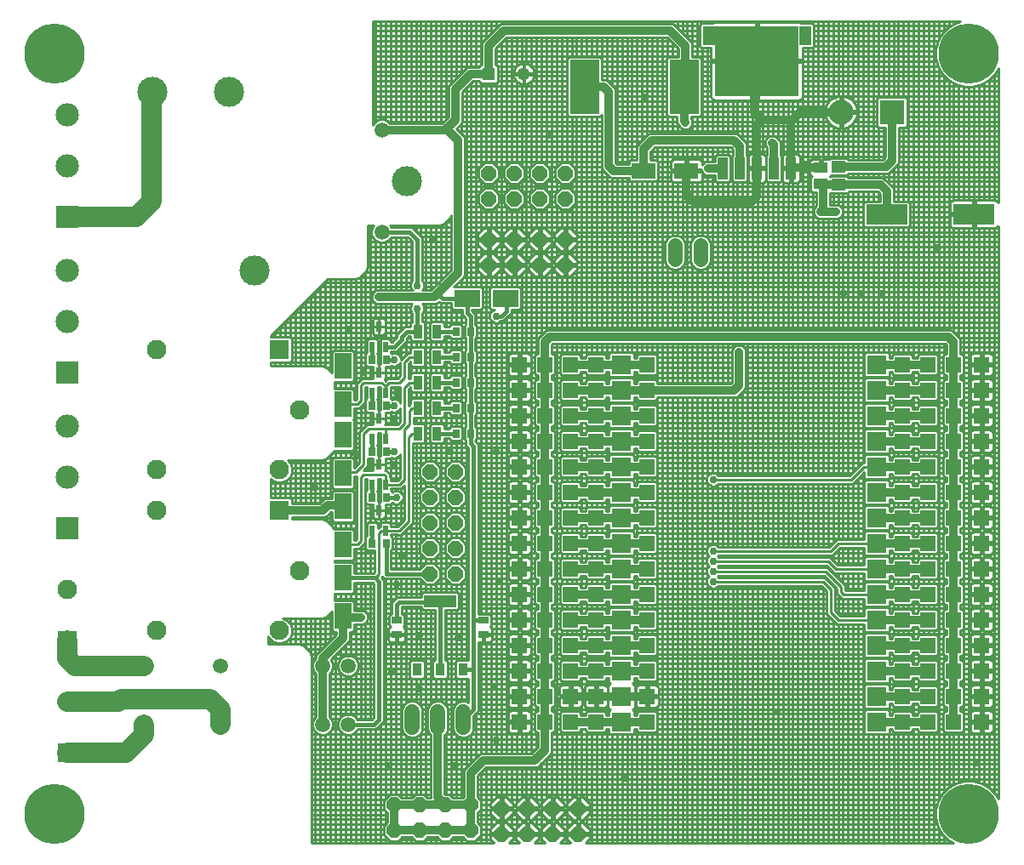
<source format=gbr>
G04 EAGLE Gerber RS-274X export*
G75*
%MOMM*%
%FSLAX34Y34*%
%LPD*%
%INTop Copper*%
%IPPOS*%
%AMOC8*
5,1,8,0,0,1.08239X$1,22.5*%
G01*
%ADD10R,1.930400X1.930400*%
%ADD11C,3.000000*%
%ADD12C,1.508000*%
%ADD13R,1.950000X1.950000*%
%ADD14C,1.950000*%
%ADD15R,2.900000X5.400000*%
%ADD16R,1.308000X1.308000*%
%ADD17C,1.308000*%
%ADD18R,2.350000X1.550000*%
%ADD19R,1.470000X1.020000*%
%ADD20R,1.450000X1.150000*%
%ADD21R,4.100000X2.000000*%
%ADD22C,6.000000*%
%ADD23C,1.008000*%
%ADD24R,1.020000X2.160000*%
%ADD25R,8.330000X6.990000*%
%ADD26R,1.235000X1.910000*%
%ADD27R,0.500000X1.000000*%
%ADD28R,0.900000X1.400000*%
%ADD29R,0.650000X0.900000*%
%ADD30R,1.700000X2.550000*%
%ADD31R,2.550000X1.700000*%
%ADD32P,1.649562X8X292.500000*%
%ADD33R,1.524000X1.524000*%
%ADD34C,1.524000*%
%ADD35P,1.649562X8X22.500000*%
%ADD36R,2.475000X2.475000*%
%ADD37C,2.475000*%
%ADD38R,0.950000X1.250000*%
%ADD39R,3.200000X1.250000*%
%ADD40R,0.990000X0.780000*%
%ADD41R,2.325000X2.325000*%
%ADD42C,2.325000*%
%ADD43C,1.422400*%
%ADD44C,0.812800*%
%ADD45C,0.254000*%
%ADD46C,0.756400*%
%ADD47C,0.406400*%
%ADD48C,2.000000*%


D10*
X858520Y292100D03*
X858520Y317500D03*
X858520Y342900D03*
X858520Y368300D03*
X858520Y393700D03*
X858520Y419100D03*
X858520Y444500D03*
X858520Y469900D03*
X858520Y495300D03*
X858520Y520700D03*
X858520Y546100D03*
X858520Y571500D03*
X858520Y596900D03*
X858520Y622300D03*
X858520Y647700D03*
X604520Y292100D03*
X604520Y317500D03*
X604520Y342900D03*
X604520Y368300D03*
X604520Y393700D03*
X604520Y419100D03*
X604520Y444500D03*
X604520Y469900D03*
X604520Y495300D03*
X604520Y520700D03*
X604520Y546100D03*
X604520Y571500D03*
X604520Y596900D03*
X604520Y622300D03*
X604520Y647700D03*
D11*
X391160Y830480D03*
X239160Y741480D03*
X214160Y919480D03*
X138160Y919480D03*
D12*
X366160Y779480D03*
X366160Y881480D03*
D13*
X264160Y662940D03*
D14*
X142160Y662940D03*
X142160Y542940D03*
X264160Y542940D03*
X284160Y602940D03*
D12*
X129540Y347980D03*
X205740Y347980D03*
X307340Y347980D03*
X332740Y347980D03*
D15*
X567720Y924560D03*
X666720Y924560D03*
D16*
X472440Y937260D03*
D17*
X507440Y937260D03*
D18*
X626200Y840740D03*
X669200Y840740D03*
D19*
X802640Y827560D03*
X802640Y843760D03*
D20*
X820420Y826660D03*
X820420Y844660D03*
D21*
X868360Y797560D03*
X955360Y797560D03*
D22*
X40640Y957580D03*
D23*
X40640Y979805D03*
X40640Y935355D03*
X62865Y957580D03*
X18415Y957580D03*
X24765Y973455D03*
X56515Y973455D03*
X56515Y941705D03*
X24765Y941705D03*
D22*
X949960Y957580D03*
D23*
X949960Y979805D03*
X949960Y935355D03*
X972185Y957580D03*
X927735Y957580D03*
X934085Y973455D03*
X965835Y973455D03*
X965835Y941705D03*
X934085Y941705D03*
D22*
X949960Y200660D03*
D23*
X949960Y222885D03*
X949960Y178435D03*
X972185Y200660D03*
X927735Y200660D03*
X934085Y216535D03*
X965835Y216535D03*
X965835Y184785D03*
X934085Y184785D03*
D22*
X40640Y200660D03*
D23*
X40640Y222885D03*
X40640Y178435D03*
X62865Y200660D03*
X18415Y200660D03*
X24765Y216535D03*
X56515Y216535D03*
X56515Y184785D03*
X24765Y184785D03*
D24*
X705140Y843130D03*
X722140Y843130D03*
X739140Y843130D03*
X756140Y843130D03*
X773140Y843130D03*
D25*
X739140Y949880D03*
D26*
X786965Y975280D03*
X691315Y975280D03*
D27*
X356720Y619920D03*
X369720Y619920D03*
X363220Y639920D03*
D28*
X401980Y655320D03*
X420980Y655320D03*
D29*
X439790Y655320D03*
X454290Y655320D03*
D30*
X327660Y646380D03*
X327660Y608380D03*
D29*
X355970Y607060D03*
X370470Y607060D03*
D13*
X264160Y502920D03*
D14*
X142160Y502920D03*
X142160Y382920D03*
X264160Y382920D03*
X284160Y442920D03*
D27*
X356720Y574200D03*
X369720Y574200D03*
X363220Y594200D03*
D28*
X401980Y629920D03*
X420980Y629920D03*
D29*
X439790Y629920D03*
X454290Y629920D03*
D30*
X327660Y577800D03*
X327660Y539800D03*
D29*
X355970Y561340D03*
X370470Y561340D03*
D27*
X356720Y665640D03*
X369720Y665640D03*
X363220Y685640D03*
D28*
X401980Y680720D03*
X420980Y680720D03*
D29*
X439790Y680720D03*
X454290Y680720D03*
D31*
X450900Y713740D03*
X488900Y713740D03*
D29*
X355970Y652780D03*
X370470Y652780D03*
D27*
X356720Y528480D03*
X369720Y528480D03*
X363220Y548480D03*
D28*
X401980Y604520D03*
X420980Y604520D03*
D29*
X439790Y604520D03*
X454290Y604520D03*
D30*
X327660Y506680D03*
X327660Y468680D03*
D29*
X355970Y515620D03*
X370470Y515620D03*
D12*
X129540Y289560D03*
X205740Y289560D03*
X307340Y289560D03*
X332740Y289560D03*
D27*
X356720Y482760D03*
X369720Y482760D03*
X363220Y502760D03*
D28*
X401980Y579120D03*
X420980Y579120D03*
D29*
X439790Y579120D03*
X454290Y579120D03*
D30*
X327660Y397560D03*
X327660Y435560D03*
D29*
X355970Y469900D03*
X370470Y469900D03*
D32*
X414020Y541020D03*
X439420Y541020D03*
X414020Y515620D03*
X439420Y515620D03*
X414020Y490220D03*
X439420Y490220D03*
X414020Y464820D03*
X439420Y464820D03*
X414020Y439420D03*
X439420Y439420D03*
D33*
X909320Y292100D03*
X909320Y317500D03*
X909320Y342900D03*
X909320Y368300D03*
X909320Y393700D03*
X909320Y419100D03*
X909320Y444500D03*
X909320Y469900D03*
X909320Y495300D03*
X909320Y520700D03*
X909320Y546100D03*
X909320Y571500D03*
X909320Y596900D03*
X909320Y622300D03*
X909320Y647700D03*
X553720Y292100D03*
X553720Y317500D03*
X553720Y342900D03*
X553720Y368300D03*
X553720Y393700D03*
X553720Y419100D03*
X553720Y444500D03*
X553720Y469900D03*
X553720Y495300D03*
X553720Y520700D03*
X553720Y546100D03*
X553720Y571500D03*
X553720Y596900D03*
X553720Y622300D03*
X553720Y647700D03*
X528320Y647700D03*
X528320Y622300D03*
X528320Y596900D03*
X528320Y571500D03*
X528320Y546100D03*
X528320Y520700D03*
X528320Y495300D03*
X528320Y469900D03*
X528320Y444500D03*
X528320Y419100D03*
X528320Y393700D03*
X528320Y368300D03*
X528320Y342900D03*
X528320Y317500D03*
X528320Y292100D03*
X934720Y292100D03*
X934720Y317500D03*
X934720Y342900D03*
X934720Y368300D03*
X934720Y393700D03*
X934720Y419100D03*
X934720Y444500D03*
X934720Y469900D03*
X934720Y495300D03*
X934720Y520700D03*
X934720Y546100D03*
X934720Y571500D03*
X934720Y596900D03*
X934720Y622300D03*
X934720Y647700D03*
X962660Y647700D03*
X962660Y622300D03*
X962660Y596900D03*
X962660Y571500D03*
X962660Y546100D03*
X962660Y520700D03*
X962660Y495300D03*
X962660Y469900D03*
X962660Y444500D03*
X962660Y419100D03*
X962660Y393700D03*
X962660Y368300D03*
X962660Y342900D03*
X962660Y317500D03*
X962660Y292100D03*
X502920Y647700D03*
X502920Y622300D03*
X502920Y596900D03*
X502920Y571500D03*
X502920Y546100D03*
X502920Y520700D03*
X502920Y495300D03*
X502920Y469900D03*
X502920Y444500D03*
X502920Y419100D03*
X502920Y393700D03*
X502920Y368300D03*
X502920Y342900D03*
X502920Y317500D03*
X502920Y292100D03*
D34*
X447040Y287020D02*
X447040Y302260D01*
X421640Y302260D02*
X421640Y287020D01*
X396240Y287020D02*
X396240Y302260D01*
D35*
X378460Y184150D03*
X378460Y209550D03*
X403860Y184150D03*
X403860Y209550D03*
X429260Y184150D03*
X429260Y209550D03*
X454660Y184150D03*
X454660Y209550D03*
X485140Y180340D03*
X485140Y205740D03*
X510540Y180340D03*
X510540Y205740D03*
X535940Y180340D03*
X535940Y205740D03*
X561340Y180340D03*
X561340Y205740D03*
X472440Y812800D03*
X472440Y838200D03*
X497840Y812800D03*
X497840Y838200D03*
X523240Y812800D03*
X523240Y838200D03*
X548640Y812800D03*
X548640Y838200D03*
D36*
X873760Y899160D03*
D37*
X822960Y899160D03*
D33*
X883920Y292100D03*
X883920Y317500D03*
X883920Y342900D03*
X883920Y368300D03*
X883920Y393700D03*
X883920Y419100D03*
X883920Y444500D03*
X883920Y469900D03*
X883920Y495300D03*
X883920Y520700D03*
X883920Y546100D03*
X883920Y571500D03*
X883920Y596900D03*
X883920Y622300D03*
X883920Y647700D03*
X579120Y292100D03*
X579120Y317500D03*
X579120Y342900D03*
X579120Y368300D03*
X579120Y393700D03*
X579120Y419100D03*
X579120Y444500D03*
X579120Y469900D03*
X579120Y495300D03*
X579120Y520700D03*
X579120Y546100D03*
X579120Y571500D03*
X579120Y596900D03*
X579120Y622300D03*
X579120Y647700D03*
X629920Y292100D03*
X629920Y317500D03*
X629920Y342900D03*
X629920Y368300D03*
X629920Y393700D03*
X629920Y419100D03*
X629920Y444500D03*
X629920Y469900D03*
X629920Y495300D03*
X629920Y520700D03*
X629920Y546100D03*
X629920Y571500D03*
X629920Y596900D03*
X629920Y622300D03*
X629920Y647700D03*
D35*
X472440Y746760D03*
X472440Y772160D03*
X497840Y746760D03*
X497840Y772160D03*
X523240Y746760D03*
X523240Y772160D03*
X548640Y746760D03*
X548640Y772160D03*
D38*
X401180Y344460D03*
X424180Y344460D03*
X447180Y344460D03*
D39*
X424180Y412460D03*
D40*
X467360Y379080D03*
X467360Y393080D03*
X381000Y379080D03*
X381000Y393080D03*
D41*
X53340Y795020D03*
D42*
X53340Y845820D03*
X53340Y896620D03*
D41*
X53340Y640080D03*
D42*
X53340Y690880D03*
X53340Y741680D03*
D41*
X53340Y485140D03*
D42*
X53340Y535940D03*
X53340Y586740D03*
D13*
X53340Y373380D03*
D14*
X53340Y424180D03*
D13*
X53340Y261620D03*
D14*
X53340Y312420D03*
D43*
X683260Y752348D02*
X683260Y766572D01*
X657860Y766572D02*
X657860Y752348D01*
D44*
X773770Y843760D02*
X802640Y843760D01*
X773770Y843760D02*
X773140Y843130D01*
X773140Y889980D01*
X782320Y899160D02*
X822960Y899160D01*
X782320Y899160D02*
X773140Y889980D01*
X771580Y891540D01*
X744220Y891540D02*
X736600Y899160D01*
X736600Y947340D01*
X739140Y949880D01*
X744220Y891540D02*
X771580Y891540D01*
X739140Y886460D02*
X739140Y843130D01*
X739140Y886460D02*
X744220Y891540D01*
X739140Y843130D02*
X739140Y815340D01*
X669200Y816700D02*
X669200Y840740D01*
X734060Y810260D02*
X739140Y815340D01*
X734060Y810260D02*
X675640Y810260D01*
X669200Y816700D01*
D45*
X382017Y532544D02*
X375014Y532544D01*
X375014Y534637D01*
X373784Y535867D01*
X373784Y538743D01*
X369983Y542544D01*
X369414Y542544D01*
X369530Y542978D01*
X369530Y548480D01*
X363220Y548480D01*
X363220Y548480D01*
X369530Y548480D01*
X369530Y553982D01*
X369513Y554046D01*
X374877Y554046D01*
X376051Y555220D01*
X377152Y554764D01*
X379768Y554764D01*
X382185Y555765D01*
X384035Y557615D01*
X384556Y558873D01*
X384556Y535083D01*
X382017Y532544D01*
X363220Y493950D02*
X360218Y493950D01*
X363220Y493950D02*
X363220Y502760D01*
X363220Y502760D01*
X363220Y493950D01*
X366222Y493950D01*
X367191Y494210D01*
X368059Y494711D01*
X368769Y495421D01*
X369270Y496289D01*
X369530Y497258D01*
X369530Y502760D01*
X363220Y502760D01*
X363220Y502760D01*
X369530Y502760D01*
X369530Y508262D01*
X369513Y508326D01*
X374877Y508326D01*
X376514Y509963D01*
X376514Y510580D01*
X377049Y510045D01*
X379466Y509044D01*
X382082Y509044D01*
X384499Y510045D01*
X386349Y511895D01*
X387350Y514312D01*
X387350Y516928D01*
X386349Y519345D01*
X384499Y521195D01*
X382082Y522196D01*
X379466Y522196D01*
X377049Y521195D01*
X376514Y520660D01*
X376514Y521277D01*
X375014Y522777D01*
X375014Y524416D01*
X385383Y524416D01*
X388620Y527653D01*
X388620Y493427D01*
X382017Y486824D01*
X375014Y486824D01*
X375014Y488917D01*
X373377Y490554D01*
X366063Y490554D01*
X364426Y488917D01*
X364426Y486824D01*
X364237Y486824D01*
X362014Y484601D01*
X362014Y488917D01*
X360377Y490554D01*
X353063Y490554D01*
X351426Y488917D01*
X351426Y477631D01*
X350774Y476979D01*
X350774Y476405D01*
X349926Y475557D01*
X349926Y464243D01*
X351563Y462606D01*
X359156Y462606D01*
X359156Y441103D01*
X358489Y440436D01*
X357411Y440436D01*
X357361Y440386D01*
X338954Y440386D01*
X338954Y449467D01*
X337317Y451104D01*
X318770Y451104D01*
X318770Y453136D01*
X337317Y453136D01*
X338954Y454773D01*
X338954Y464616D01*
X343363Y464616D01*
X347123Y468376D01*
X349504Y470757D01*
X349504Y534257D01*
X349663Y534416D01*
X351426Y534416D01*
X351426Y522777D01*
X349926Y521277D01*
X349926Y509963D01*
X351563Y508326D01*
X356927Y508326D01*
X356910Y508262D01*
X356910Y502760D01*
X363220Y502760D01*
X363220Y502760D01*
X356910Y502760D01*
X356910Y497258D01*
X357170Y496289D01*
X357671Y495421D01*
X358381Y494711D01*
X359249Y494210D01*
X360218Y493950D01*
X376514Y475557D02*
X376514Y464243D01*
X376514Y475557D02*
X375014Y477057D01*
X375014Y478696D01*
X381697Y478696D01*
X381857Y478536D01*
X385223Y478536D01*
X394367Y487680D01*
X396748Y490061D01*
X396748Y569326D01*
X407637Y569326D01*
X409274Y570963D01*
X409274Y587277D01*
X407637Y588914D01*
X397764Y588914D01*
X397764Y594726D01*
X407637Y594726D01*
X409274Y596363D01*
X409274Y612677D01*
X407637Y614314D01*
X396323Y614314D01*
X394686Y612677D01*
X394686Y608584D01*
X394557Y608584D01*
X392684Y606711D01*
X392684Y623157D01*
X394686Y625159D01*
X394686Y621763D01*
X396323Y620126D01*
X407637Y620126D01*
X409274Y621763D01*
X409274Y638077D01*
X407637Y639714D01*
X396323Y639714D01*
X394686Y638077D01*
X394686Y633984D01*
X392684Y633984D01*
X392684Y648557D01*
X394686Y650559D01*
X394686Y647163D01*
X396323Y645526D01*
X407637Y645526D01*
X409274Y647163D01*
X409274Y663477D01*
X407637Y665114D01*
X396323Y665114D01*
X394686Y663477D01*
X394686Y659384D01*
X392017Y659384D01*
X389636Y657003D01*
X385036Y652403D01*
X385036Y654088D01*
X384035Y656505D01*
X382185Y658355D01*
X379768Y659356D01*
X377152Y659356D01*
X376051Y658900D01*
X375014Y659937D01*
X375014Y660814D01*
X380619Y660814D01*
X390906Y671101D01*
X390906Y673641D01*
X393159Y675894D01*
X394686Y675894D01*
X394686Y672563D01*
X396323Y670926D01*
X407637Y670926D01*
X409274Y672563D01*
X409274Y688877D01*
X407637Y690514D01*
X406146Y690514D01*
X406146Y699106D01*
X406895Y699855D01*
X407896Y702272D01*
X407896Y704888D01*
X406895Y707305D01*
X406098Y708102D01*
X419144Y708102D01*
X421665Y709146D01*
X423077Y710558D01*
X424721Y708914D01*
X435356Y708914D01*
X435356Y704083D01*
X436993Y702446D01*
X446074Y702446D01*
X446074Y697351D01*
X449464Y693961D01*
X449464Y687595D01*
X448246Y686377D01*
X448246Y675063D01*
X449464Y673845D01*
X449464Y662195D01*
X448246Y660977D01*
X448246Y649663D01*
X449464Y648445D01*
X449464Y636795D01*
X448246Y635577D01*
X448246Y624263D01*
X449464Y623045D01*
X449464Y611395D01*
X448246Y610177D01*
X448246Y598863D01*
X449464Y597645D01*
X449464Y585995D01*
X448246Y584777D01*
X448246Y573463D01*
X449464Y572245D01*
X449464Y567331D01*
X452374Y564421D01*
X452374Y353504D01*
X441273Y353504D01*
X439636Y351867D01*
X439636Y337053D01*
X441273Y335416D01*
X452374Y335416D01*
X452374Y311323D01*
X449111Y312674D01*
X444969Y312674D01*
X441141Y311089D01*
X438211Y308159D01*
X436626Y304331D01*
X436626Y284949D01*
X438211Y281121D01*
X441141Y278191D01*
X444969Y276606D01*
X449111Y276606D01*
X452939Y278191D01*
X455869Y281121D01*
X457454Y284949D01*
X457454Y298229D01*
X459199Y299974D01*
X462026Y302801D01*
X462026Y371370D01*
X466680Y371370D01*
X466680Y378400D01*
X468040Y378400D01*
X468040Y371370D01*
X472812Y371370D01*
X473781Y371630D01*
X474649Y372131D01*
X475359Y372841D01*
X475860Y373709D01*
X476120Y374678D01*
X476120Y378400D01*
X468040Y378400D01*
X468040Y379760D01*
X476120Y379760D01*
X476120Y383482D01*
X475860Y384451D01*
X475359Y385319D01*
X474649Y386029D01*
X473781Y386530D01*
X473647Y386566D01*
X475104Y388023D01*
X475104Y398137D01*
X473467Y399774D01*
X462026Y399774D01*
X462026Y568419D01*
X459116Y571329D01*
X459116Y572245D01*
X460334Y573463D01*
X460334Y584777D01*
X459116Y585995D01*
X459116Y597645D01*
X460334Y598863D01*
X460334Y610177D01*
X459116Y611395D01*
X459116Y623045D01*
X460334Y624263D01*
X460334Y635577D01*
X459116Y636795D01*
X459116Y648445D01*
X460334Y649663D01*
X460334Y660977D01*
X459116Y662195D01*
X459116Y673845D01*
X460334Y675063D01*
X460334Y686377D01*
X459116Y687595D01*
X459116Y697959D01*
X455726Y701349D01*
X455726Y702446D01*
X464807Y702446D01*
X466444Y704083D01*
X466444Y723397D01*
X464807Y725034D01*
X437553Y725034D01*
X445845Y733326D01*
X447774Y735255D01*
X448818Y737776D01*
X448818Y872584D01*
X447774Y875105D01*
X440179Y882700D01*
X443305Y885826D01*
X445234Y887755D01*
X446278Y890276D01*
X446278Y919179D01*
X457501Y930402D01*
X463106Y930402D01*
X463106Y929563D01*
X464743Y927926D01*
X480137Y927926D01*
X481774Y929563D01*
X481774Y944957D01*
X480137Y946594D01*
X479298Y946594D01*
X479298Y962359D01*
X490521Y973582D01*
X649939Y973582D01*
X661162Y962359D01*
X661162Y954354D01*
X651063Y954354D01*
X649426Y952717D01*
X649426Y896403D01*
X651063Y894766D01*
X659862Y894766D01*
X659862Y888936D01*
X660906Y886415D01*
X662835Y884486D01*
X664135Y883186D01*
X666656Y882142D01*
X669384Y882142D01*
X671905Y883186D01*
X673834Y885115D01*
X674878Y887636D01*
X674878Y890364D01*
X673834Y892885D01*
X673578Y893141D01*
X673578Y894766D01*
X682377Y894766D01*
X684014Y896403D01*
X684014Y952717D01*
X682377Y954354D01*
X674878Y954354D01*
X674878Y966564D01*
X673834Y969085D01*
X671905Y971014D01*
X671905Y971014D01*
X658594Y984325D01*
X658594Y984325D01*
X656665Y986254D01*
X654144Y987298D01*
X486316Y987298D01*
X483795Y986254D01*
X481866Y984325D01*
X481866Y984325D01*
X468555Y971014D01*
X468555Y971014D01*
X466626Y969085D01*
X465582Y966564D01*
X465582Y946594D01*
X464743Y946594D01*
X463106Y944957D01*
X463106Y944118D01*
X453296Y944118D01*
X450775Y943074D01*
X433606Y925905D01*
X432562Y923384D01*
X432562Y894481D01*
X426419Y888338D01*
X373916Y888338D01*
X372014Y890241D01*
X368216Y891814D01*
X364104Y891814D01*
X360306Y890241D01*
X357399Y887334D01*
X356870Y886056D01*
X356870Y989330D01*
X941747Y989330D01*
X937302Y988139D01*
X929824Y983822D01*
X923718Y977716D01*
X919401Y970238D01*
X917166Y961897D01*
X917166Y953263D01*
X919401Y944922D01*
X923718Y937444D01*
X929824Y931338D01*
X937302Y927021D01*
X945643Y924786D01*
X954277Y924786D01*
X962618Y927021D01*
X970096Y931338D01*
X976202Y937444D01*
X979170Y942585D01*
X979170Y809447D01*
X978909Y809899D01*
X978199Y810609D01*
X977331Y811110D01*
X976362Y811370D01*
X956630Y811370D01*
X956630Y798830D01*
X954090Y798830D01*
X954090Y811370D01*
X934358Y811370D01*
X933389Y811110D01*
X932521Y810609D01*
X931811Y809899D01*
X931310Y809031D01*
X931050Y808062D01*
X931050Y798830D01*
X954090Y798830D01*
X954090Y796290D01*
X931050Y796290D01*
X931050Y787058D01*
X931310Y786089D01*
X931811Y785221D01*
X932521Y784511D01*
X933389Y784010D01*
X934358Y783750D01*
X954090Y783750D01*
X954090Y796290D01*
X956630Y796290D01*
X956630Y783750D01*
X976362Y783750D01*
X977331Y784010D01*
X978199Y784511D01*
X978909Y785221D01*
X979170Y785673D01*
X979170Y215655D01*
X976202Y220796D01*
X970096Y226902D01*
X962618Y231219D01*
X954277Y233454D01*
X945643Y233454D01*
X937302Y231219D01*
X929824Y226902D01*
X923718Y220796D01*
X919401Y213318D01*
X917166Y204977D01*
X917166Y196343D01*
X919401Y188002D01*
X923718Y180524D01*
X929824Y174418D01*
X934965Y171450D01*
X568614Y171450D01*
X572770Y175606D01*
X572770Y179070D01*
X562610Y179070D01*
X562610Y181610D01*
X572770Y181610D01*
X572770Y185074D01*
X566074Y191770D01*
X562610Y191770D01*
X562610Y181610D01*
X560070Y181610D01*
X560070Y191770D01*
X556606Y191770D01*
X549910Y185074D01*
X549910Y181610D01*
X560070Y181610D01*
X560070Y179070D01*
X549910Y179070D01*
X549910Y175606D01*
X554066Y171450D01*
X543214Y171450D01*
X547370Y175606D01*
X547370Y179070D01*
X537210Y179070D01*
X537210Y181610D01*
X547370Y181610D01*
X547370Y185074D01*
X540674Y191770D01*
X537210Y191770D01*
X537210Y181610D01*
X534670Y181610D01*
X534670Y191770D01*
X531206Y191770D01*
X524510Y185074D01*
X524510Y181610D01*
X534670Y181610D01*
X534670Y179070D01*
X524510Y179070D01*
X524510Y175606D01*
X528666Y171450D01*
X517814Y171450D01*
X521970Y175606D01*
X521970Y179070D01*
X511810Y179070D01*
X511810Y181610D01*
X521970Y181610D01*
X521970Y185074D01*
X515274Y191770D01*
X511810Y191770D01*
X511810Y181610D01*
X509270Y181610D01*
X509270Y191770D01*
X505806Y191770D01*
X499110Y185074D01*
X499110Y181610D01*
X509270Y181610D01*
X509270Y179070D01*
X499110Y179070D01*
X499110Y175606D01*
X503266Y171450D01*
X492414Y171450D01*
X496570Y175606D01*
X496570Y179070D01*
X486410Y179070D01*
X486410Y181610D01*
X496570Y181610D01*
X496570Y185074D01*
X489874Y191770D01*
X486410Y191770D01*
X486410Y181610D01*
X483870Y181610D01*
X483870Y191770D01*
X480406Y191770D01*
X473710Y185074D01*
X473710Y181610D01*
X483870Y181610D01*
X483870Y179070D01*
X473710Y179070D01*
X473710Y175606D01*
X477866Y171450D01*
X295910Y171450D01*
X295910Y357874D01*
X294170Y362075D01*
X290955Y365290D01*
X288415Y367830D01*
X284214Y369570D01*
X252730Y369570D01*
X252730Y377736D01*
X253526Y375814D01*
X257054Y372286D01*
X261665Y370376D01*
X266655Y370376D01*
X271266Y372286D01*
X274794Y375814D01*
X276704Y380425D01*
X276704Y385415D01*
X274794Y390026D01*
X271266Y393554D01*
X267848Y394970D01*
X307074Y394970D01*
X311275Y396710D01*
X314490Y399925D01*
X316366Y401802D01*
X316366Y383653D01*
X318003Y382016D01*
X320802Y382016D01*
X320802Y378861D01*
X301526Y359585D01*
X300482Y357064D01*
X300482Y355736D01*
X298579Y353834D01*
X297006Y350036D01*
X297006Y345924D01*
X298579Y342126D01*
X300482Y340224D01*
X300482Y297316D01*
X298579Y295414D01*
X297006Y291616D01*
X297006Y287504D01*
X298579Y283706D01*
X301486Y280799D01*
X305284Y279226D01*
X309396Y279226D01*
X313194Y280799D01*
X316101Y283706D01*
X317674Y287504D01*
X317674Y291616D01*
X316101Y295414D01*
X314198Y297316D01*
X314198Y340224D01*
X316101Y342126D01*
X317674Y345924D01*
X317674Y350036D01*
X316101Y353834D01*
X315637Y354298D01*
X333474Y372135D01*
X334518Y374656D01*
X334518Y382016D01*
X337317Y382016D01*
X338954Y383653D01*
X338954Y389382D01*
X346804Y389382D01*
X349325Y390426D01*
X351254Y392355D01*
X352298Y394876D01*
X352298Y397604D01*
X351254Y400125D01*
X349325Y402054D01*
X346804Y403098D01*
X338954Y403098D01*
X338954Y411467D01*
X337317Y413104D01*
X318770Y413104D01*
X318770Y420016D01*
X337317Y420016D01*
X338954Y421653D01*
X338954Y430734D01*
X357361Y430734D01*
X358394Y429701D01*
X358394Y296639D01*
X356141Y294386D01*
X341926Y294386D01*
X341501Y295414D01*
X338594Y298321D01*
X334796Y299894D01*
X330684Y299894D01*
X326886Y298321D01*
X323979Y295414D01*
X322406Y291616D01*
X322406Y287504D01*
X323979Y283706D01*
X326886Y280799D01*
X330684Y279226D01*
X334796Y279226D01*
X338594Y280799D01*
X341501Y283706D01*
X341926Y284734D01*
X360139Y284734D01*
X368046Y292641D01*
X368046Y433699D01*
X365646Y436099D01*
X366306Y436759D01*
X368471Y434594D01*
X404118Y434594D01*
X409706Y429006D01*
X418334Y429006D01*
X424434Y435106D01*
X424434Y443734D01*
X418334Y449834D01*
X409706Y449834D01*
X404118Y444246D01*
X375296Y444246D01*
X375296Y463025D01*
X376514Y464243D01*
X697268Y539976D02*
X699685Y538975D01*
X697268Y539976D02*
X694652Y539976D01*
X692235Y538975D01*
X690385Y537125D01*
X689384Y534708D01*
X689384Y532092D01*
X690385Y529675D01*
X692235Y527825D01*
X694652Y526824D01*
X697268Y526824D01*
X699685Y527825D01*
X701196Y529336D01*
X834803Y529336D01*
X846074Y540607D01*
X846074Y535291D01*
X847711Y533654D01*
X869329Y533654D01*
X870966Y535291D01*
X870966Y539242D01*
X873506Y539242D01*
X873506Y537323D01*
X875143Y535686D01*
X892697Y535686D01*
X894334Y537323D01*
X894334Y539242D01*
X898906Y539242D01*
X898906Y537323D01*
X900543Y535686D01*
X918097Y535686D01*
X919734Y537323D01*
X919734Y554877D01*
X918097Y556514D01*
X900543Y556514D01*
X898906Y554877D01*
X898906Y552958D01*
X894334Y552958D01*
X894334Y554877D01*
X892697Y556514D01*
X875143Y556514D01*
X873506Y554877D01*
X873506Y552958D01*
X870966Y552958D01*
X870966Y556909D01*
X869329Y558546D01*
X847711Y558546D01*
X846074Y556909D01*
X846074Y550164D01*
X844137Y550164D01*
X831437Y537464D01*
X701196Y537464D01*
X699685Y538975D01*
X647954Y750378D02*
X647954Y768542D01*
X647954Y750378D02*
X649462Y746737D01*
X652249Y743950D01*
X655890Y742442D01*
X659830Y742442D01*
X663471Y743950D01*
X666258Y746737D01*
X667766Y750378D01*
X667766Y768542D01*
X666258Y772183D01*
X663471Y774970D01*
X659830Y776478D01*
X655890Y776478D01*
X652249Y774970D01*
X649462Y772183D01*
X647954Y768542D01*
X673354Y768542D02*
X673354Y750378D01*
X674862Y746737D01*
X677649Y743950D01*
X681290Y742442D01*
X685230Y742442D01*
X688871Y743950D01*
X691658Y746737D01*
X693166Y750378D01*
X693166Y768542D01*
X691658Y772183D01*
X688871Y774970D01*
X685230Y776478D01*
X681290Y776478D01*
X677649Y774970D01*
X674862Y772183D01*
X673354Y768542D01*
X380320Y378400D02*
X380320Y371370D01*
X380320Y378400D02*
X381680Y378400D01*
X381680Y371370D01*
X386452Y371370D01*
X387421Y371630D01*
X388289Y372131D01*
X388999Y372841D01*
X389500Y373709D01*
X389760Y374678D01*
X389760Y378400D01*
X381680Y378400D01*
X381680Y379760D01*
X389760Y379760D01*
X389760Y383482D01*
X389500Y384451D01*
X388999Y385319D01*
X388289Y386029D01*
X387421Y386530D01*
X387287Y386566D01*
X388744Y388023D01*
X388744Y398137D01*
X387107Y399774D01*
X385826Y399774D01*
X385826Y406654D01*
X405386Y406654D01*
X405386Y405053D01*
X407023Y403416D01*
X419354Y403416D01*
X419354Y353504D01*
X418273Y353504D01*
X416636Y351867D01*
X416636Y337053D01*
X418273Y335416D01*
X430087Y335416D01*
X431724Y337053D01*
X431724Y351867D01*
X430087Y353504D01*
X429006Y353504D01*
X429006Y403416D01*
X441337Y403416D01*
X442974Y405053D01*
X442974Y419867D01*
X441337Y421504D01*
X407023Y421504D01*
X405386Y419867D01*
X405386Y416306D01*
X381541Y416306D01*
X378714Y413479D01*
X376174Y410939D01*
X376174Y399774D01*
X374893Y399774D01*
X373256Y398137D01*
X373256Y388023D01*
X374713Y386566D01*
X374579Y386530D01*
X373711Y386029D01*
X373001Y385319D01*
X372500Y384451D01*
X372240Y383482D01*
X372240Y379760D01*
X380320Y379760D01*
X380320Y378400D01*
X372240Y378400D01*
X372240Y374678D01*
X372500Y373709D01*
X373001Y372841D01*
X373711Y372131D01*
X374579Y371630D01*
X375548Y371370D01*
X380320Y371370D01*
X395273Y353504D02*
X407087Y353504D01*
X395273Y353504D02*
X393636Y351867D01*
X393636Y337053D01*
X395273Y335416D01*
X407087Y335416D01*
X408724Y337053D01*
X408724Y351867D01*
X407087Y353504D01*
X549910Y748030D02*
X549910Y758190D01*
X549910Y748030D02*
X547370Y748030D01*
X547370Y758190D01*
X543906Y758190D01*
X537210Y751494D01*
X537210Y748030D01*
X547370Y748030D01*
X547370Y745490D01*
X537210Y745490D01*
X537210Y742026D01*
X543906Y735330D01*
X547370Y735330D01*
X547370Y745490D01*
X549910Y745490D01*
X549910Y735330D01*
X553374Y735330D01*
X560070Y742026D01*
X560070Y745490D01*
X549910Y745490D01*
X549910Y748030D01*
X560070Y748030D01*
X560070Y751494D01*
X553374Y758190D01*
X549910Y758190D01*
X524510Y758190D02*
X524510Y748030D01*
X521970Y748030D01*
X521970Y758190D01*
X518506Y758190D01*
X511810Y751494D01*
X511810Y748030D01*
X521970Y748030D01*
X521970Y745490D01*
X511810Y745490D01*
X511810Y742026D01*
X518506Y735330D01*
X521970Y735330D01*
X521970Y745490D01*
X524510Y745490D01*
X524510Y735330D01*
X527974Y735330D01*
X534670Y742026D01*
X534670Y745490D01*
X524510Y745490D01*
X524510Y748030D01*
X534670Y748030D01*
X534670Y751494D01*
X527974Y758190D01*
X524510Y758190D01*
X499110Y758190D02*
X499110Y748030D01*
X496570Y748030D01*
X496570Y758190D01*
X493106Y758190D01*
X486410Y751494D01*
X486410Y748030D01*
X496570Y748030D01*
X496570Y745490D01*
X486410Y745490D01*
X486410Y742026D01*
X493106Y735330D01*
X496570Y735330D01*
X496570Y745490D01*
X499110Y745490D01*
X499110Y735330D01*
X502574Y735330D01*
X509270Y742026D01*
X509270Y745490D01*
X499110Y745490D01*
X499110Y748030D01*
X509270Y748030D01*
X509270Y751494D01*
X502574Y758190D01*
X499110Y758190D01*
X473710Y758190D02*
X473710Y748030D01*
X471170Y748030D01*
X471170Y758190D01*
X467706Y758190D01*
X461010Y751494D01*
X461010Y748030D01*
X471170Y748030D01*
X471170Y745490D01*
X461010Y745490D01*
X461010Y742026D01*
X467706Y735330D01*
X471170Y735330D01*
X471170Y745490D01*
X473710Y745490D01*
X473710Y735330D01*
X477174Y735330D01*
X483870Y742026D01*
X483870Y745490D01*
X473710Y745490D01*
X473710Y748030D01*
X483870Y748030D01*
X483870Y751494D01*
X477174Y758190D01*
X473710Y758190D01*
X619506Y631077D02*
X619506Y629158D01*
X616966Y629158D01*
X616966Y633109D01*
X615329Y634746D01*
X593711Y634746D01*
X592074Y633109D01*
X592074Y629158D01*
X589534Y629158D01*
X589534Y631077D01*
X587897Y632714D01*
X570343Y632714D01*
X568706Y631077D01*
X568706Y629158D01*
X564134Y629158D01*
X564134Y631077D01*
X562497Y632714D01*
X544943Y632714D01*
X543306Y631077D01*
X543306Y613523D01*
X544943Y611886D01*
X562497Y611886D01*
X564134Y613523D01*
X564134Y615442D01*
X568706Y615442D01*
X568706Y613523D01*
X570343Y611886D01*
X587897Y611886D01*
X589534Y613523D01*
X589534Y615442D01*
X592074Y615442D01*
X592074Y611491D01*
X593711Y609854D01*
X615329Y609854D01*
X616966Y611491D01*
X616966Y615442D01*
X619506Y615442D01*
X619506Y613523D01*
X621143Y611886D01*
X638697Y611886D01*
X640334Y613523D01*
X640334Y615442D01*
X717644Y615442D01*
X720165Y616486D01*
X725245Y621566D01*
X727174Y623495D01*
X728218Y626016D01*
X728218Y661764D01*
X727174Y664285D01*
X725245Y666214D01*
X722724Y667258D01*
X719996Y667258D01*
X717475Y666214D01*
X715546Y664285D01*
X714502Y661764D01*
X714502Y630221D01*
X713439Y629158D01*
X640334Y629158D01*
X640334Y631077D01*
X638697Y632714D01*
X621143Y632714D01*
X619506Y631077D01*
X619506Y580277D02*
X619506Y578358D01*
X616966Y578358D01*
X616966Y582309D01*
X615329Y583946D01*
X593711Y583946D01*
X592074Y582309D01*
X592074Y578358D01*
X589534Y578358D01*
X589534Y580277D01*
X587897Y581914D01*
X570343Y581914D01*
X568706Y580277D01*
X568706Y578358D01*
X564134Y578358D01*
X564134Y580277D01*
X562497Y581914D01*
X544943Y581914D01*
X543306Y580277D01*
X543306Y562723D01*
X544943Y561086D01*
X562497Y561086D01*
X564134Y562723D01*
X564134Y564642D01*
X568706Y564642D01*
X568706Y562723D01*
X570343Y561086D01*
X587897Y561086D01*
X589534Y562723D01*
X589534Y564642D01*
X592074Y564642D01*
X592074Y560691D01*
X593711Y559054D01*
X615329Y559054D01*
X616966Y560691D01*
X616966Y564642D01*
X619506Y564642D01*
X619506Y562723D01*
X621143Y561086D01*
X638697Y561086D01*
X640334Y562723D01*
X640334Y580277D01*
X638697Y581914D01*
X621143Y581914D01*
X619506Y580277D01*
X619506Y529477D02*
X619506Y527558D01*
X616966Y527558D01*
X616966Y531509D01*
X615329Y533146D01*
X593711Y533146D01*
X592074Y531509D01*
X592074Y527558D01*
X589534Y527558D01*
X589534Y529477D01*
X587897Y531114D01*
X570343Y531114D01*
X568706Y529477D01*
X568706Y527558D01*
X564134Y527558D01*
X564134Y529477D01*
X562497Y531114D01*
X544943Y531114D01*
X543306Y529477D01*
X543306Y511923D01*
X544943Y510286D01*
X562497Y510286D01*
X564134Y511923D01*
X564134Y513842D01*
X568706Y513842D01*
X568706Y511923D01*
X570343Y510286D01*
X587897Y510286D01*
X589534Y511923D01*
X589534Y513842D01*
X592074Y513842D01*
X592074Y509891D01*
X593711Y508254D01*
X615329Y508254D01*
X616966Y509891D01*
X616966Y513842D01*
X619506Y513842D01*
X619506Y511923D01*
X621143Y510286D01*
X638697Y510286D01*
X640334Y511923D01*
X640334Y529477D01*
X638697Y531114D01*
X621143Y531114D01*
X619506Y529477D01*
X619506Y453277D02*
X619506Y451358D01*
X616966Y451358D01*
X616966Y455309D01*
X615329Y456946D01*
X593711Y456946D01*
X592074Y455309D01*
X592074Y451358D01*
X589534Y451358D01*
X589534Y453277D01*
X587897Y454914D01*
X570343Y454914D01*
X568706Y453277D01*
X568706Y451358D01*
X564134Y451358D01*
X564134Y453277D01*
X562497Y454914D01*
X544943Y454914D01*
X543306Y453277D01*
X543306Y435723D01*
X544943Y434086D01*
X562497Y434086D01*
X564134Y435723D01*
X564134Y437642D01*
X568706Y437642D01*
X568706Y435723D01*
X570343Y434086D01*
X587897Y434086D01*
X589534Y435723D01*
X589534Y437642D01*
X592074Y437642D01*
X592074Y433691D01*
X593711Y432054D01*
X615329Y432054D01*
X616966Y433691D01*
X616966Y437642D01*
X619506Y437642D01*
X619506Y435723D01*
X621143Y434086D01*
X638697Y434086D01*
X640334Y435723D01*
X640334Y453277D01*
X638697Y454914D01*
X621143Y454914D01*
X619506Y453277D01*
X619506Y402477D02*
X619506Y400558D01*
X616966Y400558D01*
X616966Y404509D01*
X615329Y406146D01*
X593711Y406146D01*
X592074Y404509D01*
X592074Y400558D01*
X589534Y400558D01*
X589534Y402477D01*
X587897Y404114D01*
X570343Y404114D01*
X568706Y402477D01*
X568706Y400558D01*
X564134Y400558D01*
X564134Y402477D01*
X562497Y404114D01*
X544943Y404114D01*
X543306Y402477D01*
X543306Y384923D01*
X544943Y383286D01*
X562497Y383286D01*
X564134Y384923D01*
X564134Y386842D01*
X568706Y386842D01*
X568706Y384923D01*
X570343Y383286D01*
X587897Y383286D01*
X589534Y384923D01*
X589534Y386842D01*
X592074Y386842D01*
X592074Y382891D01*
X593711Y381254D01*
X615329Y381254D01*
X616966Y382891D01*
X616966Y386842D01*
X619506Y386842D01*
X619506Y384923D01*
X621143Y383286D01*
X638697Y383286D01*
X640334Y384923D01*
X640334Y402477D01*
X638697Y404114D01*
X621143Y404114D01*
X619506Y402477D01*
X619506Y351677D02*
X619506Y349758D01*
X616966Y349758D01*
X616966Y353709D01*
X615329Y355346D01*
X593711Y355346D01*
X592074Y353709D01*
X592074Y349758D01*
X589534Y349758D01*
X589534Y351677D01*
X587897Y353314D01*
X570343Y353314D01*
X568706Y351677D01*
X568706Y349758D01*
X564134Y349758D01*
X564134Y351677D01*
X562497Y353314D01*
X544943Y353314D01*
X543306Y351677D01*
X543306Y334123D01*
X544943Y332486D01*
X562497Y332486D01*
X564134Y334123D01*
X564134Y336042D01*
X568706Y336042D01*
X568706Y334123D01*
X570343Y332486D01*
X587897Y332486D01*
X589534Y334123D01*
X589534Y336042D01*
X592074Y336042D01*
X592074Y332091D01*
X593449Y330716D01*
X593397Y330702D01*
X592529Y330201D01*
X591819Y329491D01*
X591318Y328623D01*
X591058Y327654D01*
X591058Y318730D01*
X603290Y318730D01*
X603290Y316270D01*
X591058Y316270D01*
X591058Y307346D01*
X591318Y306377D01*
X591819Y305509D01*
X592529Y304799D01*
X593397Y304298D01*
X593449Y304284D01*
X592074Y302909D01*
X592074Y298958D01*
X589534Y298958D01*
X589534Y300877D01*
X587897Y302514D01*
X570343Y302514D01*
X568706Y300877D01*
X568706Y298958D01*
X564134Y298958D01*
X564134Y300877D01*
X562497Y302514D01*
X544943Y302514D01*
X543306Y300877D01*
X543306Y283323D01*
X544943Y281686D01*
X562497Y281686D01*
X564134Y283323D01*
X564134Y285242D01*
X568706Y285242D01*
X568706Y283323D01*
X570343Y281686D01*
X587897Y281686D01*
X589534Y283323D01*
X589534Y285242D01*
X592074Y285242D01*
X592074Y281291D01*
X593711Y279654D01*
X615329Y279654D01*
X616966Y281291D01*
X616966Y285242D01*
X619506Y285242D01*
X619506Y283323D01*
X621143Y281686D01*
X638697Y281686D01*
X640334Y283323D01*
X640334Y300877D01*
X638697Y302514D01*
X621143Y302514D01*
X619506Y300877D01*
X619506Y298958D01*
X616966Y298958D01*
X616966Y302909D01*
X615591Y304284D01*
X615643Y304298D01*
X616511Y304799D01*
X617221Y305509D01*
X617722Y306377D01*
X617982Y307346D01*
X617982Y316270D01*
X605750Y316270D01*
X605750Y318730D01*
X617982Y318730D01*
X617982Y327654D01*
X617722Y328623D01*
X617221Y329491D01*
X616511Y330201D01*
X615643Y330702D01*
X615591Y330716D01*
X616966Y332091D01*
X616966Y336042D01*
X619506Y336042D01*
X619506Y334123D01*
X621143Y332486D01*
X638697Y332486D01*
X640334Y334123D01*
X640334Y351677D01*
X638697Y353314D01*
X621143Y353314D01*
X619506Y351677D01*
X577850Y316230D02*
X577850Y306070D01*
X577850Y316230D02*
X580390Y316230D01*
X580390Y306070D01*
X587242Y306070D01*
X588211Y306330D01*
X589079Y306831D01*
X589789Y307541D01*
X590290Y308409D01*
X590550Y309378D01*
X590550Y316230D01*
X580390Y316230D01*
X580390Y318770D01*
X590550Y318770D01*
X590550Y325622D01*
X590290Y326591D01*
X589789Y327459D01*
X589079Y328169D01*
X588211Y328670D01*
X587242Y328930D01*
X580390Y328930D01*
X580390Y318770D01*
X577850Y318770D01*
X577850Y328930D01*
X570998Y328930D01*
X570029Y328670D01*
X569161Y328169D01*
X568451Y327459D01*
X567950Y326591D01*
X567690Y325622D01*
X567690Y318770D01*
X577850Y318770D01*
X577850Y316230D01*
X567690Y316230D01*
X567690Y309378D01*
X567950Y308409D01*
X568451Y307541D01*
X569161Y306831D01*
X570029Y306330D01*
X570998Y306070D01*
X577850Y306070D01*
X562610Y217170D02*
X562610Y207010D01*
X560070Y207010D01*
X560070Y217170D01*
X556606Y217170D01*
X549910Y210474D01*
X549910Y207010D01*
X560070Y207010D01*
X560070Y204470D01*
X549910Y204470D01*
X549910Y201006D01*
X556606Y194310D01*
X560070Y194310D01*
X560070Y204470D01*
X562610Y204470D01*
X562610Y194310D01*
X566074Y194310D01*
X572770Y201006D01*
X572770Y204470D01*
X562610Y204470D01*
X562610Y207010D01*
X572770Y207010D01*
X572770Y210474D01*
X566074Y217170D01*
X562610Y217170D01*
X537210Y217170D02*
X537210Y207010D01*
X534670Y207010D01*
X534670Y217170D01*
X531206Y217170D01*
X524510Y210474D01*
X524510Y207010D01*
X534670Y207010D01*
X534670Y204470D01*
X524510Y204470D01*
X524510Y201006D01*
X531206Y194310D01*
X534670Y194310D01*
X534670Y204470D01*
X537210Y204470D01*
X537210Y194310D01*
X540674Y194310D01*
X547370Y201006D01*
X547370Y204470D01*
X537210Y204470D01*
X537210Y207010D01*
X547370Y207010D01*
X547370Y210474D01*
X540674Y217170D01*
X537210Y217170D01*
X511810Y217170D02*
X511810Y207010D01*
X509270Y207010D01*
X509270Y217170D01*
X505806Y217170D01*
X499110Y210474D01*
X499110Y207010D01*
X509270Y207010D01*
X509270Y204470D01*
X499110Y204470D01*
X499110Y201006D01*
X505806Y194310D01*
X509270Y194310D01*
X509270Y204470D01*
X511810Y204470D01*
X511810Y194310D01*
X515274Y194310D01*
X521970Y201006D01*
X521970Y204470D01*
X511810Y204470D01*
X511810Y207010D01*
X521970Y207010D01*
X521970Y210474D01*
X515274Y217170D01*
X511810Y217170D01*
X486410Y217170D02*
X486410Y207010D01*
X483870Y207010D01*
X483870Y217170D01*
X480406Y217170D01*
X473710Y210474D01*
X473710Y207010D01*
X483870Y207010D01*
X483870Y204470D01*
X473710Y204470D01*
X473710Y201006D01*
X480406Y194310D01*
X483870Y194310D01*
X483870Y204470D01*
X486410Y204470D01*
X486410Y194310D01*
X489874Y194310D01*
X496570Y201006D01*
X496570Y204470D01*
X486410Y204470D01*
X486410Y207010D01*
X496570Y207010D01*
X496570Y210474D01*
X489874Y217170D01*
X486410Y217170D01*
X504190Y293370D02*
X504190Y303530D01*
X504190Y293370D02*
X501650Y293370D01*
X501650Y303530D01*
X494798Y303530D01*
X493829Y303270D01*
X492961Y302769D01*
X492251Y302059D01*
X491750Y301191D01*
X491490Y300222D01*
X491490Y293370D01*
X501650Y293370D01*
X501650Y290830D01*
X491490Y290830D01*
X491490Y283978D01*
X491750Y283009D01*
X492251Y282141D01*
X492961Y281431D01*
X493829Y280930D01*
X494798Y280670D01*
X501650Y280670D01*
X501650Y290830D01*
X504190Y290830D01*
X504190Y280670D01*
X511042Y280670D01*
X512011Y280930D01*
X512879Y281431D01*
X513589Y282141D01*
X514090Y283009D01*
X514350Y283978D01*
X514350Y290830D01*
X504190Y290830D01*
X504190Y293370D01*
X514350Y293370D01*
X514350Y300222D01*
X514090Y301191D01*
X513589Y302059D01*
X512879Y302769D01*
X512011Y303270D01*
X511042Y303530D01*
X504190Y303530D01*
X504190Y344170D02*
X504190Y354330D01*
X504190Y344170D02*
X501650Y344170D01*
X501650Y354330D01*
X494798Y354330D01*
X493829Y354070D01*
X492961Y353569D01*
X492251Y352859D01*
X491750Y351991D01*
X491490Y351022D01*
X491490Y344170D01*
X501650Y344170D01*
X501650Y341630D01*
X491490Y341630D01*
X491490Y334778D01*
X491750Y333809D01*
X492251Y332941D01*
X492961Y332231D01*
X493829Y331730D01*
X494798Y331470D01*
X501650Y331470D01*
X501650Y341630D01*
X504190Y341630D01*
X504190Y331470D01*
X511042Y331470D01*
X512011Y331730D01*
X512879Y332231D01*
X513589Y332941D01*
X514090Y333809D01*
X514350Y334778D01*
X514350Y341630D01*
X504190Y341630D01*
X504190Y344170D01*
X514350Y344170D01*
X514350Y351022D01*
X514090Y351991D01*
X513589Y352859D01*
X512879Y353569D01*
X512011Y354070D01*
X511042Y354330D01*
X504190Y354330D01*
X504190Y394970D02*
X504190Y405130D01*
X504190Y394970D02*
X501650Y394970D01*
X501650Y405130D01*
X494798Y405130D01*
X493829Y404870D01*
X492961Y404369D01*
X492251Y403659D01*
X491750Y402791D01*
X491490Y401822D01*
X491490Y394970D01*
X501650Y394970D01*
X501650Y392430D01*
X491490Y392430D01*
X491490Y385578D01*
X491750Y384609D01*
X492251Y383741D01*
X492961Y383031D01*
X493829Y382530D01*
X494798Y382270D01*
X501650Y382270D01*
X501650Y392430D01*
X504190Y392430D01*
X504190Y382270D01*
X511042Y382270D01*
X512011Y382530D01*
X512879Y383031D01*
X513589Y383741D01*
X514090Y384609D01*
X514350Y385578D01*
X514350Y392430D01*
X504190Y392430D01*
X504190Y394970D01*
X514350Y394970D01*
X514350Y401822D01*
X514090Y402791D01*
X513589Y403659D01*
X512879Y404369D01*
X512011Y404870D01*
X511042Y405130D01*
X504190Y405130D01*
X504190Y445770D02*
X504190Y455930D01*
X504190Y445770D02*
X501650Y445770D01*
X501650Y455930D01*
X494798Y455930D01*
X493829Y455670D01*
X492961Y455169D01*
X492251Y454459D01*
X491750Y453591D01*
X491490Y452622D01*
X491490Y445770D01*
X501650Y445770D01*
X501650Y443230D01*
X491490Y443230D01*
X491490Y436378D01*
X491750Y435409D01*
X492251Y434541D01*
X492961Y433831D01*
X493829Y433330D01*
X494798Y433070D01*
X501650Y433070D01*
X501650Y443230D01*
X504190Y443230D01*
X504190Y433070D01*
X511042Y433070D01*
X512011Y433330D01*
X512879Y433831D01*
X513589Y434541D01*
X514090Y435409D01*
X514350Y436378D01*
X514350Y443230D01*
X504190Y443230D01*
X504190Y445770D01*
X514350Y445770D01*
X514350Y452622D01*
X514090Y453591D01*
X513589Y454459D01*
X512879Y455169D01*
X512011Y455670D01*
X511042Y455930D01*
X504190Y455930D01*
X504190Y496570D02*
X504190Y506730D01*
X504190Y496570D02*
X501650Y496570D01*
X501650Y506730D01*
X494798Y506730D01*
X493829Y506470D01*
X492961Y505969D01*
X492251Y505259D01*
X491750Y504391D01*
X491490Y503422D01*
X491490Y496570D01*
X501650Y496570D01*
X501650Y494030D01*
X491490Y494030D01*
X491490Y487178D01*
X491750Y486209D01*
X492251Y485341D01*
X492961Y484631D01*
X493829Y484130D01*
X494798Y483870D01*
X501650Y483870D01*
X501650Y494030D01*
X504190Y494030D01*
X504190Y483870D01*
X511042Y483870D01*
X512011Y484130D01*
X512879Y484631D01*
X513589Y485341D01*
X514090Y486209D01*
X514350Y487178D01*
X514350Y494030D01*
X504190Y494030D01*
X504190Y496570D01*
X514350Y496570D01*
X514350Y503422D01*
X514090Y504391D01*
X513589Y505259D01*
X512879Y505969D01*
X512011Y506470D01*
X511042Y506730D01*
X504190Y506730D01*
X504190Y547370D02*
X504190Y557530D01*
X504190Y547370D02*
X501650Y547370D01*
X501650Y557530D01*
X494798Y557530D01*
X493829Y557270D01*
X492961Y556769D01*
X492251Y556059D01*
X491750Y555191D01*
X491490Y554222D01*
X491490Y547370D01*
X501650Y547370D01*
X501650Y544830D01*
X491490Y544830D01*
X491490Y537978D01*
X491750Y537009D01*
X492251Y536141D01*
X492961Y535431D01*
X493829Y534930D01*
X494798Y534670D01*
X501650Y534670D01*
X501650Y544830D01*
X504190Y544830D01*
X504190Y534670D01*
X511042Y534670D01*
X512011Y534930D01*
X512879Y535431D01*
X513589Y536141D01*
X514090Y537009D01*
X514350Y537978D01*
X514350Y544830D01*
X504190Y544830D01*
X504190Y547370D01*
X514350Y547370D01*
X514350Y554222D01*
X514090Y555191D01*
X513589Y556059D01*
X512879Y556769D01*
X512011Y557270D01*
X511042Y557530D01*
X504190Y557530D01*
X504190Y598170D02*
X504190Y608330D01*
X504190Y598170D02*
X501650Y598170D01*
X501650Y608330D01*
X494798Y608330D01*
X493829Y608070D01*
X492961Y607569D01*
X492251Y606859D01*
X491750Y605991D01*
X491490Y605022D01*
X491490Y598170D01*
X501650Y598170D01*
X501650Y595630D01*
X491490Y595630D01*
X491490Y588778D01*
X491750Y587809D01*
X492251Y586941D01*
X492961Y586231D01*
X493829Y585730D01*
X494798Y585470D01*
X501650Y585470D01*
X501650Y595630D01*
X504190Y595630D01*
X504190Y585470D01*
X511042Y585470D01*
X512011Y585730D01*
X512879Y586231D01*
X513589Y586941D01*
X514090Y587809D01*
X514350Y588778D01*
X514350Y595630D01*
X504190Y595630D01*
X504190Y598170D01*
X514350Y598170D01*
X514350Y605022D01*
X514090Y605991D01*
X513589Y606859D01*
X512879Y607569D01*
X512011Y608070D01*
X511042Y608330D01*
X504190Y608330D01*
X504190Y648970D02*
X504190Y659130D01*
X504190Y648970D02*
X501650Y648970D01*
X501650Y659130D01*
X494798Y659130D01*
X493829Y658870D01*
X492961Y658369D01*
X492251Y657659D01*
X491750Y656791D01*
X491490Y655822D01*
X491490Y648970D01*
X501650Y648970D01*
X501650Y646430D01*
X491490Y646430D01*
X491490Y639578D01*
X491750Y638609D01*
X492251Y637741D01*
X492961Y637031D01*
X493829Y636530D01*
X494798Y636270D01*
X501650Y636270D01*
X501650Y646430D01*
X504190Y646430D01*
X504190Y636270D01*
X511042Y636270D01*
X512011Y636530D01*
X512879Y637031D01*
X513589Y637741D01*
X514090Y638609D01*
X514350Y639578D01*
X514350Y646430D01*
X504190Y646430D01*
X504190Y648970D01*
X514350Y648970D01*
X514350Y655822D01*
X514090Y656791D01*
X513589Y657659D01*
X512879Y658369D01*
X512011Y658870D01*
X511042Y659130D01*
X504190Y659130D01*
X963930Y328930D02*
X963930Y318770D01*
X961390Y318770D01*
X961390Y328930D01*
X954538Y328930D01*
X953569Y328670D01*
X952701Y328169D01*
X951991Y327459D01*
X951490Y326591D01*
X951230Y325622D01*
X951230Y318770D01*
X961390Y318770D01*
X961390Y316230D01*
X951230Y316230D01*
X951230Y309378D01*
X951490Y308409D01*
X951991Y307541D01*
X952701Y306831D01*
X953569Y306330D01*
X954538Y306070D01*
X961390Y306070D01*
X961390Y316230D01*
X963930Y316230D01*
X963930Y306070D01*
X970782Y306070D01*
X971751Y306330D01*
X972619Y306831D01*
X973329Y307541D01*
X973830Y308409D01*
X974090Y309378D01*
X974090Y316230D01*
X963930Y316230D01*
X963930Y318770D01*
X974090Y318770D01*
X974090Y325622D01*
X973830Y326591D01*
X973329Y327459D01*
X972619Y328169D01*
X971751Y328670D01*
X970782Y328930D01*
X963930Y328930D01*
X963930Y369570D02*
X963930Y379730D01*
X963930Y369570D02*
X961390Y369570D01*
X961390Y379730D01*
X954538Y379730D01*
X953569Y379470D01*
X952701Y378969D01*
X951991Y378259D01*
X951490Y377391D01*
X951230Y376422D01*
X951230Y369570D01*
X961390Y369570D01*
X961390Y367030D01*
X951230Y367030D01*
X951230Y360178D01*
X951490Y359209D01*
X951991Y358341D01*
X952701Y357631D01*
X953569Y357130D01*
X954538Y356870D01*
X961390Y356870D01*
X961390Y367030D01*
X963930Y367030D01*
X963930Y356870D01*
X970782Y356870D01*
X971751Y357130D01*
X972619Y357631D01*
X973329Y358341D01*
X973830Y359209D01*
X974090Y360178D01*
X974090Y367030D01*
X963930Y367030D01*
X963930Y369570D01*
X974090Y369570D01*
X974090Y376422D01*
X973830Y377391D01*
X973329Y378259D01*
X972619Y378969D01*
X971751Y379470D01*
X970782Y379730D01*
X963930Y379730D01*
X963930Y420370D02*
X963930Y430530D01*
X963930Y420370D02*
X961390Y420370D01*
X961390Y430530D01*
X954538Y430530D01*
X953569Y430270D01*
X952701Y429769D01*
X951991Y429059D01*
X951490Y428191D01*
X951230Y427222D01*
X951230Y420370D01*
X961390Y420370D01*
X961390Y417830D01*
X951230Y417830D01*
X951230Y410978D01*
X951490Y410009D01*
X951991Y409141D01*
X952701Y408431D01*
X953569Y407930D01*
X954538Y407670D01*
X961390Y407670D01*
X961390Y417830D01*
X963930Y417830D01*
X963930Y407670D01*
X970782Y407670D01*
X971751Y407930D01*
X972619Y408431D01*
X973329Y409141D01*
X973830Y410009D01*
X974090Y410978D01*
X974090Y417830D01*
X963930Y417830D01*
X963930Y420370D01*
X974090Y420370D01*
X974090Y427222D01*
X973830Y428191D01*
X973329Y429059D01*
X972619Y429769D01*
X971751Y430270D01*
X970782Y430530D01*
X963930Y430530D01*
X963930Y471170D02*
X963930Y481330D01*
X963930Y471170D02*
X961390Y471170D01*
X961390Y481330D01*
X954538Y481330D01*
X953569Y481070D01*
X952701Y480569D01*
X951991Y479859D01*
X951490Y478991D01*
X951230Y478022D01*
X951230Y471170D01*
X961390Y471170D01*
X961390Y468630D01*
X951230Y468630D01*
X951230Y461778D01*
X951490Y460809D01*
X951991Y459941D01*
X952701Y459231D01*
X953569Y458730D01*
X954538Y458470D01*
X961390Y458470D01*
X961390Y468630D01*
X963930Y468630D01*
X963930Y458470D01*
X970782Y458470D01*
X971751Y458730D01*
X972619Y459231D01*
X973329Y459941D01*
X973830Y460809D01*
X974090Y461778D01*
X974090Y468630D01*
X963930Y468630D01*
X963930Y471170D01*
X974090Y471170D01*
X974090Y478022D01*
X973830Y478991D01*
X973329Y479859D01*
X972619Y480569D01*
X971751Y481070D01*
X970782Y481330D01*
X963930Y481330D01*
X963930Y521970D02*
X963930Y532130D01*
X963930Y521970D02*
X961390Y521970D01*
X961390Y532130D01*
X954538Y532130D01*
X953569Y531870D01*
X952701Y531369D01*
X951991Y530659D01*
X951490Y529791D01*
X951230Y528822D01*
X951230Y521970D01*
X961390Y521970D01*
X961390Y519430D01*
X951230Y519430D01*
X951230Y512578D01*
X951490Y511609D01*
X951991Y510741D01*
X952701Y510031D01*
X953569Y509530D01*
X954538Y509270D01*
X961390Y509270D01*
X961390Y519430D01*
X963930Y519430D01*
X963930Y509270D01*
X970782Y509270D01*
X971751Y509530D01*
X972619Y510031D01*
X973329Y510741D01*
X973830Y511609D01*
X974090Y512578D01*
X974090Y519430D01*
X963930Y519430D01*
X963930Y521970D01*
X974090Y521970D01*
X974090Y528822D01*
X973830Y529791D01*
X973329Y530659D01*
X972619Y531369D01*
X971751Y531870D01*
X970782Y532130D01*
X963930Y532130D01*
X963930Y572770D02*
X963930Y582930D01*
X963930Y572770D02*
X961390Y572770D01*
X961390Y582930D01*
X954538Y582930D01*
X953569Y582670D01*
X952701Y582169D01*
X951991Y581459D01*
X951490Y580591D01*
X951230Y579622D01*
X951230Y572770D01*
X961390Y572770D01*
X961390Y570230D01*
X951230Y570230D01*
X951230Y563378D01*
X951490Y562409D01*
X951991Y561541D01*
X952701Y560831D01*
X953569Y560330D01*
X954538Y560070D01*
X961390Y560070D01*
X961390Y570230D01*
X963930Y570230D01*
X963930Y560070D01*
X970782Y560070D01*
X971751Y560330D01*
X972619Y560831D01*
X973329Y561541D01*
X973830Y562409D01*
X974090Y563378D01*
X974090Y570230D01*
X963930Y570230D01*
X963930Y572770D01*
X974090Y572770D01*
X974090Y579622D01*
X973830Y580591D01*
X973329Y581459D01*
X972619Y582169D01*
X971751Y582670D01*
X970782Y582930D01*
X963930Y582930D01*
X963930Y623570D02*
X963930Y633730D01*
X963930Y623570D02*
X961390Y623570D01*
X961390Y633730D01*
X954538Y633730D01*
X953569Y633470D01*
X952701Y632969D01*
X951991Y632259D01*
X951490Y631391D01*
X951230Y630422D01*
X951230Y623570D01*
X961390Y623570D01*
X961390Y621030D01*
X951230Y621030D01*
X951230Y614178D01*
X951490Y613209D01*
X951991Y612341D01*
X952701Y611631D01*
X953569Y611130D01*
X954538Y610870D01*
X961390Y610870D01*
X961390Y621030D01*
X963930Y621030D01*
X963930Y610870D01*
X970782Y610870D01*
X971751Y611130D01*
X972619Y611631D01*
X973329Y612341D01*
X973830Y613209D01*
X974090Y614178D01*
X974090Y621030D01*
X963930Y621030D01*
X963930Y623570D01*
X974090Y623570D01*
X974090Y630422D01*
X973830Y631391D01*
X973329Y632259D01*
X972619Y632969D01*
X971751Y633470D01*
X970782Y633730D01*
X963930Y633730D01*
X552450Y316230D02*
X552450Y306070D01*
X552450Y316230D02*
X554990Y316230D01*
X554990Y306070D01*
X561842Y306070D01*
X562811Y306330D01*
X563679Y306831D01*
X564389Y307541D01*
X564890Y308409D01*
X565150Y309378D01*
X565150Y316230D01*
X554990Y316230D01*
X554990Y318770D01*
X565150Y318770D01*
X565150Y325622D01*
X564890Y326591D01*
X564389Y327459D01*
X563679Y328169D01*
X562811Y328670D01*
X561842Y328930D01*
X554990Y328930D01*
X554990Y318770D01*
X552450Y318770D01*
X552450Y328930D01*
X545598Y328930D01*
X544629Y328670D01*
X543761Y328169D01*
X543051Y327459D01*
X542550Y326591D01*
X542290Y325622D01*
X542290Y318770D01*
X552450Y318770D01*
X552450Y316230D01*
X542290Y316230D01*
X542290Y309378D01*
X542550Y308409D01*
X543051Y307541D01*
X543761Y306831D01*
X544629Y306330D01*
X545598Y306070D01*
X552450Y306070D01*
X898906Y654558D02*
X898906Y656477D01*
X898906Y654558D02*
X894334Y654558D01*
X894334Y656477D01*
X892697Y658114D01*
X875143Y658114D01*
X873506Y656477D01*
X873506Y654558D01*
X870966Y654558D01*
X870966Y658509D01*
X869329Y660146D01*
X847711Y660146D01*
X846074Y658509D01*
X846074Y636891D01*
X847711Y635254D01*
X869329Y635254D01*
X870966Y636891D01*
X870966Y640842D01*
X873506Y640842D01*
X873506Y638923D01*
X875143Y637286D01*
X892697Y637286D01*
X894334Y638923D01*
X894334Y640842D01*
X898906Y640842D01*
X898906Y638923D01*
X900543Y637286D01*
X918097Y637286D01*
X919734Y638923D01*
X919734Y656477D01*
X918097Y658114D01*
X900543Y658114D01*
X898906Y656477D01*
X898906Y631077D02*
X898906Y629158D01*
X894334Y629158D01*
X894334Y631077D01*
X892697Y632714D01*
X875143Y632714D01*
X873506Y631077D01*
X873506Y629158D01*
X870966Y629158D01*
X870966Y633109D01*
X869329Y634746D01*
X847711Y634746D01*
X846074Y633109D01*
X846074Y611491D01*
X847711Y609854D01*
X869329Y609854D01*
X870966Y611491D01*
X870966Y615442D01*
X873506Y615442D01*
X873506Y613523D01*
X875143Y611886D01*
X892697Y611886D01*
X894334Y613523D01*
X894334Y615442D01*
X898906Y615442D01*
X898906Y613523D01*
X900543Y611886D01*
X918097Y611886D01*
X919734Y613523D01*
X919734Y631077D01*
X918097Y632714D01*
X900543Y632714D01*
X898906Y631077D01*
X898906Y605677D02*
X898906Y603758D01*
X894334Y603758D01*
X894334Y605677D01*
X892697Y607314D01*
X875143Y607314D01*
X873506Y605677D01*
X873506Y603758D01*
X870966Y603758D01*
X870966Y607709D01*
X869329Y609346D01*
X847711Y609346D01*
X846074Y607709D01*
X846074Y586091D01*
X847711Y584454D01*
X869329Y584454D01*
X870966Y586091D01*
X870966Y590042D01*
X873506Y590042D01*
X873506Y588123D01*
X875143Y586486D01*
X892697Y586486D01*
X894334Y588123D01*
X894334Y590042D01*
X898906Y590042D01*
X898906Y588123D01*
X900543Y586486D01*
X918097Y586486D01*
X919734Y588123D01*
X919734Y605677D01*
X918097Y607314D01*
X900543Y607314D01*
X898906Y605677D01*
X898906Y580277D02*
X898906Y578358D01*
X894334Y578358D01*
X894334Y580277D01*
X892697Y581914D01*
X875143Y581914D01*
X873506Y580277D01*
X873506Y578358D01*
X870966Y578358D01*
X870966Y582309D01*
X869329Y583946D01*
X847711Y583946D01*
X846074Y582309D01*
X846074Y560691D01*
X847711Y559054D01*
X869329Y559054D01*
X870966Y560691D01*
X870966Y564642D01*
X873506Y564642D01*
X873506Y562723D01*
X875143Y561086D01*
X892697Y561086D01*
X894334Y562723D01*
X894334Y564642D01*
X898906Y564642D01*
X898906Y562723D01*
X900543Y561086D01*
X918097Y561086D01*
X919734Y562723D01*
X919734Y580277D01*
X918097Y581914D01*
X900543Y581914D01*
X898906Y580277D01*
X898906Y529477D02*
X898906Y527558D01*
X894334Y527558D01*
X894334Y529477D01*
X892697Y531114D01*
X875143Y531114D01*
X873506Y529477D01*
X873506Y527558D01*
X870966Y527558D01*
X870966Y531509D01*
X869329Y533146D01*
X847711Y533146D01*
X846074Y531509D01*
X846074Y509891D01*
X847711Y508254D01*
X869329Y508254D01*
X870966Y509891D01*
X870966Y513842D01*
X873506Y513842D01*
X873506Y511923D01*
X875143Y510286D01*
X892697Y510286D01*
X894334Y511923D01*
X894334Y513842D01*
X898906Y513842D01*
X898906Y511923D01*
X900543Y510286D01*
X918097Y510286D01*
X919734Y511923D01*
X919734Y529477D01*
X918097Y531114D01*
X900543Y531114D01*
X898906Y529477D01*
X898906Y504077D02*
X898906Y502158D01*
X894334Y502158D01*
X894334Y504077D01*
X892697Y505714D01*
X875143Y505714D01*
X873506Y504077D01*
X873506Y502158D01*
X870966Y502158D01*
X870966Y506109D01*
X869329Y507746D01*
X847711Y507746D01*
X846074Y506109D01*
X846074Y484491D01*
X847711Y482854D01*
X869329Y482854D01*
X870966Y484491D01*
X870966Y488442D01*
X873506Y488442D01*
X873506Y486523D01*
X875143Y484886D01*
X892697Y484886D01*
X894334Y486523D01*
X894334Y488442D01*
X898906Y488442D01*
X898906Y486523D01*
X900543Y484886D01*
X918097Y484886D01*
X919734Y486523D01*
X919734Y504077D01*
X918097Y505714D01*
X900543Y505714D01*
X898906Y504077D01*
X898906Y427877D02*
X898906Y425958D01*
X894334Y425958D01*
X894334Y427877D01*
X892697Y429514D01*
X875143Y429514D01*
X873506Y427877D01*
X873506Y425958D01*
X870966Y425958D01*
X870966Y429909D01*
X869329Y431546D01*
X847711Y431546D01*
X846074Y429909D01*
X846074Y423164D01*
X827183Y423164D01*
X827024Y423323D01*
X827024Y428403D01*
X809403Y446024D01*
X701196Y446024D01*
X700180Y447040D01*
X701196Y448056D01*
X808577Y448056D01*
X816197Y440436D01*
X846074Y440436D01*
X846074Y433691D01*
X847711Y432054D01*
X869329Y432054D01*
X870966Y433691D01*
X870966Y437642D01*
X873506Y437642D01*
X873506Y435723D01*
X875143Y434086D01*
X892697Y434086D01*
X894334Y435723D01*
X894334Y437642D01*
X898906Y437642D01*
X898906Y435723D01*
X900543Y434086D01*
X918097Y434086D01*
X919734Y435723D01*
X919734Y453277D01*
X918097Y454914D01*
X900543Y454914D01*
X898906Y453277D01*
X898906Y451358D01*
X894334Y451358D01*
X894334Y453277D01*
X892697Y454914D01*
X875143Y454914D01*
X873506Y453277D01*
X873506Y451358D01*
X870966Y451358D01*
X870966Y455309D01*
X869329Y456946D01*
X847711Y456946D01*
X846074Y455309D01*
X846074Y448564D01*
X819563Y448564D01*
X811943Y456184D01*
X701196Y456184D01*
X700180Y457200D01*
X701196Y458216D01*
X814483Y458216D01*
X822103Y465836D01*
X846074Y465836D01*
X846074Y459091D01*
X847711Y457454D01*
X869329Y457454D01*
X870966Y459091D01*
X870966Y463042D01*
X873506Y463042D01*
X873506Y461123D01*
X875143Y459486D01*
X892697Y459486D01*
X894334Y461123D01*
X894334Y463042D01*
X898906Y463042D01*
X898906Y461123D01*
X900543Y459486D01*
X918097Y459486D01*
X919734Y461123D01*
X919734Y478677D01*
X918097Y480314D01*
X900543Y480314D01*
X898906Y478677D01*
X898906Y476758D01*
X894334Y476758D01*
X894334Y478677D01*
X892697Y480314D01*
X875143Y480314D01*
X873506Y478677D01*
X873506Y476758D01*
X870966Y476758D01*
X870966Y480709D01*
X869329Y482346D01*
X847711Y482346D01*
X846074Y480709D01*
X846074Y473964D01*
X818737Y473964D01*
X811117Y466344D01*
X701196Y466344D01*
X699685Y467855D01*
X697268Y468856D01*
X694652Y468856D01*
X692235Y467855D01*
X690385Y466005D01*
X689384Y463588D01*
X689384Y460972D01*
X690385Y458555D01*
X691740Y457200D01*
X690385Y455845D01*
X689384Y453428D01*
X689384Y450812D01*
X690385Y448395D01*
X691740Y447040D01*
X690385Y445685D01*
X689384Y443268D01*
X689384Y440652D01*
X690385Y438235D01*
X691740Y436880D01*
X690385Y435525D01*
X689384Y433108D01*
X689384Y430492D01*
X690385Y428075D01*
X692235Y426225D01*
X694652Y425224D01*
X697268Y425224D01*
X699685Y426225D01*
X701196Y427736D01*
X803497Y427736D01*
X808736Y422497D01*
X808736Y399637D01*
X816356Y392017D01*
X818737Y389636D01*
X846074Y389636D01*
X846074Y382891D01*
X847711Y381254D01*
X869329Y381254D01*
X870966Y382891D01*
X870966Y386842D01*
X873506Y386842D01*
X873506Y384923D01*
X875143Y383286D01*
X892697Y383286D01*
X894334Y384923D01*
X894334Y386842D01*
X898906Y386842D01*
X898906Y384923D01*
X900543Y383286D01*
X918097Y383286D01*
X919734Y384923D01*
X919734Y402477D01*
X918097Y404114D01*
X900543Y404114D01*
X898906Y402477D01*
X898906Y400558D01*
X894334Y400558D01*
X894334Y402477D01*
X892697Y404114D01*
X875143Y404114D01*
X873506Y402477D01*
X873506Y400558D01*
X870966Y400558D01*
X870966Y404509D01*
X869329Y406146D01*
X847711Y406146D01*
X846074Y404509D01*
X846074Y397764D01*
X822103Y397764D01*
X816864Y403003D01*
X816864Y425863D01*
X814483Y428244D01*
X806863Y435864D01*
X701196Y435864D01*
X700180Y436880D01*
X701196Y437896D01*
X806037Y437896D01*
X818896Y425037D01*
X818896Y419957D01*
X821436Y417417D01*
X823817Y415036D01*
X846074Y415036D01*
X846074Y408291D01*
X847711Y406654D01*
X869329Y406654D01*
X870966Y408291D01*
X870966Y412242D01*
X873506Y412242D01*
X873506Y410323D01*
X875143Y408686D01*
X892697Y408686D01*
X894334Y410323D01*
X894334Y412242D01*
X898906Y412242D01*
X898906Y410323D01*
X900543Y408686D01*
X918097Y408686D01*
X919734Y410323D01*
X919734Y427877D01*
X918097Y429514D01*
X900543Y429514D01*
X898906Y427877D01*
X898906Y377077D02*
X898906Y375158D01*
X894334Y375158D01*
X894334Y377077D01*
X892697Y378714D01*
X875143Y378714D01*
X873506Y377077D01*
X873506Y375158D01*
X870966Y375158D01*
X870966Y379109D01*
X869329Y380746D01*
X847711Y380746D01*
X846074Y379109D01*
X846074Y357491D01*
X847711Y355854D01*
X869329Y355854D01*
X870966Y357491D01*
X870966Y361442D01*
X873506Y361442D01*
X873506Y359523D01*
X875143Y357886D01*
X892697Y357886D01*
X894334Y359523D01*
X894334Y361442D01*
X898906Y361442D01*
X898906Y359523D01*
X900543Y357886D01*
X918097Y357886D01*
X919734Y359523D01*
X919734Y377077D01*
X918097Y378714D01*
X900543Y378714D01*
X898906Y377077D01*
X898906Y351677D02*
X898906Y349758D01*
X894334Y349758D01*
X894334Y351677D01*
X892697Y353314D01*
X875143Y353314D01*
X873506Y351677D01*
X873506Y349758D01*
X870966Y349758D01*
X870966Y353709D01*
X869329Y355346D01*
X847711Y355346D01*
X846074Y353709D01*
X846074Y332091D01*
X847711Y330454D01*
X869329Y330454D01*
X870966Y332091D01*
X870966Y336042D01*
X873506Y336042D01*
X873506Y334123D01*
X875143Y332486D01*
X892697Y332486D01*
X894334Y334123D01*
X894334Y336042D01*
X898906Y336042D01*
X898906Y334123D01*
X900543Y332486D01*
X918097Y332486D01*
X919734Y334123D01*
X919734Y351677D01*
X918097Y353314D01*
X900543Y353314D01*
X898906Y351677D01*
X898906Y326277D02*
X898906Y324358D01*
X894334Y324358D01*
X894334Y326277D01*
X892697Y327914D01*
X875143Y327914D01*
X873506Y326277D01*
X873506Y324358D01*
X870966Y324358D01*
X870966Y328309D01*
X869329Y329946D01*
X847711Y329946D01*
X846074Y328309D01*
X846074Y306691D01*
X847711Y305054D01*
X869329Y305054D01*
X870966Y306691D01*
X870966Y310642D01*
X873506Y310642D01*
X873506Y308723D01*
X875143Y307086D01*
X892697Y307086D01*
X894334Y308723D01*
X894334Y310642D01*
X898906Y310642D01*
X898906Y308723D01*
X900543Y307086D01*
X918097Y307086D01*
X919734Y308723D01*
X919734Y326277D01*
X918097Y327914D01*
X900543Y327914D01*
X898906Y326277D01*
X898906Y300877D02*
X898906Y298958D01*
X894334Y298958D01*
X894334Y300877D01*
X892697Y302514D01*
X875143Y302514D01*
X873506Y300877D01*
X873506Y298958D01*
X870966Y298958D01*
X870966Y302909D01*
X869329Y304546D01*
X847711Y304546D01*
X846074Y302909D01*
X846074Y281291D01*
X847711Y279654D01*
X869329Y279654D01*
X870966Y281291D01*
X870966Y285242D01*
X873506Y285242D01*
X873506Y283323D01*
X875143Y281686D01*
X892697Y281686D01*
X894334Y283323D01*
X894334Y285242D01*
X898906Y285242D01*
X898906Y283323D01*
X900543Y281686D01*
X918097Y281686D01*
X919734Y283323D01*
X919734Y300877D01*
X918097Y302514D01*
X900543Y302514D01*
X898906Y300877D01*
X449834Y435106D02*
X449834Y443734D01*
X443734Y449834D01*
X435106Y449834D01*
X429006Y443734D01*
X429006Y435106D01*
X435106Y429006D01*
X443734Y429006D01*
X449834Y435106D01*
X449834Y460506D02*
X449834Y469134D01*
X443734Y475234D01*
X435106Y475234D01*
X429006Y469134D01*
X429006Y460506D01*
X435106Y454406D01*
X443734Y454406D01*
X449834Y460506D01*
X424434Y460506D02*
X424434Y469134D01*
X418334Y475234D01*
X409706Y475234D01*
X403606Y469134D01*
X403606Y460506D01*
X409706Y454406D01*
X418334Y454406D01*
X424434Y460506D01*
X449834Y485906D02*
X449834Y494534D01*
X443734Y500634D01*
X435106Y500634D01*
X429006Y494534D01*
X429006Y485906D01*
X435106Y479806D01*
X443734Y479806D01*
X449834Y485906D01*
X424434Y485906D02*
X424434Y494534D01*
X418334Y500634D01*
X409706Y500634D01*
X403606Y494534D01*
X403606Y485906D01*
X409706Y479806D01*
X418334Y479806D01*
X424434Y485906D01*
X449834Y511306D02*
X449834Y519934D01*
X443734Y526034D01*
X435106Y526034D01*
X429006Y519934D01*
X429006Y511306D01*
X435106Y505206D01*
X443734Y505206D01*
X449834Y511306D01*
X424434Y511306D02*
X424434Y519934D01*
X418334Y526034D01*
X409706Y526034D01*
X403606Y519934D01*
X403606Y511306D01*
X409706Y505206D01*
X418334Y505206D01*
X424434Y511306D01*
X449834Y536706D02*
X449834Y545334D01*
X443734Y551434D01*
X435106Y551434D01*
X429006Y545334D01*
X429006Y536706D01*
X435106Y530606D01*
X443734Y530606D01*
X449834Y536706D01*
X424434Y536706D02*
X424434Y545334D01*
X418334Y551434D01*
X409706Y551434D01*
X403606Y545334D01*
X403606Y536706D01*
X409706Y530606D01*
X418334Y530606D01*
X424434Y536706D01*
X435383Y586414D02*
X444197Y586414D01*
X435383Y586414D02*
X433746Y584777D01*
X433746Y583946D01*
X428274Y583946D01*
X428274Y587277D01*
X426637Y588914D01*
X415323Y588914D01*
X413686Y587277D01*
X413686Y570963D01*
X415323Y569326D01*
X426637Y569326D01*
X428274Y570963D01*
X428274Y574294D01*
X433746Y574294D01*
X433746Y573463D01*
X435383Y571826D01*
X444197Y571826D01*
X445834Y573463D01*
X445834Y584777D01*
X444197Y586414D01*
X444197Y611814D02*
X435383Y611814D01*
X433746Y610177D01*
X433746Y609346D01*
X428274Y609346D01*
X428274Y612677D01*
X426637Y614314D01*
X415323Y614314D01*
X413686Y612677D01*
X413686Y596363D01*
X415323Y594726D01*
X426637Y594726D01*
X428274Y596363D01*
X428274Y599694D01*
X433746Y599694D01*
X433746Y598863D01*
X435383Y597226D01*
X444197Y597226D01*
X445834Y598863D01*
X445834Y610177D01*
X444197Y611814D01*
X444197Y662614D02*
X435383Y662614D01*
X433746Y660977D01*
X433746Y660146D01*
X428274Y660146D01*
X428274Y663477D01*
X426637Y665114D01*
X415323Y665114D01*
X413686Y663477D01*
X413686Y647163D01*
X415323Y645526D01*
X426637Y645526D01*
X428274Y647163D01*
X428274Y650494D01*
X433746Y650494D01*
X433746Y649663D01*
X435383Y648026D01*
X444197Y648026D01*
X445834Y649663D01*
X445834Y660977D01*
X444197Y662614D01*
X740410Y951150D02*
X740410Y988640D01*
X740410Y951150D02*
X737870Y951150D01*
X737870Y988640D01*
X696988Y988640D01*
X696019Y988380D01*
X695151Y987879D01*
X694896Y987624D01*
X683983Y987624D01*
X682346Y985987D01*
X682346Y964573D01*
X683983Y962936D01*
X693680Y962936D01*
X693680Y951150D01*
X737870Y951150D01*
X737870Y948610D01*
X693680Y948610D01*
X693680Y914428D01*
X693940Y913459D01*
X694441Y912591D01*
X695151Y911881D01*
X696019Y911380D01*
X696988Y911120D01*
X737870Y911120D01*
X737870Y948610D01*
X740410Y948610D01*
X740410Y911120D01*
X781292Y911120D01*
X782261Y911380D01*
X783129Y911881D01*
X783839Y912591D01*
X784340Y913459D01*
X784600Y914428D01*
X784600Y948610D01*
X740410Y948610D01*
X740410Y951150D01*
X784600Y951150D01*
X784600Y962936D01*
X794297Y962936D01*
X795934Y964573D01*
X795934Y985987D01*
X794297Y987624D01*
X783384Y987624D01*
X783129Y987879D01*
X782261Y988380D01*
X781292Y988640D01*
X740410Y988640D01*
X740410Y841860D02*
X748050Y841860D01*
X740410Y841860D02*
X740410Y844400D01*
X748050Y844400D01*
X748050Y854432D01*
X747790Y855401D01*
X747289Y856269D01*
X746579Y856979D01*
X745711Y857480D01*
X744742Y857740D01*
X740410Y857740D01*
X740410Y844400D01*
X737870Y844400D01*
X737870Y857740D01*
X733538Y857740D01*
X732569Y857480D01*
X731701Y856979D01*
X730991Y856269D01*
X730490Y855401D01*
X730230Y854432D01*
X730230Y844400D01*
X737870Y844400D01*
X737870Y841860D01*
X730230Y841860D01*
X730230Y831828D01*
X730490Y830859D01*
X730991Y829991D01*
X731701Y829281D01*
X732569Y828780D01*
X733538Y828520D01*
X737870Y828520D01*
X737870Y841860D01*
X740410Y841860D01*
X740410Y828520D01*
X744742Y828520D01*
X745711Y828780D01*
X746579Y829281D01*
X747289Y829991D01*
X747790Y830859D01*
X748050Y831828D01*
X748050Y841860D01*
X711397Y829536D02*
X698883Y829536D01*
X711397Y829536D02*
X713034Y831173D01*
X713034Y855087D01*
X711397Y856724D01*
X698883Y856724D01*
X697246Y855087D01*
X697246Y850138D01*
X689516Y850138D01*
X686995Y849094D01*
X685066Y847165D01*
X684760Y846426D01*
X684760Y848992D01*
X684500Y849961D01*
X683999Y850829D01*
X683289Y851539D01*
X682421Y852040D01*
X681452Y852300D01*
X670470Y852300D01*
X670470Y842010D01*
X667930Y842010D01*
X667930Y852300D01*
X656948Y852300D01*
X655979Y852040D01*
X655111Y851539D01*
X654401Y850829D01*
X653900Y849961D01*
X653640Y848992D01*
X653640Y842010D01*
X667930Y842010D01*
X667930Y839470D01*
X653640Y839470D01*
X653640Y832488D01*
X653900Y831519D01*
X654401Y830651D01*
X655111Y829941D01*
X655979Y829440D01*
X656948Y829180D01*
X667930Y829180D01*
X667930Y839470D01*
X670470Y839470D01*
X670470Y829180D01*
X681452Y829180D01*
X682421Y829440D01*
X683289Y829941D01*
X683999Y830651D01*
X684500Y831519D01*
X684760Y832488D01*
X684760Y839470D01*
X670470Y839470D01*
X670470Y842010D01*
X684022Y842010D01*
X684022Y841916D01*
X685066Y839395D01*
X686995Y837466D01*
X689516Y836422D01*
X697246Y836422D01*
X697246Y831173D01*
X698883Y829536D01*
X508170Y937990D02*
X508170Y947610D01*
X508170Y937990D02*
X506710Y937990D01*
X506710Y947610D01*
X506625Y947610D01*
X505016Y947355D01*
X503467Y946852D01*
X502015Y946112D01*
X500697Y945155D01*
X499545Y944003D01*
X498588Y942685D01*
X497848Y941233D01*
X497345Y939684D01*
X497090Y938075D01*
X497090Y937990D01*
X506710Y937990D01*
X506710Y936530D01*
X497090Y936530D01*
X497090Y936445D01*
X497345Y934836D01*
X497848Y933287D01*
X498588Y931835D01*
X499545Y930517D01*
X500697Y929365D01*
X502015Y928408D01*
X503467Y927668D01*
X505016Y927165D01*
X506625Y926910D01*
X506710Y926910D01*
X506710Y936530D01*
X508170Y936530D01*
X508170Y926910D01*
X508255Y926910D01*
X509864Y927165D01*
X511413Y927668D01*
X512865Y928408D01*
X514183Y929365D01*
X515335Y930517D01*
X516292Y931835D01*
X517032Y933287D01*
X517535Y934836D01*
X517790Y936445D01*
X517790Y936530D01*
X508170Y936530D01*
X508170Y937990D01*
X517790Y937990D01*
X517790Y938075D01*
X517535Y939684D01*
X517032Y941233D01*
X516292Y942685D01*
X515335Y944003D01*
X514183Y945155D01*
X512865Y946112D01*
X511413Y946852D01*
X509864Y947355D01*
X508255Y947610D01*
X508170Y947610D01*
X552063Y954354D02*
X583377Y954354D01*
X552063Y954354D02*
X550426Y952717D01*
X550426Y896403D01*
X552063Y894766D01*
X583377Y894766D01*
X584962Y896351D01*
X584962Y844456D01*
X586006Y841935D01*
X587935Y840006D01*
X587935Y840006D01*
X593015Y834926D01*
X595536Y833882D01*
X611656Y833882D01*
X611656Y831833D01*
X613293Y830196D01*
X639107Y830196D01*
X640744Y831833D01*
X640744Y849647D01*
X639107Y851284D01*
X633058Y851284D01*
X633058Y859579D01*
X637841Y864362D01*
X713439Y864362D01*
X715282Y862519D01*
X715282Y856123D01*
X714246Y855087D01*
X714246Y831173D01*
X715883Y829536D01*
X728397Y829536D01*
X730034Y831173D01*
X730034Y855087D01*
X728998Y856123D01*
X728998Y866724D01*
X727954Y869245D01*
X722094Y875105D01*
X720165Y877034D01*
X717644Y878078D01*
X633636Y878078D01*
X631115Y877034D01*
X620386Y866305D01*
X619342Y863784D01*
X619342Y851284D01*
X613293Y851284D01*
X611656Y849647D01*
X611656Y847598D01*
X599741Y847598D01*
X598678Y848661D01*
X598678Y920844D01*
X597634Y923365D01*
X590625Y930374D01*
X588104Y931418D01*
X585014Y931418D01*
X585014Y952717D01*
X583377Y954354D01*
X343074Y350036D02*
X343074Y345924D01*
X343074Y350036D02*
X341501Y353834D01*
X338594Y356741D01*
X334796Y358314D01*
X330684Y358314D01*
X326886Y356741D01*
X323979Y353834D01*
X322406Y350036D01*
X322406Y345924D01*
X323979Y342126D01*
X326886Y339219D01*
X330684Y337646D01*
X334796Y337646D01*
X338594Y339219D01*
X341501Y342126D01*
X343074Y345924D01*
X593711Y380746D02*
X615329Y380746D01*
X593711Y380746D02*
X592074Y379109D01*
X592074Y375158D01*
X589534Y375158D01*
X589534Y377077D01*
X587897Y378714D01*
X570343Y378714D01*
X568706Y377077D01*
X568706Y375158D01*
X564134Y375158D01*
X564134Y377077D01*
X562497Y378714D01*
X544943Y378714D01*
X543306Y377077D01*
X543306Y359523D01*
X544943Y357886D01*
X562497Y357886D01*
X564134Y359523D01*
X564134Y361442D01*
X568706Y361442D01*
X568706Y359523D01*
X570343Y357886D01*
X587897Y357886D01*
X589534Y359523D01*
X589534Y361442D01*
X592074Y361442D01*
X592074Y357491D01*
X593711Y355854D01*
X615329Y355854D01*
X616966Y357491D01*
X616966Y361442D01*
X619506Y361442D01*
X619506Y359523D01*
X621143Y357886D01*
X638697Y357886D01*
X640334Y359523D01*
X640334Y377077D01*
X638697Y378714D01*
X621143Y378714D01*
X619506Y377077D01*
X619506Y375158D01*
X616966Y375158D01*
X616966Y379109D01*
X615329Y380746D01*
X615329Y431546D02*
X593711Y431546D01*
X592074Y429909D01*
X592074Y425958D01*
X589534Y425958D01*
X589534Y427877D01*
X587897Y429514D01*
X570343Y429514D01*
X568706Y427877D01*
X568706Y425958D01*
X564134Y425958D01*
X564134Y427877D01*
X562497Y429514D01*
X544943Y429514D01*
X543306Y427877D01*
X543306Y410323D01*
X544943Y408686D01*
X562497Y408686D01*
X564134Y410323D01*
X564134Y412242D01*
X568706Y412242D01*
X568706Y410323D01*
X570343Y408686D01*
X587897Y408686D01*
X589534Y410323D01*
X589534Y412242D01*
X592074Y412242D01*
X592074Y408291D01*
X593711Y406654D01*
X615329Y406654D01*
X616966Y408291D01*
X616966Y412242D01*
X619506Y412242D01*
X619506Y410323D01*
X621143Y408686D01*
X638697Y408686D01*
X640334Y410323D01*
X640334Y427877D01*
X638697Y429514D01*
X621143Y429514D01*
X619506Y427877D01*
X619506Y425958D01*
X616966Y425958D01*
X616966Y429909D01*
X615329Y431546D01*
X615329Y507746D02*
X593711Y507746D01*
X592074Y506109D01*
X592074Y502158D01*
X589534Y502158D01*
X589534Y504077D01*
X587897Y505714D01*
X570343Y505714D01*
X568706Y504077D01*
X568706Y502158D01*
X564134Y502158D01*
X564134Y504077D01*
X562497Y505714D01*
X544943Y505714D01*
X543306Y504077D01*
X543306Y486523D01*
X544943Y484886D01*
X562497Y484886D01*
X564134Y486523D01*
X564134Y488442D01*
X568706Y488442D01*
X568706Y486523D01*
X570343Y484886D01*
X587897Y484886D01*
X589534Y486523D01*
X589534Y488442D01*
X592074Y488442D01*
X592074Y484491D01*
X593711Y482854D01*
X615329Y482854D01*
X616966Y484491D01*
X616966Y488442D01*
X619506Y488442D01*
X619506Y486523D01*
X621143Y484886D01*
X638697Y484886D01*
X640334Y486523D01*
X640334Y504077D01*
X638697Y505714D01*
X621143Y505714D01*
X619506Y504077D01*
X619506Y502158D01*
X616966Y502158D01*
X616966Y506109D01*
X615329Y507746D01*
X615329Y558546D02*
X593711Y558546D01*
X592074Y556909D01*
X592074Y552958D01*
X589534Y552958D01*
X589534Y554877D01*
X587897Y556514D01*
X570343Y556514D01*
X568706Y554877D01*
X568706Y552958D01*
X564134Y552958D01*
X564134Y554877D01*
X562497Y556514D01*
X544943Y556514D01*
X543306Y554877D01*
X543306Y537323D01*
X544943Y535686D01*
X562497Y535686D01*
X564134Y537323D01*
X564134Y539242D01*
X568706Y539242D01*
X568706Y537323D01*
X570343Y535686D01*
X587897Y535686D01*
X589534Y537323D01*
X589534Y539242D01*
X592074Y539242D01*
X592074Y535291D01*
X593711Y533654D01*
X615329Y533654D01*
X616966Y535291D01*
X616966Y539242D01*
X619506Y539242D01*
X619506Y537323D01*
X621143Y535686D01*
X638697Y535686D01*
X640334Y537323D01*
X640334Y554877D01*
X638697Y556514D01*
X621143Y556514D01*
X619506Y554877D01*
X619506Y552958D01*
X616966Y552958D01*
X616966Y556909D01*
X615329Y558546D01*
X615329Y609346D02*
X593711Y609346D01*
X592074Y607709D01*
X592074Y603758D01*
X589534Y603758D01*
X589534Y605677D01*
X587897Y607314D01*
X570343Y607314D01*
X568706Y605677D01*
X568706Y603758D01*
X564134Y603758D01*
X564134Y605677D01*
X562497Y607314D01*
X544943Y607314D01*
X543306Y605677D01*
X543306Y588123D01*
X544943Y586486D01*
X562497Y586486D01*
X564134Y588123D01*
X564134Y590042D01*
X568706Y590042D01*
X568706Y588123D01*
X570343Y586486D01*
X587897Y586486D01*
X589534Y588123D01*
X589534Y590042D01*
X592074Y590042D01*
X592074Y586091D01*
X593711Y584454D01*
X615329Y584454D01*
X616966Y586091D01*
X616966Y590042D01*
X619506Y590042D01*
X619506Y588123D01*
X621143Y586486D01*
X638697Y586486D01*
X640334Y588123D01*
X640334Y605677D01*
X638697Y607314D01*
X621143Y607314D01*
X619506Y605677D01*
X619506Y603758D01*
X616966Y603758D01*
X616966Y607709D01*
X615329Y609346D01*
X615329Y660146D02*
X593711Y660146D01*
X592074Y658509D01*
X592074Y654558D01*
X589534Y654558D01*
X589534Y656477D01*
X587897Y658114D01*
X570343Y658114D01*
X568706Y656477D01*
X568706Y654558D01*
X564134Y654558D01*
X564134Y656477D01*
X562497Y658114D01*
X544943Y658114D01*
X543306Y656477D01*
X543306Y638923D01*
X544943Y637286D01*
X562497Y637286D01*
X564134Y638923D01*
X564134Y640842D01*
X568706Y640842D01*
X568706Y638923D01*
X570343Y637286D01*
X587897Y637286D01*
X589534Y638923D01*
X589534Y640842D01*
X592074Y640842D01*
X592074Y636891D01*
X593711Y635254D01*
X615329Y635254D01*
X616966Y636891D01*
X616966Y640842D01*
X619506Y640842D01*
X619506Y638923D01*
X621143Y637286D01*
X638697Y637286D01*
X640334Y638923D01*
X640334Y656477D01*
X638697Y658114D01*
X621143Y658114D01*
X619506Y656477D01*
X619506Y654558D01*
X616966Y654558D01*
X616966Y658509D01*
X615329Y660146D01*
X891654Y786403D02*
X891654Y808717D01*
X890017Y810354D01*
X875538Y810354D01*
X875538Y821784D01*
X874494Y824305D01*
X872565Y826234D01*
X866325Y832474D01*
X863804Y833518D01*
X830464Y833518D01*
X830464Y833567D01*
X828827Y835204D01*
X812013Y835204D01*
X811705Y834896D01*
X811480Y835121D01*
X812329Y835611D01*
X812834Y836116D01*
X828827Y836116D01*
X830464Y837753D01*
X830464Y837802D01*
X868884Y837802D01*
X871405Y838846D01*
X879574Y847015D01*
X880618Y849536D01*
X880618Y883991D01*
X887292Y883991D01*
X888929Y885628D01*
X888929Y912692D01*
X887292Y914329D01*
X860228Y914329D01*
X858591Y912692D01*
X858591Y885628D01*
X860228Y883991D01*
X866902Y883991D01*
X866902Y853741D01*
X864679Y851518D01*
X830464Y851518D01*
X830464Y851567D01*
X828827Y853204D01*
X812013Y853204D01*
X811270Y852461D01*
X810492Y852670D01*
X803910Y852670D01*
X803910Y845030D01*
X801370Y845030D01*
X801370Y852670D01*
X794788Y852670D01*
X793819Y852410D01*
X792951Y851909D01*
X792241Y851199D01*
X791740Y850331D01*
X791480Y849362D01*
X791480Y845030D01*
X801370Y845030D01*
X801370Y842490D01*
X791480Y842490D01*
X791480Y838158D01*
X791740Y837189D01*
X792241Y836321D01*
X792951Y835611D01*
X793800Y835121D01*
X792496Y833817D01*
X792496Y821303D01*
X794133Y819666D01*
X798322Y819666D01*
X798322Y805481D01*
X796826Y803985D01*
X795782Y801464D01*
X795782Y798736D01*
X796826Y796215D01*
X798755Y794286D01*
X801276Y793242D01*
X819244Y793242D01*
X821765Y794286D01*
X823694Y796215D01*
X824738Y798736D01*
X824738Y801464D01*
X823694Y803985D01*
X821765Y805914D01*
X819244Y806958D01*
X812038Y806958D01*
X812038Y818116D01*
X828827Y818116D01*
X830464Y819753D01*
X830464Y819802D01*
X859599Y819802D01*
X861822Y817579D01*
X861822Y810354D01*
X846703Y810354D01*
X845066Y808717D01*
X845066Y786403D01*
X846703Y784766D01*
X890017Y784766D01*
X891654Y786403D01*
X762397Y829536D02*
X749883Y829536D01*
X762397Y829536D02*
X764034Y831173D01*
X764034Y855087D01*
X762998Y856123D01*
X762998Y868284D01*
X761954Y870805D01*
X758265Y874494D01*
X755744Y875538D01*
X753016Y875538D01*
X750495Y874494D01*
X748566Y872565D01*
X747522Y870044D01*
X747522Y867316D01*
X748566Y864795D01*
X749282Y864079D01*
X749282Y856123D01*
X748246Y855087D01*
X748246Y831173D01*
X749883Y829536D01*
X774410Y841860D02*
X782050Y841860D01*
X774410Y841860D02*
X774410Y844400D01*
X782050Y844400D01*
X782050Y854432D01*
X781790Y855401D01*
X781289Y856269D01*
X780579Y856979D01*
X779711Y857480D01*
X778742Y857740D01*
X774410Y857740D01*
X774410Y844400D01*
X771870Y844400D01*
X771870Y857740D01*
X767538Y857740D01*
X766569Y857480D01*
X765701Y856979D01*
X764991Y856269D01*
X764490Y855401D01*
X764230Y854432D01*
X764230Y844400D01*
X771870Y844400D01*
X771870Y841860D01*
X764230Y841860D01*
X764230Y831828D01*
X764490Y830859D01*
X764991Y829991D01*
X765701Y829281D01*
X766569Y828780D01*
X767538Y828520D01*
X771870Y828520D01*
X771870Y841860D01*
X774410Y841860D01*
X774410Y828520D01*
X778742Y828520D01*
X779711Y828780D01*
X780579Y829281D01*
X781289Y829991D01*
X781790Y830859D01*
X782050Y831828D01*
X782050Y841860D01*
X426637Y639714D02*
X415323Y639714D01*
X413686Y638077D01*
X413686Y621763D01*
X415323Y620126D01*
X426637Y620126D01*
X428274Y621763D01*
X428274Y625094D01*
X433746Y625094D01*
X433746Y624263D01*
X435383Y622626D01*
X444197Y622626D01*
X445834Y624263D01*
X445834Y635577D01*
X444197Y637214D01*
X435383Y637214D01*
X433746Y635577D01*
X433746Y634746D01*
X428274Y634746D01*
X428274Y638077D01*
X426637Y639714D01*
X435383Y688014D02*
X444197Y688014D01*
X435383Y688014D02*
X433746Y686377D01*
X433746Y685546D01*
X428274Y685546D01*
X428274Y688877D01*
X426637Y690514D01*
X415323Y690514D01*
X413686Y688877D01*
X413686Y672563D01*
X415323Y670926D01*
X426637Y670926D01*
X428274Y672563D01*
X428274Y675894D01*
X433746Y675894D01*
X433746Y675063D01*
X435383Y673426D01*
X444197Y673426D01*
X445834Y675063D01*
X445834Y686377D01*
X444197Y688014D01*
X504444Y704083D02*
X504444Y723397D01*
X502807Y725034D01*
X474993Y725034D01*
X473356Y723397D01*
X473356Y704083D01*
X474993Y702446D01*
X478535Y702446D01*
X476335Y701535D01*
X474485Y699685D01*
X473484Y697268D01*
X473484Y694652D01*
X474485Y692235D01*
X476335Y690385D01*
X478752Y689384D01*
X481368Y689384D01*
X483785Y690385D01*
X484534Y691134D01*
X487139Y691134D01*
X492219Y696214D01*
X495046Y699041D01*
X495046Y702446D01*
X502807Y702446D01*
X504444Y704083D01*
X543306Y478677D02*
X543306Y461123D01*
X544943Y459486D01*
X562497Y459486D01*
X564134Y461123D01*
X564134Y463042D01*
X568706Y463042D01*
X568706Y461123D01*
X570343Y459486D01*
X587897Y459486D01*
X589534Y461123D01*
X589534Y463042D01*
X592074Y463042D01*
X592074Y459091D01*
X593711Y457454D01*
X615329Y457454D01*
X616966Y459091D01*
X616966Y463042D01*
X619506Y463042D01*
X619506Y461123D01*
X621143Y459486D01*
X638697Y459486D01*
X640334Y461123D01*
X640334Y478677D01*
X638697Y480314D01*
X621143Y480314D01*
X619506Y478677D01*
X619506Y476758D01*
X616966Y476758D01*
X616966Y480709D01*
X615329Y482346D01*
X593711Y482346D01*
X592074Y480709D01*
X592074Y476758D01*
X589534Y476758D01*
X589534Y478677D01*
X587897Y480314D01*
X570343Y480314D01*
X568706Y478677D01*
X568706Y476758D01*
X564134Y476758D01*
X564134Y478677D01*
X562497Y480314D01*
X544943Y480314D01*
X543306Y478677D01*
X924306Y326277D02*
X924306Y308723D01*
X925943Y307086D01*
X927862Y307086D01*
X927862Y302514D01*
X925943Y302514D01*
X924306Y300877D01*
X924306Y283323D01*
X925943Y281686D01*
X943497Y281686D01*
X945134Y283323D01*
X945134Y300877D01*
X943497Y302514D01*
X941578Y302514D01*
X941578Y307086D01*
X943497Y307086D01*
X945134Y308723D01*
X945134Y326277D01*
X943497Y327914D01*
X941578Y327914D01*
X941578Y332486D01*
X943497Y332486D01*
X945134Y334123D01*
X945134Y351677D01*
X943497Y353314D01*
X941578Y353314D01*
X941578Y357886D01*
X943497Y357886D01*
X945134Y359523D01*
X945134Y377077D01*
X943497Y378714D01*
X941578Y378714D01*
X941578Y383286D01*
X943497Y383286D01*
X945134Y384923D01*
X945134Y402477D01*
X943497Y404114D01*
X941578Y404114D01*
X941578Y408686D01*
X943497Y408686D01*
X945134Y410323D01*
X945134Y427877D01*
X943497Y429514D01*
X941578Y429514D01*
X941578Y434086D01*
X943497Y434086D01*
X945134Y435723D01*
X945134Y453277D01*
X943497Y454914D01*
X941578Y454914D01*
X941578Y459486D01*
X943497Y459486D01*
X945134Y461123D01*
X945134Y478677D01*
X943497Y480314D01*
X941578Y480314D01*
X941578Y484886D01*
X943497Y484886D01*
X945134Y486523D01*
X945134Y504077D01*
X943497Y505714D01*
X941578Y505714D01*
X941578Y510286D01*
X943497Y510286D01*
X945134Y511923D01*
X945134Y529477D01*
X943497Y531114D01*
X941578Y531114D01*
X941578Y535686D01*
X943497Y535686D01*
X945134Y537323D01*
X945134Y554877D01*
X943497Y556514D01*
X941578Y556514D01*
X941578Y561086D01*
X943497Y561086D01*
X945134Y562723D01*
X945134Y580277D01*
X943497Y581914D01*
X941578Y581914D01*
X941578Y586486D01*
X943497Y586486D01*
X945134Y588123D01*
X945134Y605677D01*
X943497Y607314D01*
X941578Y607314D01*
X941578Y611886D01*
X943497Y611886D01*
X945134Y613523D01*
X945134Y631077D01*
X943497Y632714D01*
X941578Y632714D01*
X941578Y637286D01*
X943497Y637286D01*
X945134Y638923D01*
X945134Y656477D01*
X943497Y658114D01*
X941578Y658114D01*
X941578Y671924D01*
X940534Y674445D01*
X933525Y681454D01*
X931004Y682498D01*
X532036Y682498D01*
X529515Y681454D01*
X527586Y679525D01*
X522506Y674445D01*
X521462Y671924D01*
X521462Y658114D01*
X519543Y658114D01*
X517906Y656477D01*
X517906Y638923D01*
X519543Y637286D01*
X521462Y637286D01*
X521462Y632714D01*
X519543Y632714D01*
X517906Y631077D01*
X517906Y613523D01*
X519543Y611886D01*
X521462Y611886D01*
X521462Y607314D01*
X519543Y607314D01*
X517906Y605677D01*
X517906Y588123D01*
X519543Y586486D01*
X521462Y586486D01*
X521462Y581914D01*
X519543Y581914D01*
X517906Y580277D01*
X517906Y562723D01*
X519543Y561086D01*
X521462Y561086D01*
X521462Y556514D01*
X519543Y556514D01*
X517906Y554877D01*
X517906Y537323D01*
X519543Y535686D01*
X521462Y535686D01*
X521462Y531114D01*
X519543Y531114D01*
X517906Y529477D01*
X517906Y511923D01*
X519543Y510286D01*
X521462Y510286D01*
X521462Y505714D01*
X519543Y505714D01*
X517906Y504077D01*
X517906Y486523D01*
X519543Y484886D01*
X521462Y484886D01*
X521462Y480314D01*
X519543Y480314D01*
X517906Y478677D01*
X517906Y461123D01*
X519543Y459486D01*
X521462Y459486D01*
X521462Y454914D01*
X519543Y454914D01*
X517906Y453277D01*
X517906Y435723D01*
X519543Y434086D01*
X521462Y434086D01*
X521462Y429514D01*
X519543Y429514D01*
X517906Y427877D01*
X517906Y410323D01*
X519543Y408686D01*
X521462Y408686D01*
X521462Y404114D01*
X519543Y404114D01*
X517906Y402477D01*
X517906Y384923D01*
X519543Y383286D01*
X521462Y383286D01*
X521462Y378714D01*
X519543Y378714D01*
X517906Y377077D01*
X517906Y359523D01*
X519543Y357886D01*
X521462Y357886D01*
X521462Y353314D01*
X519543Y353314D01*
X517906Y351677D01*
X517906Y334123D01*
X519543Y332486D01*
X521462Y332486D01*
X521462Y327914D01*
X519543Y327914D01*
X517906Y326277D01*
X517906Y308723D01*
X519543Y307086D01*
X521462Y307086D01*
X521462Y302514D01*
X519543Y302514D01*
X517906Y300877D01*
X517906Y283323D01*
X519543Y281686D01*
X521462Y281686D01*
X521462Y267001D01*
X515319Y260858D01*
X465996Y260858D01*
X463475Y259814D01*
X461546Y257885D01*
X448846Y245185D01*
X447802Y242664D01*
X447802Y217420D01*
X446790Y216408D01*
X437130Y216408D01*
X433574Y219964D01*
X428545Y219964D01*
X428498Y220011D01*
X428498Y279150D01*
X430469Y281121D01*
X432054Y284949D01*
X432054Y304331D01*
X430469Y308159D01*
X427539Y311089D01*
X423711Y312674D01*
X419569Y312674D01*
X415741Y311089D01*
X412811Y308159D01*
X411226Y304331D01*
X411226Y284949D01*
X412811Y281121D01*
X414782Y279150D01*
X414782Y216408D01*
X411730Y216408D01*
X408174Y219964D01*
X399546Y219964D01*
X395990Y216408D01*
X386330Y216408D01*
X382774Y219964D01*
X374146Y219964D01*
X368046Y213864D01*
X368046Y205236D01*
X371602Y201680D01*
X371602Y192020D01*
X368046Y188464D01*
X368046Y179836D01*
X374146Y173736D01*
X382774Y173736D01*
X386330Y177292D01*
X395990Y177292D01*
X399546Y173736D01*
X408174Y173736D01*
X411730Y177292D01*
X421390Y177292D01*
X424946Y173736D01*
X433574Y173736D01*
X437130Y177292D01*
X446790Y177292D01*
X450346Y173736D01*
X458974Y173736D01*
X465074Y179836D01*
X465074Y188464D01*
X461518Y192020D01*
X461518Y201680D01*
X465074Y205236D01*
X465074Y213864D01*
X461518Y217420D01*
X461518Y238459D01*
X470201Y247142D01*
X519524Y247142D01*
X522045Y248186D01*
X523974Y250115D01*
X532205Y258346D01*
X534134Y260275D01*
X535178Y262796D01*
X535178Y281686D01*
X537097Y281686D01*
X538734Y283323D01*
X538734Y300877D01*
X537097Y302514D01*
X535178Y302514D01*
X535178Y307086D01*
X537097Y307086D01*
X538734Y308723D01*
X538734Y326277D01*
X537097Y327914D01*
X535178Y327914D01*
X535178Y332486D01*
X537097Y332486D01*
X538734Y334123D01*
X538734Y351677D01*
X537097Y353314D01*
X535178Y353314D01*
X535178Y357886D01*
X537097Y357886D01*
X538734Y359523D01*
X538734Y377077D01*
X537097Y378714D01*
X535178Y378714D01*
X535178Y383286D01*
X537097Y383286D01*
X538734Y384923D01*
X538734Y402477D01*
X537097Y404114D01*
X535178Y404114D01*
X535178Y408686D01*
X537097Y408686D01*
X538734Y410323D01*
X538734Y427877D01*
X537097Y429514D01*
X535178Y429514D01*
X535178Y434086D01*
X537097Y434086D01*
X538734Y435723D01*
X538734Y453277D01*
X537097Y454914D01*
X535178Y454914D01*
X535178Y459486D01*
X537097Y459486D01*
X538734Y461123D01*
X538734Y478677D01*
X537097Y480314D01*
X535178Y480314D01*
X535178Y484886D01*
X537097Y484886D01*
X538734Y486523D01*
X538734Y504077D01*
X537097Y505714D01*
X535178Y505714D01*
X535178Y510286D01*
X537097Y510286D01*
X538734Y511923D01*
X538734Y529477D01*
X537097Y531114D01*
X535178Y531114D01*
X535178Y535686D01*
X537097Y535686D01*
X538734Y537323D01*
X538734Y554877D01*
X537097Y556514D01*
X535178Y556514D01*
X535178Y561086D01*
X537097Y561086D01*
X538734Y562723D01*
X538734Y580277D01*
X537097Y581914D01*
X535178Y581914D01*
X535178Y586486D01*
X537097Y586486D01*
X538734Y588123D01*
X538734Y605677D01*
X537097Y607314D01*
X535178Y607314D01*
X535178Y611886D01*
X537097Y611886D01*
X538734Y613523D01*
X538734Y631077D01*
X537097Y632714D01*
X535178Y632714D01*
X535178Y637286D01*
X537097Y637286D01*
X538734Y638923D01*
X538734Y656477D01*
X537097Y658114D01*
X535178Y658114D01*
X535178Y667719D01*
X536241Y668782D01*
X926799Y668782D01*
X927862Y667719D01*
X927862Y658114D01*
X925943Y658114D01*
X924306Y656477D01*
X924306Y638923D01*
X925943Y637286D01*
X927862Y637286D01*
X927862Y632714D01*
X925943Y632714D01*
X924306Y631077D01*
X924306Y613523D01*
X925943Y611886D01*
X927862Y611886D01*
X927862Y607314D01*
X925943Y607314D01*
X924306Y605677D01*
X924306Y588123D01*
X925943Y586486D01*
X927862Y586486D01*
X927862Y581914D01*
X925943Y581914D01*
X924306Y580277D01*
X924306Y562723D01*
X925943Y561086D01*
X927862Y561086D01*
X927862Y556514D01*
X925943Y556514D01*
X924306Y554877D01*
X924306Y537323D01*
X925943Y535686D01*
X927862Y535686D01*
X927862Y531114D01*
X925943Y531114D01*
X924306Y529477D01*
X924306Y511923D01*
X925943Y510286D01*
X927862Y510286D01*
X927862Y505714D01*
X925943Y505714D01*
X924306Y504077D01*
X924306Y486523D01*
X925943Y484886D01*
X927862Y484886D01*
X927862Y480314D01*
X925943Y480314D01*
X924306Y478677D01*
X924306Y461123D01*
X925943Y459486D01*
X927862Y459486D01*
X927862Y454914D01*
X925943Y454914D01*
X924306Y453277D01*
X924306Y435723D01*
X925943Y434086D01*
X927862Y434086D01*
X927862Y429514D01*
X925943Y429514D01*
X924306Y427877D01*
X924306Y410323D01*
X925943Y408686D01*
X927862Y408686D01*
X927862Y404114D01*
X925943Y404114D01*
X924306Y402477D01*
X924306Y384923D01*
X925943Y383286D01*
X927862Y383286D01*
X927862Y378714D01*
X925943Y378714D01*
X924306Y377077D01*
X924306Y359523D01*
X925943Y357886D01*
X927862Y357886D01*
X927862Y353314D01*
X925943Y353314D01*
X924306Y351677D01*
X924306Y334123D01*
X925943Y332486D01*
X927862Y332486D01*
X927862Y327914D01*
X925943Y327914D01*
X924306Y326277D01*
X963930Y648970D02*
X963930Y659130D01*
X963930Y648970D02*
X961390Y648970D01*
X961390Y659130D01*
X954538Y659130D01*
X953569Y658870D01*
X952701Y658369D01*
X951991Y657659D01*
X951490Y656791D01*
X951230Y655822D01*
X951230Y648970D01*
X961390Y648970D01*
X961390Y646430D01*
X951230Y646430D01*
X951230Y639578D01*
X951490Y638609D01*
X951991Y637741D01*
X952701Y637031D01*
X953569Y636530D01*
X954538Y636270D01*
X961390Y636270D01*
X961390Y646430D01*
X963930Y646430D01*
X963930Y636270D01*
X970782Y636270D01*
X971751Y636530D01*
X972619Y637031D01*
X973329Y637741D01*
X973830Y638609D01*
X974090Y639578D01*
X974090Y646430D01*
X963930Y646430D01*
X963930Y648970D01*
X974090Y648970D01*
X974090Y655822D01*
X973830Y656791D01*
X973329Y657659D01*
X972619Y658369D01*
X971751Y658870D01*
X970782Y659130D01*
X963930Y659130D01*
X963930Y608330D02*
X963930Y598170D01*
X961390Y598170D01*
X961390Y608330D01*
X954538Y608330D01*
X953569Y608070D01*
X952701Y607569D01*
X951991Y606859D01*
X951490Y605991D01*
X951230Y605022D01*
X951230Y598170D01*
X961390Y598170D01*
X961390Y595630D01*
X951230Y595630D01*
X951230Y588778D01*
X951490Y587809D01*
X951991Y586941D01*
X952701Y586231D01*
X953569Y585730D01*
X954538Y585470D01*
X961390Y585470D01*
X961390Y595630D01*
X963930Y595630D01*
X963930Y585470D01*
X970782Y585470D01*
X971751Y585730D01*
X972619Y586231D01*
X973329Y586941D01*
X973830Y587809D01*
X974090Y588778D01*
X974090Y595630D01*
X963930Y595630D01*
X963930Y598170D01*
X974090Y598170D01*
X974090Y605022D01*
X973830Y605991D01*
X973329Y606859D01*
X972619Y607569D01*
X971751Y608070D01*
X970782Y608330D01*
X963930Y608330D01*
X963930Y557530D02*
X963930Y547370D01*
X961390Y547370D01*
X961390Y557530D01*
X954538Y557530D01*
X953569Y557270D01*
X952701Y556769D01*
X951991Y556059D01*
X951490Y555191D01*
X951230Y554222D01*
X951230Y547370D01*
X961390Y547370D01*
X961390Y544830D01*
X951230Y544830D01*
X951230Y537978D01*
X951490Y537009D01*
X951991Y536141D01*
X952701Y535431D01*
X953569Y534930D01*
X954538Y534670D01*
X961390Y534670D01*
X961390Y544830D01*
X963930Y544830D01*
X963930Y534670D01*
X970782Y534670D01*
X971751Y534930D01*
X972619Y535431D01*
X973329Y536141D01*
X973830Y537009D01*
X974090Y537978D01*
X974090Y544830D01*
X963930Y544830D01*
X963930Y547370D01*
X974090Y547370D01*
X974090Y554222D01*
X973830Y555191D01*
X973329Y556059D01*
X972619Y556769D01*
X971751Y557270D01*
X970782Y557530D01*
X963930Y557530D01*
X963930Y506730D02*
X963930Y496570D01*
X961390Y496570D01*
X961390Y506730D01*
X954538Y506730D01*
X953569Y506470D01*
X952701Y505969D01*
X951991Y505259D01*
X951490Y504391D01*
X951230Y503422D01*
X951230Y496570D01*
X961390Y496570D01*
X961390Y494030D01*
X951230Y494030D01*
X951230Y487178D01*
X951490Y486209D01*
X951991Y485341D01*
X952701Y484631D01*
X953569Y484130D01*
X954538Y483870D01*
X961390Y483870D01*
X961390Y494030D01*
X963930Y494030D01*
X963930Y483870D01*
X970782Y483870D01*
X971751Y484130D01*
X972619Y484631D01*
X973329Y485341D01*
X973830Y486209D01*
X974090Y487178D01*
X974090Y494030D01*
X963930Y494030D01*
X963930Y496570D01*
X974090Y496570D01*
X974090Y503422D01*
X973830Y504391D01*
X973329Y505259D01*
X972619Y505969D01*
X971751Y506470D01*
X970782Y506730D01*
X963930Y506730D01*
X963930Y455930D02*
X963930Y445770D01*
X961390Y445770D01*
X961390Y455930D01*
X954538Y455930D01*
X953569Y455670D01*
X952701Y455169D01*
X951991Y454459D01*
X951490Y453591D01*
X951230Y452622D01*
X951230Y445770D01*
X961390Y445770D01*
X961390Y443230D01*
X951230Y443230D01*
X951230Y436378D01*
X951490Y435409D01*
X951991Y434541D01*
X952701Y433831D01*
X953569Y433330D01*
X954538Y433070D01*
X961390Y433070D01*
X961390Y443230D01*
X963930Y443230D01*
X963930Y433070D01*
X970782Y433070D01*
X971751Y433330D01*
X972619Y433831D01*
X973329Y434541D01*
X973830Y435409D01*
X974090Y436378D01*
X974090Y443230D01*
X963930Y443230D01*
X963930Y445770D01*
X974090Y445770D01*
X974090Y452622D01*
X973830Y453591D01*
X973329Y454459D01*
X972619Y455169D01*
X971751Y455670D01*
X970782Y455930D01*
X963930Y455930D01*
X963930Y405130D02*
X963930Y394970D01*
X961390Y394970D01*
X961390Y405130D01*
X954538Y405130D01*
X953569Y404870D01*
X952701Y404369D01*
X951991Y403659D01*
X951490Y402791D01*
X951230Y401822D01*
X951230Y394970D01*
X961390Y394970D01*
X961390Y392430D01*
X951230Y392430D01*
X951230Y385578D01*
X951490Y384609D01*
X951991Y383741D01*
X952701Y383031D01*
X953569Y382530D01*
X954538Y382270D01*
X961390Y382270D01*
X961390Y392430D01*
X963930Y392430D01*
X963930Y382270D01*
X970782Y382270D01*
X971751Y382530D01*
X972619Y383031D01*
X973329Y383741D01*
X973830Y384609D01*
X974090Y385578D01*
X974090Y392430D01*
X963930Y392430D01*
X963930Y394970D01*
X974090Y394970D01*
X974090Y401822D01*
X973830Y402791D01*
X973329Y403659D01*
X972619Y404369D01*
X971751Y404870D01*
X970782Y405130D01*
X963930Y405130D01*
X963930Y354330D02*
X963930Y344170D01*
X961390Y344170D01*
X961390Y354330D01*
X954538Y354330D01*
X953569Y354070D01*
X952701Y353569D01*
X951991Y352859D01*
X951490Y351991D01*
X951230Y351022D01*
X951230Y344170D01*
X961390Y344170D01*
X961390Y341630D01*
X951230Y341630D01*
X951230Y334778D01*
X951490Y333809D01*
X951991Y332941D01*
X952701Y332231D01*
X953569Y331730D01*
X954538Y331470D01*
X961390Y331470D01*
X961390Y341630D01*
X963930Y341630D01*
X963930Y331470D01*
X970782Y331470D01*
X971751Y331730D01*
X972619Y332231D01*
X973329Y332941D01*
X973830Y333809D01*
X974090Y334778D01*
X974090Y341630D01*
X963930Y341630D01*
X963930Y344170D01*
X974090Y344170D01*
X974090Y351022D01*
X973830Y351991D01*
X973329Y352859D01*
X972619Y353569D01*
X971751Y354070D01*
X970782Y354330D01*
X963930Y354330D01*
X963930Y303530D02*
X963930Y293370D01*
X961390Y293370D01*
X961390Y303530D01*
X954538Y303530D01*
X953569Y303270D01*
X952701Y302769D01*
X951991Y302059D01*
X951490Y301191D01*
X951230Y300222D01*
X951230Y293370D01*
X961390Y293370D01*
X961390Y290830D01*
X951230Y290830D01*
X951230Y283978D01*
X951490Y283009D01*
X951991Y282141D01*
X952701Y281431D01*
X953569Y280930D01*
X954538Y280670D01*
X961390Y280670D01*
X961390Y290830D01*
X963930Y290830D01*
X963930Y280670D01*
X970782Y280670D01*
X971751Y280930D01*
X972619Y281431D01*
X973329Y282141D01*
X973830Y283009D01*
X974090Y283978D01*
X974090Y290830D01*
X963930Y290830D01*
X963930Y293370D01*
X974090Y293370D01*
X974090Y300222D01*
X973830Y301191D01*
X973329Y302059D01*
X972619Y302769D01*
X971751Y303270D01*
X970782Y303530D01*
X963930Y303530D01*
X504190Y623570D02*
X504190Y633730D01*
X504190Y623570D02*
X501650Y623570D01*
X501650Y633730D01*
X494798Y633730D01*
X493829Y633470D01*
X492961Y632969D01*
X492251Y632259D01*
X491750Y631391D01*
X491490Y630422D01*
X491490Y623570D01*
X501650Y623570D01*
X501650Y621030D01*
X491490Y621030D01*
X491490Y614178D01*
X491750Y613209D01*
X492251Y612341D01*
X492961Y611631D01*
X493829Y611130D01*
X494798Y610870D01*
X501650Y610870D01*
X501650Y621030D01*
X504190Y621030D01*
X504190Y610870D01*
X511042Y610870D01*
X512011Y611130D01*
X512879Y611631D01*
X513589Y612341D01*
X514090Y613209D01*
X514350Y614178D01*
X514350Y621030D01*
X504190Y621030D01*
X504190Y623570D01*
X514350Y623570D01*
X514350Y630422D01*
X514090Y631391D01*
X513589Y632259D01*
X512879Y632969D01*
X512011Y633470D01*
X511042Y633730D01*
X504190Y633730D01*
X504190Y582930D02*
X504190Y572770D01*
X501650Y572770D01*
X501650Y582930D01*
X494798Y582930D01*
X493829Y582670D01*
X492961Y582169D01*
X492251Y581459D01*
X491750Y580591D01*
X491490Y579622D01*
X491490Y572770D01*
X501650Y572770D01*
X501650Y570230D01*
X491490Y570230D01*
X491490Y563378D01*
X491750Y562409D01*
X492251Y561541D01*
X492961Y560831D01*
X493829Y560330D01*
X494798Y560070D01*
X501650Y560070D01*
X501650Y570230D01*
X504190Y570230D01*
X504190Y560070D01*
X511042Y560070D01*
X512011Y560330D01*
X512879Y560831D01*
X513589Y561541D01*
X514090Y562409D01*
X514350Y563378D01*
X514350Y570230D01*
X504190Y570230D01*
X504190Y572770D01*
X514350Y572770D01*
X514350Y579622D01*
X514090Y580591D01*
X513589Y581459D01*
X512879Y582169D01*
X512011Y582670D01*
X511042Y582930D01*
X504190Y582930D01*
X504190Y532130D02*
X504190Y521970D01*
X501650Y521970D01*
X501650Y532130D01*
X494798Y532130D01*
X493829Y531870D01*
X492961Y531369D01*
X492251Y530659D01*
X491750Y529791D01*
X491490Y528822D01*
X491490Y521970D01*
X501650Y521970D01*
X501650Y519430D01*
X491490Y519430D01*
X491490Y512578D01*
X491750Y511609D01*
X492251Y510741D01*
X492961Y510031D01*
X493829Y509530D01*
X494798Y509270D01*
X501650Y509270D01*
X501650Y519430D01*
X504190Y519430D01*
X504190Y509270D01*
X511042Y509270D01*
X512011Y509530D01*
X512879Y510031D01*
X513589Y510741D01*
X514090Y511609D01*
X514350Y512578D01*
X514350Y519430D01*
X504190Y519430D01*
X504190Y521970D01*
X514350Y521970D01*
X514350Y528822D01*
X514090Y529791D01*
X513589Y530659D01*
X512879Y531369D01*
X512011Y531870D01*
X511042Y532130D01*
X504190Y532130D01*
X504190Y481330D02*
X504190Y471170D01*
X501650Y471170D01*
X501650Y481330D01*
X494798Y481330D01*
X493829Y481070D01*
X492961Y480569D01*
X492251Y479859D01*
X491750Y478991D01*
X491490Y478022D01*
X491490Y471170D01*
X501650Y471170D01*
X501650Y468630D01*
X491490Y468630D01*
X491490Y461778D01*
X491750Y460809D01*
X492251Y459941D01*
X492961Y459231D01*
X493829Y458730D01*
X494798Y458470D01*
X501650Y458470D01*
X501650Y468630D01*
X504190Y468630D01*
X504190Y458470D01*
X511042Y458470D01*
X512011Y458730D01*
X512879Y459231D01*
X513589Y459941D01*
X514090Y460809D01*
X514350Y461778D01*
X514350Y468630D01*
X504190Y468630D01*
X504190Y471170D01*
X514350Y471170D01*
X514350Y478022D01*
X514090Y478991D01*
X513589Y479859D01*
X512879Y480569D01*
X512011Y481070D01*
X511042Y481330D01*
X504190Y481330D01*
X504190Y430530D02*
X504190Y420370D01*
X501650Y420370D01*
X501650Y430530D01*
X494798Y430530D01*
X493829Y430270D01*
X492961Y429769D01*
X492251Y429059D01*
X491750Y428191D01*
X491490Y427222D01*
X491490Y420370D01*
X501650Y420370D01*
X501650Y417830D01*
X491490Y417830D01*
X491490Y410978D01*
X491750Y410009D01*
X492251Y409141D01*
X492961Y408431D01*
X493829Y407930D01*
X494798Y407670D01*
X501650Y407670D01*
X501650Y417830D01*
X504190Y417830D01*
X504190Y407670D01*
X511042Y407670D01*
X512011Y407930D01*
X512879Y408431D01*
X513589Y409141D01*
X514090Y410009D01*
X514350Y410978D01*
X514350Y417830D01*
X504190Y417830D01*
X504190Y420370D01*
X514350Y420370D01*
X514350Y427222D01*
X514090Y428191D01*
X513589Y429059D01*
X512879Y429769D01*
X512011Y430270D01*
X511042Y430530D01*
X504190Y430530D01*
X504190Y379730D02*
X504190Y369570D01*
X501650Y369570D01*
X501650Y379730D01*
X494798Y379730D01*
X493829Y379470D01*
X492961Y378969D01*
X492251Y378259D01*
X491750Y377391D01*
X491490Y376422D01*
X491490Y369570D01*
X501650Y369570D01*
X501650Y367030D01*
X491490Y367030D01*
X491490Y360178D01*
X491750Y359209D01*
X492251Y358341D01*
X492961Y357631D01*
X493829Y357130D01*
X494798Y356870D01*
X501650Y356870D01*
X501650Y367030D01*
X504190Y367030D01*
X504190Y356870D01*
X511042Y356870D01*
X512011Y357130D01*
X512879Y357631D01*
X513589Y358341D01*
X514090Y359209D01*
X514350Y360178D01*
X514350Y367030D01*
X504190Y367030D01*
X504190Y369570D01*
X514350Y369570D01*
X514350Y376422D01*
X514090Y377391D01*
X513589Y378259D01*
X512879Y378969D01*
X512011Y379470D01*
X511042Y379730D01*
X504190Y379730D01*
X504190Y328930D02*
X504190Y318770D01*
X501650Y318770D01*
X501650Y328930D01*
X494798Y328930D01*
X493829Y328670D01*
X492961Y328169D01*
X492251Y327459D01*
X491750Y326591D01*
X491490Y325622D01*
X491490Y318770D01*
X501650Y318770D01*
X501650Y316230D01*
X491490Y316230D01*
X491490Y309378D01*
X491750Y308409D01*
X492251Y307541D01*
X492961Y306831D01*
X493829Y306330D01*
X494798Y306070D01*
X501650Y306070D01*
X501650Y316230D01*
X504190Y316230D01*
X504190Y306070D01*
X511042Y306070D01*
X512011Y306330D01*
X512879Y306831D01*
X513589Y307541D01*
X514090Y308409D01*
X514350Y309378D01*
X514350Y316230D01*
X504190Y316230D01*
X504190Y318770D01*
X514350Y318770D01*
X514350Y325622D01*
X514090Y326591D01*
X513589Y327459D01*
X512879Y328169D01*
X512011Y328670D01*
X511042Y328930D01*
X504190Y328930D01*
X406654Y304331D02*
X406654Y284949D01*
X406654Y304331D02*
X405069Y308159D01*
X402139Y311089D01*
X398311Y312674D01*
X394169Y312674D01*
X390341Y311089D01*
X387411Y308159D01*
X385826Y304331D01*
X385826Y284949D01*
X387411Y281121D01*
X390341Y278191D01*
X394169Y276606D01*
X398311Y276606D01*
X402139Y278191D01*
X405069Y281121D01*
X406654Y284949D01*
X482854Y808486D02*
X482854Y817114D01*
X476754Y823214D01*
X468126Y823214D01*
X462026Y817114D01*
X462026Y808486D01*
X468126Y802386D01*
X476754Y802386D01*
X482854Y808486D01*
X482854Y833886D02*
X482854Y842514D01*
X476754Y848614D01*
X468126Y848614D01*
X462026Y842514D01*
X462026Y833886D01*
X468126Y827786D01*
X476754Y827786D01*
X482854Y833886D01*
X508254Y817114D02*
X508254Y808486D01*
X508254Y817114D02*
X502154Y823214D01*
X493526Y823214D01*
X487426Y817114D01*
X487426Y808486D01*
X493526Y802386D01*
X502154Y802386D01*
X508254Y808486D01*
X508254Y833886D02*
X508254Y842514D01*
X502154Y848614D01*
X493526Y848614D01*
X487426Y842514D01*
X487426Y833886D01*
X493526Y827786D01*
X502154Y827786D01*
X508254Y833886D01*
X533654Y817114D02*
X533654Y808486D01*
X533654Y817114D02*
X527554Y823214D01*
X518926Y823214D01*
X512826Y817114D01*
X512826Y808486D01*
X518926Y802386D01*
X527554Y802386D01*
X533654Y808486D01*
X533654Y833886D02*
X533654Y842514D01*
X527554Y848614D01*
X518926Y848614D01*
X512826Y842514D01*
X512826Y833886D01*
X518926Y827786D01*
X527554Y827786D01*
X533654Y833886D01*
X559054Y817114D02*
X559054Y808486D01*
X559054Y817114D02*
X552954Y823214D01*
X544326Y823214D01*
X538226Y817114D01*
X538226Y808486D01*
X544326Y802386D01*
X552954Y802386D01*
X559054Y808486D01*
X559054Y833886D02*
X559054Y842514D01*
X552954Y848614D01*
X544326Y848614D01*
X538226Y842514D01*
X538226Y833886D01*
X544326Y827786D01*
X552954Y827786D01*
X559054Y833886D01*
X824230Y900430D02*
X824230Y915317D01*
X824230Y900430D02*
X821690Y900430D01*
X821690Y915317D01*
X819796Y915068D01*
X817746Y914519D01*
X815786Y913707D01*
X813949Y912646D01*
X812266Y911355D01*
X810765Y909854D01*
X809474Y908171D01*
X808413Y906334D01*
X807601Y904374D01*
X807052Y902324D01*
X806803Y900430D01*
X821690Y900430D01*
X821690Y897890D01*
X806803Y897890D01*
X807052Y895996D01*
X807601Y893946D01*
X808413Y891986D01*
X809474Y890149D01*
X810765Y888466D01*
X812266Y886965D01*
X813949Y885674D01*
X815786Y884613D01*
X817746Y883801D01*
X819796Y883252D01*
X821690Y883003D01*
X821690Y897890D01*
X824230Y897890D01*
X824230Y883003D01*
X826124Y883252D01*
X828174Y883801D01*
X830134Y884613D01*
X831971Y885674D01*
X833654Y886965D01*
X835155Y888466D01*
X836446Y890149D01*
X837507Y891986D01*
X838319Y893946D01*
X838868Y895996D01*
X839117Y897890D01*
X824230Y897890D01*
X824230Y900430D01*
X839117Y900430D01*
X838868Y902324D01*
X838319Y904374D01*
X837507Y906334D01*
X836446Y908171D01*
X835155Y909854D01*
X833654Y911355D01*
X831971Y912646D01*
X830134Y913707D01*
X828174Y914519D01*
X826124Y915068D01*
X824230Y915317D01*
X628650Y316230D02*
X628650Y306070D01*
X628650Y316230D02*
X631190Y316230D01*
X631190Y306070D01*
X638042Y306070D01*
X639011Y306330D01*
X639879Y306831D01*
X640589Y307541D01*
X641090Y308409D01*
X641350Y309378D01*
X641350Y316230D01*
X631190Y316230D01*
X631190Y318770D01*
X641350Y318770D01*
X641350Y325622D01*
X641090Y326591D01*
X640589Y327459D01*
X639879Y328169D01*
X639011Y328670D01*
X638042Y328930D01*
X631190Y328930D01*
X631190Y318770D01*
X628650Y318770D01*
X628650Y328930D01*
X621798Y328930D01*
X620829Y328670D01*
X619961Y328169D01*
X619251Y327459D01*
X618750Y326591D01*
X618490Y325622D01*
X618490Y318770D01*
X628650Y318770D01*
X628650Y316230D01*
X618490Y316230D01*
X618490Y309378D01*
X618750Y308409D01*
X619251Y307541D01*
X619961Y306831D01*
X620829Y306330D01*
X621798Y306070D01*
X628650Y306070D01*
X473710Y773430D02*
X473710Y783590D01*
X473710Y773430D02*
X471170Y773430D01*
X471170Y783590D01*
X467706Y783590D01*
X461010Y776894D01*
X461010Y773430D01*
X471170Y773430D01*
X471170Y770890D01*
X461010Y770890D01*
X461010Y767426D01*
X467706Y760730D01*
X471170Y760730D01*
X471170Y770890D01*
X473710Y770890D01*
X473710Y760730D01*
X477174Y760730D01*
X483870Y767426D01*
X483870Y770890D01*
X473710Y770890D01*
X473710Y773430D01*
X483870Y773430D01*
X483870Y776894D01*
X477174Y783590D01*
X473710Y783590D01*
X499110Y783590D02*
X499110Y773430D01*
X496570Y773430D01*
X496570Y783590D01*
X493106Y783590D01*
X486410Y776894D01*
X486410Y773430D01*
X496570Y773430D01*
X496570Y770890D01*
X486410Y770890D01*
X486410Y767426D01*
X493106Y760730D01*
X496570Y760730D01*
X496570Y770890D01*
X499110Y770890D01*
X499110Y760730D01*
X502574Y760730D01*
X509270Y767426D01*
X509270Y770890D01*
X499110Y770890D01*
X499110Y773430D01*
X509270Y773430D01*
X509270Y776894D01*
X502574Y783590D01*
X499110Y783590D01*
X524510Y783590D02*
X524510Y773430D01*
X521970Y773430D01*
X521970Y783590D01*
X518506Y783590D01*
X511810Y776894D01*
X511810Y773430D01*
X521970Y773430D01*
X521970Y770890D01*
X511810Y770890D01*
X511810Y767426D01*
X518506Y760730D01*
X521970Y760730D01*
X521970Y770890D01*
X524510Y770890D01*
X524510Y760730D01*
X527974Y760730D01*
X534670Y767426D01*
X534670Y770890D01*
X524510Y770890D01*
X524510Y773430D01*
X534670Y773430D01*
X534670Y776894D01*
X527974Y783590D01*
X524510Y783590D01*
X549910Y783590D02*
X549910Y773430D01*
X547370Y773430D01*
X547370Y783590D01*
X543906Y783590D01*
X537210Y776894D01*
X537210Y773430D01*
X547370Y773430D01*
X547370Y770890D01*
X537210Y770890D01*
X537210Y767426D01*
X543906Y760730D01*
X547370Y760730D01*
X547370Y770890D01*
X549910Y770890D01*
X549910Y760730D01*
X553374Y760730D01*
X560070Y767426D01*
X560070Y770890D01*
X549910Y770890D01*
X549910Y773430D01*
X560070Y773430D01*
X560070Y776894D01*
X553374Y783590D01*
X549910Y783590D01*
X384556Y648557D02*
X384556Y636683D01*
X381857Y633984D01*
X371997Y633984D01*
X369720Y631707D01*
X368797Y632630D01*
X369270Y633449D01*
X369530Y634418D01*
X369530Y639920D01*
X363220Y639920D01*
X363220Y639920D01*
X369530Y639920D01*
X369530Y645422D01*
X369513Y645486D01*
X374877Y645486D01*
X376051Y646660D01*
X377152Y646204D01*
X379768Y646204D01*
X382185Y647205D01*
X384035Y649055D01*
X384556Y650313D01*
X384556Y648557D01*
X339997Y472744D02*
X338954Y472744D01*
X338954Y482587D01*
X337317Y484224D01*
X318003Y484224D01*
X317992Y484213D01*
X317030Y486535D01*
X313815Y489750D01*
X311275Y492290D01*
X307074Y494030D01*
X276704Y494030D01*
X276704Y496062D01*
X308704Y496062D01*
X311225Y497106D01*
X315261Y501142D01*
X316366Y501142D01*
X316366Y492773D01*
X318003Y491136D01*
X337317Y491136D01*
X338954Y492773D01*
X338954Y520587D01*
X337317Y522224D01*
X318003Y522224D01*
X316366Y520587D01*
X316366Y514858D01*
X311056Y514858D01*
X308535Y513814D01*
X306606Y511885D01*
X304499Y509778D01*
X276704Y509778D01*
X276704Y513827D01*
X275067Y515464D01*
X255270Y515464D01*
X255270Y534090D01*
X257054Y532306D01*
X261665Y530396D01*
X266655Y530396D01*
X271266Y532306D01*
X274794Y535834D01*
X276704Y540445D01*
X276704Y545435D01*
X274794Y550046D01*
X272390Y552450D01*
X307074Y552450D01*
X311275Y554190D01*
X314490Y557405D01*
X317030Y559945D01*
X317992Y562267D01*
X318003Y562256D01*
X337317Y562256D01*
X338954Y563893D01*
X338954Y591707D01*
X337571Y593090D01*
X338954Y594473D01*
X338954Y604316D01*
X343363Y604316D01*
X347123Y608076D01*
X349504Y610457D01*
X349504Y625697D01*
X349663Y625856D01*
X351426Y625856D01*
X351426Y614217D01*
X349926Y612717D01*
X349926Y601403D01*
X351563Y599766D01*
X356927Y599766D01*
X356910Y599702D01*
X356910Y594200D01*
X363220Y594200D01*
X363220Y594200D01*
X356910Y594200D01*
X356910Y588698D01*
X357026Y588264D01*
X351377Y588264D01*
X348996Y585883D01*
X343916Y580803D01*
X343916Y550323D01*
X338954Y545361D01*
X338954Y553707D01*
X337317Y555344D01*
X318003Y555344D01*
X316366Y553707D01*
X316366Y525893D01*
X318003Y524256D01*
X337317Y524256D01*
X338954Y525893D01*
X338954Y536956D01*
X341376Y536956D01*
X341376Y474123D01*
X339997Y472744D01*
X349663Y544576D02*
X352044Y546957D01*
X352044Y554046D01*
X356927Y554046D01*
X356910Y553982D01*
X356910Y548480D01*
X363220Y548480D01*
X363220Y548480D01*
X356910Y548480D01*
X356910Y542978D01*
X357026Y542544D01*
X347631Y542544D01*
X349663Y544576D01*
X364426Y522323D02*
X364949Y521800D01*
X364426Y521277D01*
X364426Y511570D01*
X363220Y511570D01*
X363220Y502760D01*
X363220Y502760D01*
X363220Y511570D01*
X362014Y511570D01*
X362014Y521277D01*
X361546Y521745D01*
X361546Y521855D01*
X362014Y522323D01*
X362014Y534416D01*
X364426Y534416D01*
X364426Y522323D01*
X384035Y610785D02*
X382185Y612635D01*
X379768Y613636D01*
X377152Y613636D01*
X376051Y613180D01*
X375014Y614217D01*
X375014Y625507D01*
X375363Y625856D01*
X384556Y625856D01*
X384556Y609527D01*
X384035Y610785D01*
X381857Y588264D02*
X369414Y588264D01*
X369530Y588698D01*
X369530Y594200D01*
X363220Y594200D01*
X363220Y594200D01*
X369530Y594200D01*
X369530Y599702D01*
X369513Y599766D01*
X374877Y599766D01*
X376051Y600940D01*
X377152Y600484D01*
X379768Y600484D01*
X382185Y601485D01*
X384035Y603335D01*
X384556Y604593D01*
X384556Y590963D01*
X381857Y588264D01*
X364426Y568043D02*
X364949Y567520D01*
X364426Y566997D01*
X364426Y557290D01*
X363220Y557290D01*
X363220Y548480D01*
X363220Y548480D01*
X363220Y557290D01*
X362014Y557290D01*
X362014Y566997D01*
X361546Y567465D01*
X361546Y567575D01*
X362014Y568043D01*
X362014Y580136D01*
X364426Y580136D01*
X364426Y568043D01*
X364949Y613240D02*
X364426Y613763D01*
X364949Y613240D02*
X364426Y612717D01*
X364426Y603010D01*
X363220Y603010D01*
X363220Y594200D01*
X363220Y594200D01*
X363220Y603010D01*
X362014Y603010D01*
X362014Y612717D01*
X361546Y613185D01*
X361546Y613295D01*
X362014Y613763D01*
X362014Y625856D01*
X364077Y625856D01*
X364426Y625507D01*
X364426Y613763D01*
X394686Y688877D02*
X396323Y690514D01*
X394686Y688877D02*
X394686Y685546D01*
X389161Y685546D01*
X386334Y682719D01*
X381254Y677639D01*
X381254Y675099D01*
X376621Y670466D01*
X375014Y670466D01*
X375014Y671797D01*
X373377Y673434D01*
X366063Y673434D01*
X364426Y671797D01*
X364426Y659483D01*
X364949Y658960D01*
X364426Y658437D01*
X364426Y648730D01*
X363220Y648730D01*
X363220Y639920D01*
X363220Y639920D01*
X363220Y648730D01*
X362014Y648730D01*
X362014Y658437D01*
X361546Y658905D01*
X361546Y659015D01*
X362014Y659483D01*
X362014Y671797D01*
X360377Y673434D01*
X353063Y673434D01*
X351426Y671797D01*
X351426Y659937D01*
X349926Y658437D01*
X349926Y647123D01*
X351563Y645486D01*
X356927Y645486D01*
X356910Y645422D01*
X356910Y639920D01*
X363220Y639920D01*
X363220Y639920D01*
X356910Y639920D01*
X356910Y634418D01*
X357026Y633984D01*
X346297Y633984D01*
X343916Y631603D01*
X343757Y631444D01*
X341376Y629063D01*
X341376Y613823D01*
X339997Y612444D01*
X338954Y612444D01*
X338954Y622287D01*
X337317Y623924D01*
X318770Y623924D01*
X318770Y630836D01*
X337317Y630836D01*
X338954Y632473D01*
X338954Y660287D01*
X337317Y661924D01*
X318003Y661924D01*
X316366Y660287D01*
X316366Y639598D01*
X313815Y642150D01*
X311275Y644690D01*
X307074Y646430D01*
X255270Y646430D01*
X255270Y650396D01*
X275067Y650396D01*
X276704Y652033D01*
X276704Y673847D01*
X275067Y675484D01*
X255270Y675484D01*
X255270Y675986D01*
X312074Y732790D01*
X340094Y732790D01*
X344295Y734530D01*
X347510Y737745D01*
X350050Y740285D01*
X351790Y744486D01*
X351790Y786130D01*
X358196Y786130D01*
X357399Y785334D01*
X355826Y781536D01*
X355826Y777424D01*
X357399Y773626D01*
X360306Y770719D01*
X364104Y769146D01*
X368216Y769146D01*
X372014Y770719D01*
X374921Y773626D01*
X375346Y774654D01*
X392001Y774654D01*
X394241Y772414D01*
X394241Y772414D01*
X396494Y770161D01*
X396494Y730914D01*
X395745Y730165D01*
X394744Y727748D01*
X394744Y725132D01*
X395745Y722715D01*
X396642Y721818D01*
X361856Y721818D01*
X359335Y720774D01*
X357406Y718845D01*
X356362Y716324D01*
X356362Y713596D01*
X357406Y711075D01*
X359335Y709146D01*
X361856Y708102D01*
X396542Y708102D01*
X395745Y707305D01*
X394744Y704888D01*
X394744Y702272D01*
X395745Y699855D01*
X396494Y699106D01*
X396494Y690514D01*
X396323Y690514D01*
X363220Y685640D02*
X356910Y685640D01*
X363220Y685640D02*
X363220Y685640D01*
X356910Y685640D01*
X356910Y680138D01*
X357170Y679169D01*
X357671Y678301D01*
X358381Y677591D01*
X359249Y677090D01*
X360218Y676830D01*
X363220Y676830D01*
X363220Y685640D01*
X363220Y685640D01*
X363220Y676830D01*
X366222Y676830D01*
X367191Y677090D01*
X368059Y677591D01*
X368769Y678301D01*
X369270Y679169D01*
X369530Y680138D01*
X369530Y685640D01*
X363220Y685640D01*
X363220Y685640D01*
X369530Y685640D01*
X369530Y691142D01*
X369270Y692111D01*
X368769Y692979D01*
X368059Y693689D01*
X367191Y694190D01*
X366222Y694450D01*
X363220Y694450D01*
X363220Y685640D01*
X363220Y685640D01*
X363220Y694450D01*
X360218Y694450D01*
X359249Y694190D01*
X358381Y693689D01*
X357671Y692979D01*
X357170Y692111D01*
X356910Y691142D01*
X356910Y685640D01*
X374921Y785334D02*
X374124Y786130D01*
X423914Y786130D01*
X428115Y787870D01*
X431330Y791085D01*
X433870Y793625D01*
X435102Y796600D01*
X435102Y741981D01*
X422176Y729055D01*
X415826Y722705D01*
X414939Y721818D01*
X405998Y721818D01*
X406895Y722715D01*
X407896Y725132D01*
X407896Y727748D01*
X406895Y730165D01*
X406146Y730914D01*
X406146Y774159D01*
X403606Y776699D01*
X401066Y779239D01*
X401066Y779239D01*
X395999Y784306D01*
X375346Y784306D01*
X374921Y785334D01*
X372882Y175000D02*
X295910Y175000D01*
X384038Y175000D02*
X398282Y175000D01*
X409438Y175000D02*
X423682Y175000D01*
X434838Y175000D02*
X449082Y175000D01*
X460238Y175000D02*
X474316Y175000D01*
X495964Y175000D02*
X499716Y175000D01*
X521364Y175000D02*
X525116Y175000D01*
X546764Y175000D02*
X550516Y175000D01*
X572164Y175000D02*
X929242Y175000D01*
X368046Y180000D02*
X295910Y180000D01*
X465074Y180000D02*
X483870Y180000D01*
X486410Y180000D02*
X509270Y180000D01*
X511810Y180000D02*
X534670Y180000D01*
X537210Y180000D02*
X560070Y180000D01*
X562610Y180000D02*
X924242Y180000D01*
X368046Y185000D02*
X295910Y185000D01*
X465074Y185000D02*
X473710Y185000D01*
X483870Y185000D02*
X486410Y185000D01*
X496570Y185000D02*
X499110Y185000D01*
X509270Y185000D02*
X511810Y185000D01*
X521970Y185000D02*
X524510Y185000D01*
X534670Y185000D02*
X537210Y185000D01*
X547370Y185000D02*
X549910Y185000D01*
X560070Y185000D02*
X562610Y185000D01*
X572770Y185000D02*
X921134Y185000D01*
X369582Y190000D02*
X295910Y190000D01*
X463538Y190000D02*
X478636Y190000D01*
X483870Y190000D02*
X486410Y190000D01*
X491644Y190000D02*
X504036Y190000D01*
X509270Y190000D02*
X511810Y190000D01*
X517044Y190000D02*
X529436Y190000D01*
X534670Y190000D02*
X537210Y190000D01*
X542444Y190000D02*
X554836Y190000D01*
X560070Y190000D02*
X562610Y190000D01*
X567844Y190000D02*
X918865Y190000D01*
X371602Y195000D02*
X295910Y195000D01*
X461518Y195000D02*
X479716Y195000D01*
X483870Y195000D02*
X486410Y195000D01*
X490564Y195000D02*
X505116Y195000D01*
X509270Y195000D02*
X511810Y195000D01*
X515964Y195000D02*
X530516Y195000D01*
X534670Y195000D02*
X537210Y195000D01*
X541364Y195000D02*
X555916Y195000D01*
X560070Y195000D02*
X562610Y195000D01*
X566764Y195000D02*
X917526Y195000D01*
X371602Y200000D02*
X295910Y200000D01*
X461518Y200000D02*
X474716Y200000D01*
X483870Y200000D02*
X486410Y200000D01*
X495564Y200000D02*
X500116Y200000D01*
X509270Y200000D02*
X511810Y200000D01*
X520964Y200000D02*
X525516Y200000D01*
X534670Y200000D02*
X537210Y200000D01*
X546364Y200000D02*
X550916Y200000D01*
X560070Y200000D02*
X562610Y200000D01*
X571764Y200000D02*
X917166Y200000D01*
X368282Y205000D02*
X295910Y205000D01*
X464838Y205000D02*
X483870Y205000D01*
X486410Y205000D02*
X509270Y205000D01*
X511810Y205000D02*
X534670Y205000D01*
X537210Y205000D02*
X560070Y205000D01*
X562610Y205000D02*
X917172Y205000D01*
X368046Y210000D02*
X295910Y210000D01*
X465074Y210000D02*
X473710Y210000D01*
X483870Y210000D02*
X486410Y210000D01*
X496570Y210000D02*
X499110Y210000D01*
X509270Y210000D02*
X511810Y210000D01*
X521970Y210000D02*
X524510Y210000D01*
X534670Y210000D02*
X537210Y210000D01*
X547370Y210000D02*
X549910Y210000D01*
X560070Y210000D02*
X562610Y210000D01*
X572770Y210000D02*
X918512Y210000D01*
X369182Y215000D02*
X295910Y215000D01*
X463938Y215000D02*
X478236Y215000D01*
X483870Y215000D02*
X486410Y215000D01*
X492044Y215000D02*
X503636Y215000D01*
X509270Y215000D02*
X511810Y215000D01*
X517444Y215000D02*
X529036Y215000D01*
X534670Y215000D02*
X537210Y215000D01*
X542844Y215000D02*
X554436Y215000D01*
X560070Y215000D02*
X562610Y215000D01*
X568244Y215000D02*
X920372Y215000D01*
X414782Y220000D02*
X295910Y220000D01*
X428509Y220000D02*
X447802Y220000D01*
X461518Y220000D02*
X923259Y220000D01*
X976661Y220000D02*
X979170Y220000D01*
X414782Y225000D02*
X295910Y225000D01*
X428498Y225000D02*
X447802Y225000D01*
X461518Y225000D02*
X927922Y225000D01*
X971998Y225000D02*
X979170Y225000D01*
X414782Y230000D02*
X295910Y230000D01*
X428498Y230000D02*
X447802Y230000D01*
X461518Y230000D02*
X935190Y230000D01*
X964730Y230000D02*
X979170Y230000D01*
X414782Y235000D02*
X295910Y235000D01*
X428498Y235000D02*
X447802Y235000D01*
X461518Y235000D02*
X979170Y235000D01*
X414782Y240000D02*
X295910Y240000D01*
X428498Y240000D02*
X447802Y240000D01*
X463059Y240000D02*
X979170Y240000D01*
X414782Y245000D02*
X295910Y245000D01*
X428498Y245000D02*
X448770Y245000D01*
X468059Y245000D02*
X979170Y245000D01*
X414782Y250000D02*
X295910Y250000D01*
X428498Y250000D02*
X453661Y250000D01*
X523859Y250000D02*
X979170Y250000D01*
X414782Y255000D02*
X295910Y255000D01*
X428498Y255000D02*
X458661Y255000D01*
X528859Y255000D02*
X979170Y255000D01*
X414782Y260000D02*
X295910Y260000D01*
X428498Y260000D02*
X463925Y260000D01*
X533859Y260000D02*
X979170Y260000D01*
X414782Y265000D02*
X295910Y265000D01*
X428498Y265000D02*
X519461Y265000D01*
X535178Y265000D02*
X979170Y265000D01*
X414782Y270000D02*
X295910Y270000D01*
X428498Y270000D02*
X521462Y270000D01*
X535178Y270000D02*
X979170Y270000D01*
X414782Y275000D02*
X295910Y275000D01*
X428498Y275000D02*
X521462Y275000D01*
X535178Y275000D02*
X979170Y275000D01*
X303416Y280000D02*
X295910Y280000D01*
X311264Y280000D02*
X328816Y280000D01*
X336664Y280000D02*
X388532Y280000D01*
X403948Y280000D02*
X413932Y280000D01*
X429348Y280000D02*
X439332Y280000D01*
X454748Y280000D02*
X521462Y280000D01*
X535178Y280000D02*
X593365Y280000D01*
X615675Y280000D02*
X847365Y280000D01*
X869675Y280000D02*
X979170Y280000D01*
X298043Y285000D02*
X295910Y285000D01*
X316637Y285000D02*
X323443Y285000D01*
X360405Y285000D02*
X385826Y285000D01*
X406654Y285000D02*
X411226Y285000D01*
X432054Y285000D02*
X436626Y285000D01*
X457454Y285000D02*
X491490Y285000D01*
X501650Y285000D02*
X504190Y285000D01*
X514350Y285000D02*
X517906Y285000D01*
X538734Y285000D02*
X543306Y285000D01*
X564134Y285000D02*
X568706Y285000D01*
X589534Y285000D02*
X592074Y285000D01*
X616966Y285000D02*
X619506Y285000D01*
X640334Y285000D02*
X846074Y285000D01*
X870966Y285000D02*
X873506Y285000D01*
X894334Y285000D02*
X898906Y285000D01*
X919734Y285000D02*
X924306Y285000D01*
X945134Y285000D02*
X951230Y285000D01*
X961390Y285000D02*
X963930Y285000D01*
X974090Y285000D02*
X979170Y285000D01*
X297006Y290000D02*
X295910Y290000D01*
X317674Y290000D02*
X322406Y290000D01*
X365405Y290000D02*
X385826Y290000D01*
X406654Y290000D02*
X411226Y290000D01*
X432054Y290000D02*
X436626Y290000D01*
X457454Y290000D02*
X491490Y290000D01*
X501650Y290000D02*
X504190Y290000D01*
X514350Y290000D02*
X517906Y290000D01*
X538734Y290000D02*
X543306Y290000D01*
X640334Y290000D02*
X846074Y290000D01*
X919734Y290000D02*
X924306Y290000D01*
X945134Y290000D02*
X951230Y290000D01*
X961390Y290000D02*
X963930Y290000D01*
X974090Y290000D02*
X979170Y290000D01*
X298408Y295000D02*
X295910Y295000D01*
X316272Y295000D02*
X323808Y295000D01*
X341672Y295000D02*
X356755Y295000D01*
X368046Y295000D02*
X385826Y295000D01*
X406654Y295000D02*
X411226Y295000D01*
X432054Y295000D02*
X436626Y295000D01*
X457454Y295000D02*
X491490Y295000D01*
X501650Y295000D02*
X504190Y295000D01*
X514350Y295000D02*
X517906Y295000D01*
X538734Y295000D02*
X543306Y295000D01*
X640334Y295000D02*
X846074Y295000D01*
X919734Y295000D02*
X924306Y295000D01*
X945134Y295000D02*
X951230Y295000D01*
X961390Y295000D02*
X963930Y295000D01*
X974090Y295000D02*
X979170Y295000D01*
X300482Y300000D02*
X295910Y300000D01*
X314198Y300000D02*
X358394Y300000D01*
X368046Y300000D02*
X385826Y300000D01*
X406654Y300000D02*
X411226Y300000D01*
X432054Y300000D02*
X436626Y300000D01*
X459225Y300000D02*
X491490Y300000D01*
X501650Y300000D02*
X504190Y300000D01*
X514350Y300000D02*
X517906Y300000D01*
X538734Y300000D02*
X543306Y300000D01*
X564134Y300000D02*
X568706Y300000D01*
X589534Y300000D02*
X592074Y300000D01*
X616966Y300000D02*
X619506Y300000D01*
X640334Y300000D02*
X846074Y300000D01*
X870966Y300000D02*
X873506Y300000D01*
X894334Y300000D02*
X898906Y300000D01*
X919734Y300000D02*
X924306Y300000D01*
X945134Y300000D02*
X951230Y300000D01*
X961390Y300000D02*
X963930Y300000D01*
X974090Y300000D02*
X979170Y300000D01*
X300482Y305000D02*
X295910Y305000D01*
X314198Y305000D02*
X358394Y305000D01*
X368046Y305000D02*
X386103Y305000D01*
X406377Y305000D02*
X411503Y305000D01*
X431777Y305000D02*
X436903Y305000D01*
X462026Y305000D02*
X521462Y305000D01*
X535178Y305000D02*
X592328Y305000D01*
X616712Y305000D02*
X927862Y305000D01*
X941578Y305000D02*
X979170Y305000D01*
X300482Y310000D02*
X295910Y310000D01*
X314198Y310000D02*
X358394Y310000D01*
X368046Y310000D02*
X389252Y310000D01*
X403228Y310000D02*
X414652Y310000D01*
X428628Y310000D02*
X440052Y310000D01*
X462026Y310000D02*
X491490Y310000D01*
X501650Y310000D02*
X504190Y310000D01*
X514350Y310000D02*
X517906Y310000D01*
X538734Y310000D02*
X542290Y310000D01*
X552450Y310000D02*
X554990Y310000D01*
X565150Y310000D02*
X567690Y310000D01*
X577850Y310000D02*
X580390Y310000D01*
X590550Y310000D02*
X591058Y310000D01*
X617982Y310000D02*
X618490Y310000D01*
X628650Y310000D02*
X631190Y310000D01*
X641350Y310000D02*
X846074Y310000D01*
X870966Y310000D02*
X873506Y310000D01*
X894334Y310000D02*
X898906Y310000D01*
X919734Y310000D02*
X924306Y310000D01*
X945134Y310000D02*
X951230Y310000D01*
X961390Y310000D02*
X963930Y310000D01*
X974090Y310000D02*
X979170Y310000D01*
X300482Y315000D02*
X295910Y315000D01*
X314198Y315000D02*
X358394Y315000D01*
X368046Y315000D02*
X452374Y315000D01*
X462026Y315000D02*
X491490Y315000D01*
X501650Y315000D02*
X504190Y315000D01*
X514350Y315000D02*
X517906Y315000D01*
X538734Y315000D02*
X542290Y315000D01*
X552450Y315000D02*
X554990Y315000D01*
X565150Y315000D02*
X567690Y315000D01*
X577850Y315000D02*
X580390Y315000D01*
X590550Y315000D02*
X591058Y315000D01*
X617982Y315000D02*
X618490Y315000D01*
X628650Y315000D02*
X631190Y315000D01*
X641350Y315000D02*
X846074Y315000D01*
X919734Y315000D02*
X924306Y315000D01*
X945134Y315000D02*
X951230Y315000D01*
X961390Y315000D02*
X963930Y315000D01*
X974090Y315000D02*
X979170Y315000D01*
X300482Y320000D02*
X295910Y320000D01*
X314198Y320000D02*
X358394Y320000D01*
X368046Y320000D02*
X452374Y320000D01*
X462026Y320000D02*
X491490Y320000D01*
X501650Y320000D02*
X504190Y320000D01*
X514350Y320000D02*
X517906Y320000D01*
X538734Y320000D02*
X542290Y320000D01*
X552450Y320000D02*
X554990Y320000D01*
X565150Y320000D02*
X567690Y320000D01*
X577850Y320000D02*
X580390Y320000D01*
X590550Y320000D02*
X591058Y320000D01*
X617982Y320000D02*
X618490Y320000D01*
X628650Y320000D02*
X631190Y320000D01*
X641350Y320000D02*
X846074Y320000D01*
X919734Y320000D02*
X924306Y320000D01*
X945134Y320000D02*
X951230Y320000D01*
X961390Y320000D02*
X963930Y320000D01*
X974090Y320000D02*
X979170Y320000D01*
X300482Y325000D02*
X295910Y325000D01*
X314198Y325000D02*
X358394Y325000D01*
X368046Y325000D02*
X452374Y325000D01*
X462026Y325000D02*
X491490Y325000D01*
X501650Y325000D02*
X504190Y325000D01*
X514350Y325000D02*
X517906Y325000D01*
X538734Y325000D02*
X542290Y325000D01*
X552450Y325000D02*
X554990Y325000D01*
X565150Y325000D02*
X567690Y325000D01*
X577850Y325000D02*
X580390Y325000D01*
X590550Y325000D02*
X591058Y325000D01*
X617982Y325000D02*
X618490Y325000D01*
X628650Y325000D02*
X631190Y325000D01*
X641350Y325000D02*
X846074Y325000D01*
X870966Y325000D02*
X873506Y325000D01*
X894334Y325000D02*
X898906Y325000D01*
X919734Y325000D02*
X924306Y325000D01*
X945134Y325000D02*
X951230Y325000D01*
X961390Y325000D02*
X963930Y325000D01*
X974090Y325000D02*
X979170Y325000D01*
X300482Y330000D02*
X295910Y330000D01*
X314198Y330000D02*
X358394Y330000D01*
X368046Y330000D02*
X452374Y330000D01*
X462026Y330000D02*
X521462Y330000D01*
X535178Y330000D02*
X592328Y330000D01*
X616712Y330000D02*
X927862Y330000D01*
X941578Y330000D02*
X979170Y330000D01*
X300482Y335000D02*
X295910Y335000D01*
X314198Y335000D02*
X358394Y335000D01*
X368046Y335000D02*
X452374Y335000D01*
X462026Y335000D02*
X491490Y335000D01*
X501650Y335000D02*
X504190Y335000D01*
X514350Y335000D02*
X517906Y335000D01*
X538734Y335000D02*
X543306Y335000D01*
X564134Y335000D02*
X568706Y335000D01*
X589534Y335000D02*
X592074Y335000D01*
X616966Y335000D02*
X619506Y335000D01*
X640334Y335000D02*
X846074Y335000D01*
X870966Y335000D02*
X873506Y335000D01*
X894334Y335000D02*
X898906Y335000D01*
X919734Y335000D02*
X924306Y335000D01*
X945134Y335000D02*
X951230Y335000D01*
X961390Y335000D02*
X963930Y335000D01*
X974090Y335000D02*
X979170Y335000D01*
X300482Y340000D02*
X295910Y340000D01*
X314198Y340000D02*
X326106Y340000D01*
X339374Y340000D02*
X358394Y340000D01*
X368046Y340000D02*
X393636Y340000D01*
X408724Y340000D02*
X416636Y340000D01*
X431724Y340000D02*
X439636Y340000D01*
X462026Y340000D02*
X491490Y340000D01*
X501650Y340000D02*
X504190Y340000D01*
X514350Y340000D02*
X517906Y340000D01*
X538734Y340000D02*
X543306Y340000D01*
X640334Y340000D02*
X846074Y340000D01*
X919734Y340000D02*
X924306Y340000D01*
X945134Y340000D02*
X951230Y340000D01*
X961390Y340000D02*
X963930Y340000D01*
X974090Y340000D02*
X979170Y340000D01*
X297389Y345000D02*
X295910Y345000D01*
X317291Y345000D02*
X322789Y345000D01*
X342691Y345000D02*
X358394Y345000D01*
X368046Y345000D02*
X393636Y345000D01*
X408724Y345000D02*
X416636Y345000D01*
X431724Y345000D02*
X439636Y345000D01*
X462026Y345000D02*
X491490Y345000D01*
X501650Y345000D02*
X504190Y345000D01*
X514350Y345000D02*
X517906Y345000D01*
X538734Y345000D02*
X543306Y345000D01*
X640334Y345000D02*
X846074Y345000D01*
X919734Y345000D02*
X924306Y345000D01*
X945134Y345000D02*
X951230Y345000D01*
X961390Y345000D02*
X963930Y345000D01*
X974090Y345000D02*
X979170Y345000D01*
X297006Y350000D02*
X295910Y350000D01*
X317674Y350000D02*
X322406Y350000D01*
X343074Y350000D02*
X358394Y350000D01*
X368046Y350000D02*
X393636Y350000D01*
X408724Y350000D02*
X416636Y350000D01*
X431724Y350000D02*
X439636Y350000D01*
X462026Y350000D02*
X491490Y350000D01*
X501650Y350000D02*
X504190Y350000D01*
X514350Y350000D02*
X517906Y350000D01*
X538734Y350000D02*
X543306Y350000D01*
X564134Y350000D02*
X568706Y350000D01*
X589534Y350000D02*
X592074Y350000D01*
X616966Y350000D02*
X619506Y350000D01*
X640334Y350000D02*
X846074Y350000D01*
X870966Y350000D02*
X873506Y350000D01*
X894334Y350000D02*
X898906Y350000D01*
X919734Y350000D02*
X924306Y350000D01*
X945134Y350000D02*
X951230Y350000D01*
X961390Y350000D02*
X963930Y350000D01*
X974090Y350000D02*
X979170Y350000D01*
X299746Y355000D02*
X295910Y355000D01*
X316339Y355000D02*
X325146Y355000D01*
X340334Y355000D02*
X358394Y355000D01*
X368046Y355000D02*
X419354Y355000D01*
X429006Y355000D02*
X452374Y355000D01*
X462026Y355000D02*
X521462Y355000D01*
X535178Y355000D02*
X593365Y355000D01*
X615675Y355000D02*
X847365Y355000D01*
X869675Y355000D02*
X927862Y355000D01*
X941578Y355000D02*
X979170Y355000D01*
X301941Y360000D02*
X295029Y360000D01*
X321339Y360000D02*
X358394Y360000D01*
X368046Y360000D02*
X419354Y360000D01*
X429006Y360000D02*
X452374Y360000D01*
X462026Y360000D02*
X491538Y360000D01*
X501650Y360000D02*
X504190Y360000D01*
X514302Y360000D02*
X517906Y360000D01*
X538734Y360000D02*
X543306Y360000D01*
X564134Y360000D02*
X568706Y360000D01*
X589534Y360000D02*
X592074Y360000D01*
X616966Y360000D02*
X619506Y360000D01*
X640334Y360000D02*
X846074Y360000D01*
X870966Y360000D02*
X873506Y360000D01*
X894334Y360000D02*
X898906Y360000D01*
X919734Y360000D02*
X924306Y360000D01*
X945134Y360000D02*
X951278Y360000D01*
X961390Y360000D02*
X963930Y360000D01*
X974042Y360000D02*
X979170Y360000D01*
X306941Y365000D02*
X291244Y365000D01*
X326339Y365000D02*
X358394Y365000D01*
X368046Y365000D02*
X419354Y365000D01*
X429006Y365000D02*
X452374Y365000D01*
X462026Y365000D02*
X491490Y365000D01*
X501650Y365000D02*
X504190Y365000D01*
X514350Y365000D02*
X517906Y365000D01*
X538734Y365000D02*
X543306Y365000D01*
X640334Y365000D02*
X846074Y365000D01*
X919734Y365000D02*
X924306Y365000D01*
X945134Y365000D02*
X951230Y365000D01*
X961390Y365000D02*
X963930Y365000D01*
X974090Y365000D02*
X979170Y365000D01*
X311941Y370000D02*
X252730Y370000D01*
X331339Y370000D02*
X358394Y370000D01*
X368046Y370000D02*
X419354Y370000D01*
X429006Y370000D02*
X452374Y370000D01*
X462026Y370000D02*
X491490Y370000D01*
X501650Y370000D02*
X504190Y370000D01*
X514350Y370000D02*
X517906Y370000D01*
X538734Y370000D02*
X543306Y370000D01*
X640334Y370000D02*
X846074Y370000D01*
X919734Y370000D02*
X924306Y370000D01*
X945134Y370000D02*
X951230Y370000D01*
X961390Y370000D02*
X963930Y370000D01*
X974090Y370000D02*
X979170Y370000D01*
X254340Y375000D02*
X252730Y375000D01*
X273980Y375000D02*
X316941Y375000D01*
X334518Y375000D02*
X358394Y375000D01*
X368046Y375000D02*
X372240Y375000D01*
X380320Y375000D02*
X381680Y375000D01*
X389760Y375000D02*
X419354Y375000D01*
X429006Y375000D02*
X452374Y375000D01*
X466680Y375000D02*
X468040Y375000D01*
X476120Y375000D02*
X491490Y375000D01*
X501650Y375000D02*
X504190Y375000D01*
X514350Y375000D02*
X517906Y375000D01*
X538734Y375000D02*
X543306Y375000D01*
X640334Y375000D02*
X846074Y375000D01*
X919734Y375000D02*
X924306Y375000D01*
X945134Y375000D02*
X951230Y375000D01*
X961390Y375000D02*
X963930Y375000D01*
X974090Y375000D02*
X979170Y375000D01*
X320802Y380000D02*
X276528Y380000D01*
X334518Y380000D02*
X358394Y380000D01*
X368046Y380000D02*
X372240Y380000D01*
X389760Y380000D02*
X419354Y380000D01*
X429006Y380000D02*
X452374Y380000D01*
X476120Y380000D02*
X521462Y380000D01*
X535178Y380000D02*
X592965Y380000D01*
X616075Y380000D02*
X846965Y380000D01*
X870075Y380000D02*
X927862Y380000D01*
X941578Y380000D02*
X979170Y380000D01*
X316366Y385000D02*
X276704Y385000D01*
X338954Y385000D02*
X358394Y385000D01*
X368046Y385000D02*
X372817Y385000D01*
X389183Y385000D02*
X419354Y385000D01*
X429006Y385000D02*
X452374Y385000D01*
X475543Y385000D02*
X491645Y385000D01*
X501650Y385000D02*
X504190Y385000D01*
X514195Y385000D02*
X517906Y385000D01*
X538734Y385000D02*
X543306Y385000D01*
X564134Y385000D02*
X568706Y385000D01*
X589534Y385000D02*
X592074Y385000D01*
X616966Y385000D02*
X619506Y385000D01*
X640334Y385000D02*
X846074Y385000D01*
X870966Y385000D02*
X873506Y385000D01*
X894334Y385000D02*
X898906Y385000D01*
X919734Y385000D02*
X924306Y385000D01*
X945134Y385000D02*
X951385Y385000D01*
X961390Y385000D02*
X963930Y385000D01*
X973935Y385000D02*
X979170Y385000D01*
X316366Y390000D02*
X274805Y390000D01*
X348296Y390000D02*
X358394Y390000D01*
X368046Y390000D02*
X373256Y390000D01*
X388744Y390000D02*
X419354Y390000D01*
X429006Y390000D02*
X452374Y390000D01*
X475104Y390000D02*
X491490Y390000D01*
X501650Y390000D02*
X504190Y390000D01*
X514350Y390000D02*
X517906Y390000D01*
X538734Y390000D02*
X543306Y390000D01*
X640334Y390000D02*
X818373Y390000D01*
X919734Y390000D02*
X924306Y390000D01*
X945134Y390000D02*
X951230Y390000D01*
X961390Y390000D02*
X963930Y390000D01*
X974090Y390000D02*
X979170Y390000D01*
X316366Y395000D02*
X307146Y395000D01*
X352298Y395000D02*
X358394Y395000D01*
X368046Y395000D02*
X373256Y395000D01*
X388744Y395000D02*
X419354Y395000D01*
X429006Y395000D02*
X452374Y395000D01*
X475104Y395000D02*
X491490Y395000D01*
X501650Y395000D02*
X504190Y395000D01*
X514350Y395000D02*
X517906Y395000D01*
X538734Y395000D02*
X543306Y395000D01*
X640334Y395000D02*
X813373Y395000D01*
X919734Y395000D02*
X924306Y395000D01*
X945134Y395000D02*
X951230Y395000D01*
X961390Y395000D02*
X963930Y395000D01*
X974090Y395000D02*
X979170Y395000D01*
X316366Y400000D02*
X314564Y400000D01*
X351306Y400000D02*
X358394Y400000D01*
X368046Y400000D02*
X376174Y400000D01*
X385826Y400000D02*
X419354Y400000D01*
X429006Y400000D02*
X452374Y400000D01*
X462026Y400000D02*
X491490Y400000D01*
X501650Y400000D02*
X504190Y400000D01*
X514350Y400000D02*
X517906Y400000D01*
X538734Y400000D02*
X543306Y400000D01*
X640334Y400000D02*
X808736Y400000D01*
X819867Y400000D02*
X846074Y400000D01*
X919734Y400000D02*
X924306Y400000D01*
X945134Y400000D02*
X951230Y400000D01*
X961390Y400000D02*
X963930Y400000D01*
X974090Y400000D02*
X979170Y400000D01*
X358394Y405000D02*
X338954Y405000D01*
X368046Y405000D02*
X376174Y405000D01*
X385826Y405000D02*
X405439Y405000D01*
X442921Y405000D02*
X452374Y405000D01*
X462026Y405000D02*
X494313Y405000D01*
X501650Y405000D02*
X504190Y405000D01*
X511527Y405000D02*
X521462Y405000D01*
X535178Y405000D02*
X592565Y405000D01*
X616475Y405000D02*
X808736Y405000D01*
X816864Y405000D02*
X846565Y405000D01*
X870475Y405000D02*
X927862Y405000D01*
X941578Y405000D02*
X954053Y405000D01*
X961390Y405000D02*
X963930Y405000D01*
X971267Y405000D02*
X979170Y405000D01*
X358394Y410000D02*
X338954Y410000D01*
X368046Y410000D02*
X376174Y410000D01*
X442974Y410000D02*
X452374Y410000D01*
X462026Y410000D02*
X491755Y410000D01*
X501650Y410000D02*
X504190Y410000D01*
X514085Y410000D02*
X518229Y410000D01*
X538411Y410000D02*
X543629Y410000D01*
X563811Y410000D02*
X569029Y410000D01*
X589211Y410000D02*
X592074Y410000D01*
X616966Y410000D02*
X619829Y410000D01*
X640011Y410000D02*
X808736Y410000D01*
X816864Y410000D02*
X846074Y410000D01*
X870966Y410000D02*
X873829Y410000D01*
X894011Y410000D02*
X899229Y410000D01*
X919411Y410000D02*
X924629Y410000D01*
X944811Y410000D02*
X951495Y410000D01*
X961390Y410000D02*
X963930Y410000D01*
X973825Y410000D02*
X979170Y410000D01*
X358394Y415000D02*
X318770Y415000D01*
X368046Y415000D02*
X380235Y415000D01*
X442974Y415000D02*
X452374Y415000D01*
X462026Y415000D02*
X491490Y415000D01*
X501650Y415000D02*
X504190Y415000D01*
X514350Y415000D02*
X517906Y415000D01*
X538734Y415000D02*
X543306Y415000D01*
X640334Y415000D02*
X808736Y415000D01*
X816864Y415000D02*
X846074Y415000D01*
X919734Y415000D02*
X924306Y415000D01*
X945134Y415000D02*
X951230Y415000D01*
X961390Y415000D02*
X963930Y415000D01*
X974090Y415000D02*
X979170Y415000D01*
X358394Y420000D02*
X318770Y420000D01*
X368046Y420000D02*
X405519Y420000D01*
X442841Y420000D02*
X452374Y420000D01*
X462026Y420000D02*
X501650Y420000D01*
X504190Y420000D02*
X517906Y420000D01*
X538734Y420000D02*
X543306Y420000D01*
X640334Y420000D02*
X808736Y420000D01*
X816864Y420000D02*
X818896Y420000D01*
X919734Y420000D02*
X924306Y420000D01*
X945134Y420000D02*
X961390Y420000D01*
X963930Y420000D02*
X979170Y420000D01*
X358394Y425000D02*
X338954Y425000D01*
X368046Y425000D02*
X452374Y425000D01*
X462026Y425000D02*
X491490Y425000D01*
X501650Y425000D02*
X504190Y425000D01*
X514350Y425000D02*
X517906Y425000D01*
X538734Y425000D02*
X543306Y425000D01*
X640334Y425000D02*
X806233Y425000D01*
X816864Y425000D02*
X818896Y425000D01*
X827024Y425000D02*
X846074Y425000D01*
X919734Y425000D02*
X924306Y425000D01*
X945134Y425000D02*
X951230Y425000D01*
X961390Y425000D02*
X963930Y425000D01*
X974090Y425000D02*
X979170Y425000D01*
X358095Y430000D02*
X338954Y430000D01*
X368046Y430000D02*
X408712Y430000D01*
X419328Y430000D02*
X434112Y430000D01*
X444728Y430000D02*
X452374Y430000D01*
X462026Y430000D02*
X493361Y430000D01*
X501650Y430000D02*
X504190Y430000D01*
X512479Y430000D02*
X521462Y430000D01*
X535178Y430000D02*
X592165Y430000D01*
X616875Y430000D02*
X689588Y430000D01*
X812727Y430000D02*
X813933Y430000D01*
X825427Y430000D02*
X846165Y430000D01*
X870875Y430000D02*
X927862Y430000D01*
X941578Y430000D02*
X953101Y430000D01*
X961390Y430000D02*
X963930Y430000D01*
X972219Y430000D02*
X979170Y430000D01*
X368065Y435000D02*
X366745Y435000D01*
X424328Y435000D02*
X429112Y435000D01*
X449728Y435000D02*
X452374Y435000D01*
X462026Y435000D02*
X491986Y435000D01*
X501650Y435000D02*
X504190Y435000D01*
X513854Y435000D02*
X518629Y435000D01*
X538011Y435000D02*
X544029Y435000D01*
X563411Y435000D02*
X569429Y435000D01*
X588811Y435000D02*
X592074Y435000D01*
X616966Y435000D02*
X620229Y435000D01*
X639611Y435000D02*
X690168Y435000D01*
X807727Y435000D02*
X808933Y435000D01*
X820427Y435000D02*
X846074Y435000D01*
X870966Y435000D02*
X874229Y435000D01*
X893611Y435000D02*
X899629Y435000D01*
X919011Y435000D02*
X925029Y435000D01*
X944411Y435000D02*
X951726Y435000D01*
X961390Y435000D02*
X963930Y435000D01*
X973594Y435000D02*
X979170Y435000D01*
X429006Y440000D02*
X424434Y440000D01*
X449834Y440000D02*
X452374Y440000D01*
X462026Y440000D02*
X491490Y440000D01*
X501650Y440000D02*
X504190Y440000D01*
X514350Y440000D02*
X517906Y440000D01*
X538734Y440000D02*
X543306Y440000D01*
X640334Y440000D02*
X689654Y440000D01*
X815427Y440000D02*
X846074Y440000D01*
X919734Y440000D02*
X924306Y440000D01*
X945134Y440000D02*
X951230Y440000D01*
X961390Y440000D02*
X963930Y440000D01*
X974090Y440000D02*
X979170Y440000D01*
X359156Y445000D02*
X338954Y445000D01*
X375296Y445000D02*
X404872Y445000D01*
X423168Y445000D02*
X430272Y445000D01*
X448568Y445000D02*
X452374Y445000D01*
X462026Y445000D02*
X501650Y445000D01*
X504190Y445000D02*
X517906Y445000D01*
X538734Y445000D02*
X543306Y445000D01*
X640334Y445000D02*
X690101Y445000D01*
X810427Y445000D02*
X811633Y445000D01*
X919734Y445000D02*
X924306Y445000D01*
X945134Y445000D02*
X961390Y445000D01*
X963930Y445000D02*
X979170Y445000D01*
X359156Y450000D02*
X338421Y450000D01*
X375296Y450000D02*
X452374Y450000D01*
X462026Y450000D02*
X491490Y450000D01*
X501650Y450000D02*
X504190Y450000D01*
X514350Y450000D02*
X517906Y450000D01*
X538734Y450000D02*
X543306Y450000D01*
X640334Y450000D02*
X689720Y450000D01*
X818127Y450000D02*
X846074Y450000D01*
X919734Y450000D02*
X924306Y450000D01*
X945134Y450000D02*
X951230Y450000D01*
X961390Y450000D02*
X963930Y450000D01*
X974090Y450000D02*
X979170Y450000D01*
X359156Y455000D02*
X338954Y455000D01*
X375296Y455000D02*
X409112Y455000D01*
X418928Y455000D02*
X434512Y455000D01*
X444328Y455000D02*
X452374Y455000D01*
X462026Y455000D02*
X492792Y455000D01*
X501650Y455000D02*
X504190Y455000D01*
X513048Y455000D02*
X521462Y455000D01*
X535178Y455000D02*
X592074Y455000D01*
X616966Y455000D02*
X690035Y455000D01*
X813127Y455000D02*
X846074Y455000D01*
X870966Y455000D02*
X927862Y455000D01*
X941578Y455000D02*
X952532Y455000D01*
X961390Y455000D02*
X963930Y455000D01*
X972788Y455000D02*
X979170Y455000D01*
X359156Y460000D02*
X338954Y460000D01*
X375296Y460000D02*
X404112Y460000D01*
X423928Y460000D02*
X429512Y460000D01*
X449328Y460000D02*
X452374Y460000D01*
X462026Y460000D02*
X492217Y460000D01*
X501650Y460000D02*
X504190Y460000D01*
X513623Y460000D02*
X519029Y460000D01*
X537611Y460000D02*
X544429Y460000D01*
X563011Y460000D02*
X569829Y460000D01*
X588411Y460000D02*
X592074Y460000D01*
X616966Y460000D02*
X620629Y460000D01*
X639211Y460000D02*
X689787Y460000D01*
X816267Y460000D02*
X846074Y460000D01*
X870966Y460000D02*
X874629Y460000D01*
X893211Y460000D02*
X900029Y460000D01*
X918611Y460000D02*
X925429Y460000D01*
X944011Y460000D02*
X951957Y460000D01*
X961390Y460000D02*
X963930Y460000D01*
X973363Y460000D02*
X979170Y460000D01*
X349926Y465000D02*
X343747Y465000D01*
X376514Y465000D02*
X403606Y465000D01*
X424434Y465000D02*
X429006Y465000D01*
X449834Y465000D02*
X452374Y465000D01*
X462026Y465000D02*
X491490Y465000D01*
X501650Y465000D02*
X504190Y465000D01*
X514350Y465000D02*
X517906Y465000D01*
X538734Y465000D02*
X543306Y465000D01*
X640334Y465000D02*
X689969Y465000D01*
X821267Y465000D02*
X846074Y465000D01*
X919734Y465000D02*
X924306Y465000D01*
X945134Y465000D02*
X951230Y465000D01*
X961390Y465000D02*
X963930Y465000D01*
X974090Y465000D02*
X979170Y465000D01*
X349926Y470000D02*
X348747Y470000D01*
X376514Y470000D02*
X404472Y470000D01*
X423568Y470000D02*
X429872Y470000D01*
X448968Y470000D02*
X452374Y470000D01*
X462026Y470000D02*
X501650Y470000D01*
X504190Y470000D02*
X517906Y470000D01*
X538734Y470000D02*
X543306Y470000D01*
X640334Y470000D02*
X814773Y470000D01*
X919734Y470000D02*
X924306Y470000D01*
X945134Y470000D02*
X961390Y470000D01*
X963930Y470000D02*
X979170Y470000D01*
X341376Y475000D02*
X338954Y475000D01*
X349504Y475000D02*
X349926Y475000D01*
X376514Y475000D02*
X409472Y475000D01*
X418568Y475000D02*
X434872Y475000D01*
X443968Y475000D02*
X452374Y475000D01*
X462026Y475000D02*
X491490Y475000D01*
X501650Y475000D02*
X504190Y475000D01*
X514350Y475000D02*
X517906Y475000D01*
X538734Y475000D02*
X543306Y475000D01*
X640334Y475000D02*
X846074Y475000D01*
X919734Y475000D02*
X924306Y475000D01*
X945134Y475000D02*
X951230Y475000D01*
X961390Y475000D02*
X963930Y475000D01*
X974090Y475000D02*
X979170Y475000D01*
X341376Y480000D02*
X338954Y480000D01*
X349504Y480000D02*
X351426Y480000D01*
X386687Y480000D02*
X409512Y480000D01*
X418528Y480000D02*
X434912Y480000D01*
X443928Y480000D02*
X452374Y480000D01*
X462026Y480000D02*
X492392Y480000D01*
X501650Y480000D02*
X504190Y480000D01*
X513448Y480000D02*
X519229Y480000D01*
X537411Y480000D02*
X544629Y480000D01*
X562811Y480000D02*
X570029Y480000D01*
X588211Y480000D02*
X592074Y480000D01*
X616966Y480000D02*
X620829Y480000D01*
X639011Y480000D02*
X846074Y480000D01*
X870966Y480000D02*
X874829Y480000D01*
X893011Y480000D02*
X900229Y480000D01*
X918411Y480000D02*
X925629Y480000D01*
X943811Y480000D02*
X952132Y480000D01*
X961390Y480000D02*
X963930Y480000D01*
X973188Y480000D02*
X979170Y480000D01*
X341376Y485000D02*
X317666Y485000D01*
X349504Y485000D02*
X351426Y485000D01*
X362014Y485000D02*
X362413Y485000D01*
X391687Y485000D02*
X404512Y485000D01*
X423528Y485000D02*
X429912Y485000D01*
X448928Y485000D02*
X452374Y485000D01*
X462026Y485000D02*
X492592Y485000D01*
X501650Y485000D02*
X504190Y485000D01*
X513248Y485000D02*
X519429Y485000D01*
X537211Y485000D02*
X544829Y485000D01*
X562611Y485000D02*
X570229Y485000D01*
X588011Y485000D02*
X592074Y485000D01*
X616966Y485000D02*
X621029Y485000D01*
X638811Y485000D02*
X846074Y485000D01*
X870966Y485000D02*
X875029Y485000D01*
X892811Y485000D02*
X900429Y485000D01*
X918211Y485000D02*
X925829Y485000D01*
X943611Y485000D02*
X952332Y485000D01*
X961390Y485000D02*
X963930Y485000D01*
X972988Y485000D02*
X979170Y485000D01*
X341376Y490000D02*
X313564Y490000D01*
X349504Y490000D02*
X352509Y490000D01*
X360931Y490000D02*
X365509Y490000D01*
X373931Y490000D02*
X385193Y490000D01*
X396687Y490000D02*
X403606Y490000D01*
X424434Y490000D02*
X429006Y490000D01*
X449834Y490000D02*
X452374Y490000D01*
X462026Y490000D02*
X491490Y490000D01*
X501650Y490000D02*
X504190Y490000D01*
X514350Y490000D02*
X517906Y490000D01*
X538734Y490000D02*
X543306Y490000D01*
X640334Y490000D02*
X846074Y490000D01*
X919734Y490000D02*
X924306Y490000D01*
X945134Y490000D02*
X951230Y490000D01*
X961390Y490000D02*
X963930Y490000D01*
X974090Y490000D02*
X979170Y490000D01*
X316366Y495000D02*
X276704Y495000D01*
X338954Y495000D02*
X341376Y495000D01*
X349504Y495000D02*
X358092Y495000D01*
X363220Y495000D02*
X363220Y495000D01*
X368348Y495000D02*
X388620Y495000D01*
X396748Y495000D02*
X404072Y495000D01*
X423968Y495000D02*
X429472Y495000D01*
X449368Y495000D02*
X452374Y495000D01*
X462026Y495000D02*
X501650Y495000D01*
X504190Y495000D02*
X517906Y495000D01*
X538734Y495000D02*
X543306Y495000D01*
X640334Y495000D02*
X846074Y495000D01*
X919734Y495000D02*
X924306Y495000D01*
X945134Y495000D02*
X961390Y495000D01*
X963930Y495000D02*
X979170Y495000D01*
X316366Y500000D02*
X314119Y500000D01*
X338954Y500000D02*
X341376Y500000D01*
X349504Y500000D02*
X356910Y500000D01*
X363220Y500000D02*
X363220Y500000D01*
X369530Y500000D02*
X388620Y500000D01*
X396748Y500000D02*
X409072Y500000D01*
X418968Y500000D02*
X434472Y500000D01*
X444368Y500000D02*
X452374Y500000D01*
X462026Y500000D02*
X491490Y500000D01*
X501650Y500000D02*
X504190Y500000D01*
X514350Y500000D02*
X517906Y500000D01*
X538734Y500000D02*
X543306Y500000D01*
X640334Y500000D02*
X846074Y500000D01*
X919734Y500000D02*
X924306Y500000D01*
X945134Y500000D02*
X951230Y500000D01*
X961390Y500000D02*
X963930Y500000D01*
X974090Y500000D02*
X979170Y500000D01*
X341376Y505000D02*
X338954Y505000D01*
X349504Y505000D02*
X356910Y505000D01*
X363220Y505000D02*
X363220Y505000D01*
X369530Y505000D02*
X388620Y505000D01*
X396748Y505000D02*
X452374Y505000D01*
X462026Y505000D02*
X492102Y505000D01*
X501650Y505000D02*
X504190Y505000D01*
X513739Y505000D02*
X518829Y505000D01*
X537811Y505000D02*
X544229Y505000D01*
X563211Y505000D02*
X569629Y505000D01*
X588611Y505000D02*
X592074Y505000D01*
X616966Y505000D02*
X620429Y505000D01*
X639411Y505000D02*
X846074Y505000D01*
X870966Y505000D02*
X874429Y505000D01*
X893411Y505000D02*
X899829Y505000D01*
X918811Y505000D02*
X925229Y505000D01*
X944211Y505000D02*
X951842Y505000D01*
X961390Y505000D02*
X963930Y505000D01*
X973479Y505000D02*
X979170Y505000D01*
X304721Y510000D02*
X276704Y510000D01*
X338954Y510000D02*
X341376Y510000D01*
X349504Y510000D02*
X349926Y510000D01*
X363220Y510000D02*
X363220Y510000D01*
X376514Y510000D02*
X377158Y510000D01*
X384390Y510000D02*
X388620Y510000D01*
X396748Y510000D02*
X404912Y510000D01*
X423128Y510000D02*
X430312Y510000D01*
X448528Y510000D02*
X452374Y510000D01*
X462026Y510000D02*
X493015Y510000D01*
X501650Y510000D02*
X504190Y510000D01*
X512825Y510000D02*
X521462Y510000D01*
X535178Y510000D02*
X592074Y510000D01*
X616966Y510000D02*
X846074Y510000D01*
X870966Y510000D02*
X927862Y510000D01*
X941578Y510000D02*
X952755Y510000D01*
X961390Y510000D02*
X963930Y510000D01*
X972565Y510000D02*
X979170Y510000D01*
X316366Y515000D02*
X275531Y515000D01*
X338954Y515000D02*
X341376Y515000D01*
X349504Y515000D02*
X349926Y515000D01*
X362014Y515000D02*
X364426Y515000D01*
X387350Y515000D02*
X388620Y515000D01*
X396748Y515000D02*
X403606Y515000D01*
X424434Y515000D02*
X429006Y515000D01*
X449834Y515000D02*
X452374Y515000D01*
X462026Y515000D02*
X491490Y515000D01*
X501650Y515000D02*
X504190Y515000D01*
X514350Y515000D02*
X517906Y515000D01*
X538734Y515000D02*
X543306Y515000D01*
X640334Y515000D02*
X846074Y515000D01*
X919734Y515000D02*
X924306Y515000D01*
X945134Y515000D02*
X951230Y515000D01*
X961390Y515000D02*
X963930Y515000D01*
X974090Y515000D02*
X979170Y515000D01*
X316366Y520000D02*
X255270Y520000D01*
X338954Y520000D02*
X341376Y520000D01*
X349504Y520000D02*
X349926Y520000D01*
X362014Y520000D02*
X364426Y520000D01*
X385694Y520000D02*
X388620Y520000D01*
X396748Y520000D02*
X403672Y520000D01*
X424368Y520000D02*
X429072Y520000D01*
X449768Y520000D02*
X452374Y520000D01*
X462026Y520000D02*
X501650Y520000D01*
X504190Y520000D02*
X517906Y520000D01*
X538734Y520000D02*
X543306Y520000D01*
X640334Y520000D02*
X846074Y520000D01*
X919734Y520000D02*
X924306Y520000D01*
X945134Y520000D02*
X961390Y520000D01*
X963930Y520000D02*
X979170Y520000D01*
X317259Y525000D02*
X255270Y525000D01*
X338061Y525000D02*
X341376Y525000D01*
X349504Y525000D02*
X351426Y525000D01*
X362014Y525000D02*
X364426Y525000D01*
X385967Y525000D02*
X388620Y525000D01*
X396748Y525000D02*
X408672Y525000D01*
X419368Y525000D02*
X434072Y525000D01*
X444768Y525000D02*
X452374Y525000D01*
X462026Y525000D02*
X491490Y525000D01*
X501650Y525000D02*
X504190Y525000D01*
X514350Y525000D02*
X517906Y525000D01*
X538734Y525000D02*
X543306Y525000D01*
X640334Y525000D02*
X846074Y525000D01*
X919734Y525000D02*
X924306Y525000D01*
X945134Y525000D02*
X951230Y525000D01*
X961390Y525000D02*
X963930Y525000D01*
X974090Y525000D02*
X979170Y525000D01*
X316366Y530000D02*
X255270Y530000D01*
X338954Y530000D02*
X341376Y530000D01*
X349504Y530000D02*
X351426Y530000D01*
X362014Y530000D02*
X364426Y530000D01*
X396748Y530000D02*
X452374Y530000D01*
X462026Y530000D02*
X491871Y530000D01*
X501650Y530000D02*
X504190Y530000D01*
X513969Y530000D02*
X518429Y530000D01*
X538211Y530000D02*
X543829Y530000D01*
X563611Y530000D02*
X569229Y530000D01*
X589011Y530000D02*
X592074Y530000D01*
X616966Y530000D02*
X620029Y530000D01*
X639811Y530000D02*
X690250Y530000D01*
X835467Y530000D02*
X846074Y530000D01*
X870966Y530000D02*
X874029Y530000D01*
X893811Y530000D02*
X899429Y530000D01*
X919211Y530000D02*
X924829Y530000D01*
X944611Y530000D02*
X951611Y530000D01*
X961390Y530000D02*
X963930Y530000D01*
X973709Y530000D02*
X979170Y530000D01*
X316366Y535000D02*
X273960Y535000D01*
X338954Y535000D02*
X341376Y535000D01*
X374651Y535000D02*
X384473Y535000D01*
X396748Y535000D02*
X405312Y535000D01*
X422728Y535000D02*
X430712Y535000D01*
X448128Y535000D02*
X452374Y535000D01*
X462026Y535000D02*
X493708Y535000D01*
X501650Y535000D02*
X504190Y535000D01*
X512132Y535000D02*
X521462Y535000D01*
X535178Y535000D02*
X592365Y535000D01*
X616675Y535000D02*
X689505Y535000D01*
X840467Y535000D02*
X846365Y535000D01*
X870675Y535000D02*
X927862Y535000D01*
X941578Y535000D02*
X953448Y535000D01*
X961390Y535000D02*
X963930Y535000D01*
X971872Y535000D02*
X979170Y535000D01*
X316366Y540000D02*
X276520Y540000D01*
X372527Y540000D02*
X384556Y540000D01*
X396748Y540000D02*
X403606Y540000D01*
X424434Y540000D02*
X429006Y540000D01*
X449834Y540000D02*
X452374Y540000D01*
X462026Y540000D02*
X491490Y540000D01*
X501650Y540000D02*
X504190Y540000D01*
X514350Y540000D02*
X517906Y540000D01*
X538734Y540000D02*
X543306Y540000D01*
X640334Y540000D02*
X833973Y540000D01*
X845467Y540000D02*
X846074Y540000D01*
X919734Y540000D02*
X924306Y540000D01*
X945134Y540000D02*
X951230Y540000D01*
X961390Y540000D02*
X963930Y540000D01*
X974090Y540000D02*
X979170Y540000D01*
X316366Y545000D02*
X276704Y545000D01*
X350087Y545000D02*
X356910Y545000D01*
X369530Y545000D02*
X384556Y545000D01*
X396748Y545000D02*
X403606Y545000D01*
X424434Y545000D02*
X429006Y545000D01*
X449834Y545000D02*
X452374Y545000D01*
X462026Y545000D02*
X501650Y545000D01*
X504190Y545000D02*
X517906Y545000D01*
X538734Y545000D02*
X543306Y545000D01*
X640334Y545000D02*
X838973Y545000D01*
X919734Y545000D02*
X924306Y545000D01*
X945134Y545000D02*
X961390Y545000D01*
X963930Y545000D02*
X979170Y545000D01*
X316366Y550000D02*
X274813Y550000D01*
X338954Y550000D02*
X343593Y550000D01*
X352044Y550000D02*
X356910Y550000D01*
X363220Y550000D02*
X363220Y550000D01*
X369530Y550000D02*
X384556Y550000D01*
X396748Y550000D02*
X408272Y550000D01*
X419768Y550000D02*
X433672Y550000D01*
X445168Y550000D02*
X452374Y550000D01*
X462026Y550000D02*
X491490Y550000D01*
X501650Y550000D02*
X504190Y550000D01*
X514350Y550000D02*
X517906Y550000D01*
X538734Y550000D02*
X543306Y550000D01*
X640334Y550000D02*
X843973Y550000D01*
X919734Y550000D02*
X924306Y550000D01*
X945134Y550000D02*
X951230Y550000D01*
X961390Y550000D02*
X963930Y550000D01*
X974090Y550000D02*
X979170Y550000D01*
X317659Y555000D02*
X312084Y555000D01*
X337661Y555000D02*
X343916Y555000D01*
X363220Y555000D02*
X363220Y555000D01*
X375831Y555000D02*
X376582Y555000D01*
X380338Y555000D02*
X384556Y555000D01*
X396748Y555000D02*
X452374Y555000D01*
X462026Y555000D02*
X491699Y555000D01*
X501650Y555000D02*
X504190Y555000D01*
X514141Y555000D02*
X518029Y555000D01*
X538611Y555000D02*
X543429Y555000D01*
X564011Y555000D02*
X568829Y555000D01*
X589411Y555000D02*
X592074Y555000D01*
X616966Y555000D02*
X619629Y555000D01*
X640211Y555000D02*
X846074Y555000D01*
X870966Y555000D02*
X873629Y555000D01*
X894211Y555000D02*
X899029Y555000D01*
X919611Y555000D02*
X924429Y555000D01*
X945011Y555000D02*
X951439Y555000D01*
X961390Y555000D02*
X963930Y555000D01*
X973881Y555000D02*
X979170Y555000D01*
X343916Y560000D02*
X317052Y560000D01*
X362014Y560000D02*
X364426Y560000D01*
X396748Y560000D02*
X452374Y560000D01*
X462026Y560000D02*
X521462Y560000D01*
X535178Y560000D02*
X592765Y560000D01*
X616275Y560000D02*
X846765Y560000D01*
X870275Y560000D02*
X927862Y560000D01*
X941578Y560000D02*
X979170Y560000D01*
X343916Y565000D02*
X338954Y565000D01*
X362014Y565000D02*
X364426Y565000D01*
X396748Y565000D02*
X451795Y565000D01*
X462026Y565000D02*
X491490Y565000D01*
X501650Y565000D02*
X504190Y565000D01*
X514350Y565000D02*
X517906Y565000D01*
X538734Y565000D02*
X543306Y565000D01*
X640334Y565000D02*
X846074Y565000D01*
X919734Y565000D02*
X924306Y565000D01*
X945134Y565000D02*
X951230Y565000D01*
X961390Y565000D02*
X963930Y565000D01*
X974090Y565000D02*
X979170Y565000D01*
X343916Y570000D02*
X338954Y570000D01*
X362014Y570000D02*
X364426Y570000D01*
X408311Y570000D02*
X414649Y570000D01*
X427311Y570000D02*
X449464Y570000D01*
X460445Y570000D02*
X491490Y570000D01*
X501650Y570000D02*
X504190Y570000D01*
X514350Y570000D02*
X517906Y570000D01*
X538734Y570000D02*
X543306Y570000D01*
X640334Y570000D02*
X846074Y570000D01*
X919734Y570000D02*
X924306Y570000D01*
X945134Y570000D02*
X951230Y570000D01*
X961390Y570000D02*
X963930Y570000D01*
X974090Y570000D02*
X979170Y570000D01*
X343916Y575000D02*
X338954Y575000D01*
X362014Y575000D02*
X364426Y575000D01*
X409274Y575000D02*
X413686Y575000D01*
X445834Y575000D02*
X448246Y575000D01*
X460334Y575000D02*
X491490Y575000D01*
X501650Y575000D02*
X504190Y575000D01*
X514350Y575000D02*
X517906Y575000D01*
X538734Y575000D02*
X543306Y575000D01*
X640334Y575000D02*
X846074Y575000D01*
X919734Y575000D02*
X924306Y575000D01*
X945134Y575000D02*
X951230Y575000D01*
X961390Y575000D02*
X963930Y575000D01*
X974090Y575000D02*
X979170Y575000D01*
X343916Y580000D02*
X338954Y580000D01*
X362014Y580000D02*
X364426Y580000D01*
X409274Y580000D02*
X413686Y580000D01*
X445834Y580000D02*
X448246Y580000D01*
X460334Y580000D02*
X491591Y580000D01*
X501650Y580000D02*
X504190Y580000D01*
X514249Y580000D02*
X517906Y580000D01*
X538734Y580000D02*
X543306Y580000D01*
X564134Y580000D02*
X568706Y580000D01*
X589534Y580000D02*
X592074Y580000D01*
X616966Y580000D02*
X619506Y580000D01*
X640334Y580000D02*
X846074Y580000D01*
X870966Y580000D02*
X873506Y580000D01*
X894334Y580000D02*
X898906Y580000D01*
X919734Y580000D02*
X924306Y580000D01*
X945134Y580000D02*
X951331Y580000D01*
X961390Y580000D02*
X963930Y580000D01*
X973989Y580000D02*
X979170Y580000D01*
X348113Y585000D02*
X338954Y585000D01*
X409274Y585000D02*
X413686Y585000D01*
X428274Y585000D02*
X433969Y585000D01*
X445611Y585000D02*
X448469Y585000D01*
X460111Y585000D02*
X521462Y585000D01*
X535178Y585000D02*
X593165Y585000D01*
X615875Y585000D02*
X847165Y585000D01*
X869875Y585000D02*
X927862Y585000D01*
X941578Y585000D02*
X979170Y585000D01*
X356910Y590000D02*
X338954Y590000D01*
X369530Y590000D02*
X383593Y590000D01*
X397764Y590000D02*
X449464Y590000D01*
X459116Y590000D02*
X491490Y590000D01*
X501650Y590000D02*
X504190Y590000D01*
X514350Y590000D02*
X517906Y590000D01*
X538734Y590000D02*
X543306Y590000D01*
X564134Y590000D02*
X568706Y590000D01*
X589534Y590000D02*
X592074Y590000D01*
X616966Y590000D02*
X619506Y590000D01*
X640334Y590000D02*
X846074Y590000D01*
X870966Y590000D02*
X873506Y590000D01*
X894334Y590000D02*
X898906Y590000D01*
X919734Y590000D02*
X924306Y590000D01*
X945134Y590000D02*
X951230Y590000D01*
X961390Y590000D02*
X963930Y590000D01*
X974090Y590000D02*
X979170Y590000D01*
X356910Y595000D02*
X338954Y595000D01*
X363220Y595000D02*
X363220Y595000D01*
X369530Y595000D02*
X384556Y595000D01*
X407911Y595000D02*
X415049Y595000D01*
X426911Y595000D02*
X449464Y595000D01*
X459116Y595000D02*
X491490Y595000D01*
X501650Y595000D02*
X504190Y595000D01*
X514350Y595000D02*
X517906Y595000D01*
X538734Y595000D02*
X543306Y595000D01*
X640334Y595000D02*
X846074Y595000D01*
X919734Y595000D02*
X924306Y595000D01*
X945134Y595000D02*
X951230Y595000D01*
X961390Y595000D02*
X963930Y595000D01*
X974090Y595000D02*
X979170Y595000D01*
X351329Y600000D02*
X338954Y600000D01*
X363220Y600000D02*
X363220Y600000D01*
X375111Y600000D02*
X384556Y600000D01*
X409274Y600000D02*
X413686Y600000D01*
X445834Y600000D02*
X448246Y600000D01*
X460334Y600000D02*
X491490Y600000D01*
X501650Y600000D02*
X504190Y600000D01*
X514350Y600000D02*
X517906Y600000D01*
X538734Y600000D02*
X543306Y600000D01*
X640334Y600000D02*
X846074Y600000D01*
X919734Y600000D02*
X924306Y600000D01*
X945134Y600000D02*
X951230Y600000D01*
X961390Y600000D02*
X963930Y600000D01*
X974090Y600000D02*
X979170Y600000D01*
X349926Y605000D02*
X344047Y605000D01*
X362014Y605000D02*
X364426Y605000D01*
X409274Y605000D02*
X413686Y605000D01*
X445834Y605000D02*
X448246Y605000D01*
X460334Y605000D02*
X491490Y605000D01*
X501650Y605000D02*
X504190Y605000D01*
X514350Y605000D02*
X517906Y605000D01*
X538734Y605000D02*
X543306Y605000D01*
X564134Y605000D02*
X568706Y605000D01*
X589534Y605000D02*
X592074Y605000D01*
X616966Y605000D02*
X619506Y605000D01*
X640334Y605000D02*
X846074Y605000D01*
X870966Y605000D02*
X873506Y605000D01*
X894334Y605000D02*
X898906Y605000D01*
X919734Y605000D02*
X924306Y605000D01*
X945134Y605000D02*
X951230Y605000D01*
X961390Y605000D02*
X963930Y605000D01*
X974090Y605000D02*
X979170Y605000D01*
X349926Y610000D02*
X349047Y610000D01*
X362014Y610000D02*
X364426Y610000D01*
X384360Y610000D02*
X384556Y610000D01*
X392684Y610000D02*
X394686Y610000D01*
X409274Y610000D02*
X413686Y610000D01*
X428274Y610000D02*
X433746Y610000D01*
X445834Y610000D02*
X448246Y610000D01*
X460334Y610000D02*
X521462Y610000D01*
X535178Y610000D02*
X593565Y610000D01*
X615475Y610000D02*
X847565Y610000D01*
X869475Y610000D02*
X927862Y610000D01*
X941578Y610000D02*
X979170Y610000D01*
X341376Y615000D02*
X338954Y615000D01*
X349504Y615000D02*
X351426Y615000D01*
X362014Y615000D02*
X364426Y615000D01*
X375014Y615000D02*
X384556Y615000D01*
X392684Y615000D02*
X449464Y615000D01*
X459116Y615000D02*
X491490Y615000D01*
X501650Y615000D02*
X504190Y615000D01*
X514350Y615000D02*
X517906Y615000D01*
X538734Y615000D02*
X543306Y615000D01*
X564134Y615000D02*
X568706Y615000D01*
X589534Y615000D02*
X592074Y615000D01*
X616966Y615000D02*
X619506Y615000D01*
X640334Y615000D02*
X846074Y615000D01*
X870966Y615000D02*
X873506Y615000D01*
X894334Y615000D02*
X898906Y615000D01*
X919734Y615000D02*
X924306Y615000D01*
X945134Y615000D02*
X951230Y615000D01*
X961390Y615000D02*
X963930Y615000D01*
X974090Y615000D02*
X979170Y615000D01*
X341376Y620000D02*
X338954Y620000D01*
X349504Y620000D02*
X351426Y620000D01*
X362014Y620000D02*
X364426Y620000D01*
X375014Y620000D02*
X384556Y620000D01*
X392684Y620000D02*
X449464Y620000D01*
X459116Y620000D02*
X491490Y620000D01*
X501650Y620000D02*
X504190Y620000D01*
X514350Y620000D02*
X517906Y620000D01*
X538734Y620000D02*
X543306Y620000D01*
X723679Y620000D02*
X846074Y620000D01*
X919734Y620000D02*
X924306Y620000D01*
X945134Y620000D02*
X951230Y620000D01*
X961390Y620000D02*
X963930Y620000D01*
X974090Y620000D02*
X979170Y620000D01*
X341376Y625000D02*
X318770Y625000D01*
X349504Y625000D02*
X351426Y625000D01*
X362014Y625000D02*
X364426Y625000D01*
X375014Y625000D02*
X384556Y625000D01*
X394527Y625000D02*
X394686Y625000D01*
X409274Y625000D02*
X413686Y625000D01*
X428274Y625000D02*
X433746Y625000D01*
X445834Y625000D02*
X448246Y625000D01*
X460334Y625000D02*
X491490Y625000D01*
X501650Y625000D02*
X504190Y625000D01*
X514350Y625000D02*
X517906Y625000D01*
X538734Y625000D02*
X543306Y625000D01*
X727797Y625000D02*
X846074Y625000D01*
X919734Y625000D02*
X924306Y625000D01*
X945134Y625000D02*
X951230Y625000D01*
X961390Y625000D02*
X963930Y625000D01*
X974090Y625000D02*
X979170Y625000D01*
X342313Y630000D02*
X318770Y630000D01*
X409274Y630000D02*
X413686Y630000D01*
X445834Y630000D02*
X448246Y630000D01*
X460334Y630000D02*
X491490Y630000D01*
X501650Y630000D02*
X504190Y630000D01*
X514350Y630000D02*
X517906Y630000D01*
X538734Y630000D02*
X543306Y630000D01*
X564134Y630000D02*
X568706Y630000D01*
X589534Y630000D02*
X592074Y630000D01*
X616966Y630000D02*
X619506Y630000D01*
X640334Y630000D02*
X714281Y630000D01*
X728218Y630000D02*
X846074Y630000D01*
X870966Y630000D02*
X873506Y630000D01*
X894334Y630000D02*
X898906Y630000D01*
X919734Y630000D02*
X924306Y630000D01*
X945134Y630000D02*
X951230Y630000D01*
X961390Y630000D02*
X963930Y630000D01*
X974090Y630000D02*
X979170Y630000D01*
X356910Y635000D02*
X338954Y635000D01*
X369530Y635000D02*
X382873Y635000D01*
X392684Y635000D02*
X394686Y635000D01*
X409274Y635000D02*
X413686Y635000D01*
X428274Y635000D02*
X433746Y635000D01*
X445834Y635000D02*
X448246Y635000D01*
X460334Y635000D02*
X521462Y635000D01*
X535178Y635000D02*
X714502Y635000D01*
X728218Y635000D02*
X927862Y635000D01*
X941578Y635000D02*
X979170Y635000D01*
X316366Y640000D02*
X315964Y640000D01*
X338954Y640000D02*
X356910Y640000D01*
X363220Y640000D02*
X363220Y640000D01*
X369530Y640000D02*
X384556Y640000D01*
X392684Y640000D02*
X449464Y640000D01*
X459116Y640000D02*
X491490Y640000D01*
X501650Y640000D02*
X504190Y640000D01*
X514350Y640000D02*
X517906Y640000D01*
X538734Y640000D02*
X543306Y640000D01*
X564134Y640000D02*
X568706Y640000D01*
X589534Y640000D02*
X592074Y640000D01*
X616966Y640000D02*
X619506Y640000D01*
X640334Y640000D02*
X714502Y640000D01*
X728218Y640000D02*
X846074Y640000D01*
X870966Y640000D02*
X873506Y640000D01*
X894334Y640000D02*
X898906Y640000D01*
X919734Y640000D02*
X924306Y640000D01*
X945134Y640000D02*
X951230Y640000D01*
X961390Y640000D02*
X963930Y640000D01*
X974090Y640000D02*
X979170Y640000D01*
X316366Y645000D02*
X310526Y645000D01*
X338954Y645000D02*
X356910Y645000D01*
X363220Y645000D02*
X363220Y645000D01*
X369530Y645000D02*
X384556Y645000D01*
X392684Y645000D02*
X449464Y645000D01*
X459116Y645000D02*
X491490Y645000D01*
X501650Y645000D02*
X504190Y645000D01*
X514350Y645000D02*
X517906Y645000D01*
X538734Y645000D02*
X543306Y645000D01*
X640334Y645000D02*
X714502Y645000D01*
X728218Y645000D02*
X846074Y645000D01*
X919734Y645000D02*
X924306Y645000D01*
X945134Y645000D02*
X951230Y645000D01*
X961390Y645000D02*
X963930Y645000D01*
X974090Y645000D02*
X979170Y645000D01*
X316366Y650000D02*
X255270Y650000D01*
X338954Y650000D02*
X349926Y650000D01*
X362014Y650000D02*
X364426Y650000D01*
X384426Y650000D02*
X384556Y650000D01*
X394127Y650000D02*
X394686Y650000D01*
X409274Y650000D02*
X413686Y650000D01*
X428274Y650000D02*
X433746Y650000D01*
X445834Y650000D02*
X448246Y650000D01*
X460334Y650000D02*
X491490Y650000D01*
X501650Y650000D02*
X504190Y650000D01*
X514350Y650000D02*
X517906Y650000D01*
X538734Y650000D02*
X543306Y650000D01*
X640334Y650000D02*
X714502Y650000D01*
X728218Y650000D02*
X846074Y650000D01*
X919734Y650000D02*
X924306Y650000D01*
X945134Y650000D02*
X951230Y650000D01*
X961390Y650000D02*
X963930Y650000D01*
X974090Y650000D02*
X979170Y650000D01*
X316366Y655000D02*
X276704Y655000D01*
X338954Y655000D02*
X349926Y655000D01*
X362014Y655000D02*
X364426Y655000D01*
X384658Y655000D02*
X387633Y655000D01*
X409274Y655000D02*
X413686Y655000D01*
X445834Y655000D02*
X448246Y655000D01*
X460334Y655000D02*
X491490Y655000D01*
X501650Y655000D02*
X504190Y655000D01*
X514350Y655000D02*
X517906Y655000D01*
X538734Y655000D02*
X543306Y655000D01*
X564134Y655000D02*
X568706Y655000D01*
X589534Y655000D02*
X592074Y655000D01*
X616966Y655000D02*
X619506Y655000D01*
X640334Y655000D02*
X714502Y655000D01*
X728218Y655000D02*
X846074Y655000D01*
X870966Y655000D02*
X873506Y655000D01*
X894334Y655000D02*
X898906Y655000D01*
X919734Y655000D02*
X924306Y655000D01*
X945134Y655000D02*
X951230Y655000D01*
X961390Y655000D02*
X963930Y655000D01*
X974090Y655000D02*
X979170Y655000D01*
X316366Y660000D02*
X276704Y660000D01*
X338954Y660000D02*
X351426Y660000D01*
X362014Y660000D02*
X364426Y660000D01*
X375014Y660000D02*
X394686Y660000D01*
X409274Y660000D02*
X413686Y660000D01*
X445834Y660000D02*
X448246Y660000D01*
X460334Y660000D02*
X521462Y660000D01*
X535178Y660000D02*
X593565Y660000D01*
X615475Y660000D02*
X714502Y660000D01*
X728218Y660000D02*
X847565Y660000D01*
X869475Y660000D02*
X927862Y660000D01*
X941578Y660000D02*
X979170Y660000D01*
X351426Y665000D02*
X276704Y665000D01*
X362014Y665000D02*
X364426Y665000D01*
X384805Y665000D02*
X396209Y665000D01*
X407751Y665000D02*
X415209Y665000D01*
X426751Y665000D02*
X449464Y665000D01*
X459116Y665000D02*
X521462Y665000D01*
X535178Y665000D02*
X716261Y665000D01*
X726459Y665000D02*
X927862Y665000D01*
X941578Y665000D02*
X979170Y665000D01*
X351426Y670000D02*
X276704Y670000D01*
X362014Y670000D02*
X364426Y670000D01*
X389805Y670000D02*
X449464Y670000D01*
X459116Y670000D02*
X521462Y670000D01*
X941578Y670000D02*
X979170Y670000D01*
X381155Y675000D02*
X275551Y675000D01*
X392265Y675000D02*
X394686Y675000D01*
X409274Y675000D02*
X413686Y675000D01*
X428274Y675000D02*
X433809Y675000D01*
X445771Y675000D02*
X448309Y675000D01*
X460271Y675000D02*
X523061Y675000D01*
X939979Y675000D02*
X979170Y675000D01*
X356947Y680000D02*
X259284Y680000D01*
X363220Y680000D02*
X363220Y680000D01*
X369493Y680000D02*
X383615Y680000D01*
X409274Y680000D02*
X413686Y680000D01*
X445834Y680000D02*
X448246Y680000D01*
X460334Y680000D02*
X528061Y680000D01*
X934979Y680000D02*
X979170Y680000D01*
X356910Y685000D02*
X264284Y685000D01*
X363220Y685000D02*
X363220Y685000D01*
X369530Y685000D02*
X388615Y685000D01*
X409274Y685000D02*
X413686Y685000D01*
X445834Y685000D02*
X448246Y685000D01*
X460334Y685000D02*
X979170Y685000D01*
X356910Y690000D02*
X269284Y690000D01*
X363220Y690000D02*
X363220Y690000D01*
X369530Y690000D02*
X395809Y690000D01*
X408151Y690000D02*
X414809Y690000D01*
X427151Y690000D02*
X449464Y690000D01*
X459116Y690000D02*
X477265Y690000D01*
X482855Y690000D02*
X979170Y690000D01*
X396494Y695000D02*
X274284Y695000D01*
X406146Y695000D02*
X448425Y695000D01*
X459116Y695000D02*
X473484Y695000D01*
X491005Y695000D02*
X979170Y695000D01*
X395685Y700000D02*
X279284Y700000D01*
X406955Y700000D02*
X446074Y700000D01*
X457075Y700000D02*
X474800Y700000D01*
X495046Y700000D02*
X979170Y700000D01*
X394790Y705000D02*
X284284Y705000D01*
X407850Y705000D02*
X435356Y705000D01*
X466444Y705000D02*
X473356Y705000D01*
X504444Y705000D02*
X979170Y705000D01*
X358481Y710000D02*
X289284Y710000D01*
X422519Y710000D02*
X423635Y710000D01*
X466444Y710000D02*
X473356Y710000D01*
X504444Y710000D02*
X979170Y710000D01*
X356362Y715000D02*
X294284Y715000D01*
X466444Y715000D02*
X473356Y715000D01*
X504444Y715000D02*
X979170Y715000D01*
X358561Y720000D02*
X299284Y720000D01*
X466444Y720000D02*
X473356Y720000D01*
X504444Y720000D02*
X979170Y720000D01*
X394799Y725000D02*
X304284Y725000D01*
X407841Y725000D02*
X418121Y725000D01*
X464841Y725000D02*
X474959Y725000D01*
X502841Y725000D02*
X979170Y725000D01*
X395677Y730000D02*
X309284Y730000D01*
X406963Y730000D02*
X423121Y730000D01*
X442519Y730000D02*
X979170Y730000D01*
X396494Y735000D02*
X344764Y735000D01*
X406146Y735000D02*
X428121Y735000D01*
X447519Y735000D02*
X979170Y735000D01*
X396494Y740000D02*
X349764Y740000D01*
X406146Y740000D02*
X433121Y740000D01*
X448818Y740000D02*
X463036Y740000D01*
X471170Y740000D02*
X473710Y740000D01*
X481844Y740000D02*
X488436Y740000D01*
X496570Y740000D02*
X499110Y740000D01*
X507244Y740000D02*
X513836Y740000D01*
X521970Y740000D02*
X524510Y740000D01*
X532644Y740000D02*
X539236Y740000D01*
X547370Y740000D02*
X549910Y740000D01*
X558044Y740000D02*
X979170Y740000D01*
X396494Y745000D02*
X351790Y745000D01*
X406146Y745000D02*
X435102Y745000D01*
X448818Y745000D02*
X461010Y745000D01*
X471170Y745000D02*
X473710Y745000D01*
X483870Y745000D02*
X486410Y745000D01*
X496570Y745000D02*
X499110Y745000D01*
X509270Y745000D02*
X511810Y745000D01*
X521970Y745000D02*
X524510Y745000D01*
X534670Y745000D02*
X537210Y745000D01*
X547370Y745000D02*
X549910Y745000D01*
X560070Y745000D02*
X651199Y745000D01*
X664521Y745000D02*
X676599Y745000D01*
X689921Y745000D02*
X979170Y745000D01*
X396494Y750000D02*
X351790Y750000D01*
X406146Y750000D02*
X435102Y750000D01*
X448818Y750000D02*
X461010Y750000D01*
X471170Y750000D02*
X473710Y750000D01*
X483870Y750000D02*
X486410Y750000D01*
X496570Y750000D02*
X499110Y750000D01*
X509270Y750000D02*
X511810Y750000D01*
X521970Y750000D02*
X524510Y750000D01*
X534670Y750000D02*
X537210Y750000D01*
X547370Y750000D02*
X549910Y750000D01*
X560070Y750000D02*
X648110Y750000D01*
X667610Y750000D02*
X673510Y750000D01*
X693010Y750000D02*
X979170Y750000D01*
X396494Y755000D02*
X351790Y755000D01*
X406146Y755000D02*
X435102Y755000D01*
X448818Y755000D02*
X464516Y755000D01*
X471170Y755000D02*
X473710Y755000D01*
X480364Y755000D02*
X489916Y755000D01*
X496570Y755000D02*
X499110Y755000D01*
X505764Y755000D02*
X515316Y755000D01*
X521970Y755000D02*
X524510Y755000D01*
X531164Y755000D02*
X540716Y755000D01*
X547370Y755000D02*
X549910Y755000D01*
X556564Y755000D02*
X647954Y755000D01*
X667766Y755000D02*
X673354Y755000D01*
X693166Y755000D02*
X979170Y755000D01*
X396494Y760000D02*
X351790Y760000D01*
X406146Y760000D02*
X435102Y760000D01*
X448818Y760000D02*
X647954Y760000D01*
X667766Y760000D02*
X673354Y760000D01*
X693166Y760000D02*
X979170Y760000D01*
X396494Y765000D02*
X351790Y765000D01*
X406146Y765000D02*
X435102Y765000D01*
X448818Y765000D02*
X463436Y765000D01*
X471170Y765000D02*
X473710Y765000D01*
X481444Y765000D02*
X488836Y765000D01*
X496570Y765000D02*
X499110Y765000D01*
X506844Y765000D02*
X514236Y765000D01*
X521970Y765000D02*
X524510Y765000D01*
X532244Y765000D02*
X539636Y765000D01*
X547370Y765000D02*
X549910Y765000D01*
X557644Y765000D02*
X647954Y765000D01*
X667766Y765000D02*
X673354Y765000D01*
X693166Y765000D02*
X979170Y765000D01*
X362043Y770000D02*
X351790Y770000D01*
X370277Y770000D02*
X396494Y770000D01*
X406146Y770000D02*
X435102Y770000D01*
X448818Y770000D02*
X461010Y770000D01*
X471170Y770000D02*
X473710Y770000D01*
X483870Y770000D02*
X486410Y770000D01*
X496570Y770000D02*
X499110Y770000D01*
X509270Y770000D02*
X511810Y770000D01*
X521970Y770000D02*
X524510Y770000D01*
X534670Y770000D02*
X537210Y770000D01*
X547370Y770000D02*
X549910Y770000D01*
X560070Y770000D02*
X648558Y770000D01*
X667162Y770000D02*
X673958Y770000D01*
X692562Y770000D02*
X979170Y770000D01*
X356830Y775000D02*
X351790Y775000D01*
X405305Y775000D02*
X435102Y775000D01*
X448818Y775000D02*
X461010Y775000D01*
X471170Y775000D02*
X473710Y775000D01*
X483870Y775000D02*
X486410Y775000D01*
X496570Y775000D02*
X499110Y775000D01*
X509270Y775000D02*
X511810Y775000D01*
X521970Y775000D02*
X524510Y775000D01*
X534670Y775000D02*
X537210Y775000D01*
X547370Y775000D02*
X549910Y775000D01*
X560070Y775000D02*
X652321Y775000D01*
X663399Y775000D02*
X677721Y775000D01*
X688799Y775000D02*
X979170Y775000D01*
X355826Y780000D02*
X351790Y780000D01*
X400305Y780000D02*
X435102Y780000D01*
X448818Y780000D02*
X464116Y780000D01*
X471170Y780000D02*
X473710Y780000D01*
X480764Y780000D02*
X489516Y780000D01*
X496570Y780000D02*
X499110Y780000D01*
X506164Y780000D02*
X514916Y780000D01*
X521970Y780000D02*
X524510Y780000D01*
X531564Y780000D02*
X540316Y780000D01*
X547370Y780000D02*
X549910Y780000D01*
X556964Y780000D02*
X979170Y780000D01*
X357261Y785000D02*
X351790Y785000D01*
X375059Y785000D02*
X435102Y785000D01*
X448818Y785000D02*
X846469Y785000D01*
X890251Y785000D02*
X932032Y785000D01*
X954090Y785000D02*
X956630Y785000D01*
X978688Y785000D02*
X979170Y785000D01*
X435102Y790000D02*
X430244Y790000D01*
X448818Y790000D02*
X845066Y790000D01*
X891654Y790000D02*
X931050Y790000D01*
X954090Y790000D02*
X956630Y790000D01*
X435102Y795000D02*
X434439Y795000D01*
X448818Y795000D02*
X798041Y795000D01*
X822479Y795000D02*
X845066Y795000D01*
X891654Y795000D02*
X931050Y795000D01*
X954090Y795000D02*
X956630Y795000D01*
X795782Y800000D02*
X448818Y800000D01*
X824738Y800000D02*
X845066Y800000D01*
X891654Y800000D02*
X931050Y800000D01*
X954090Y800000D02*
X956630Y800000D01*
X465512Y805000D02*
X448818Y805000D01*
X479368Y805000D02*
X490912Y805000D01*
X504768Y805000D02*
X516312Y805000D01*
X530168Y805000D02*
X541712Y805000D01*
X555568Y805000D02*
X797841Y805000D01*
X822679Y805000D02*
X845066Y805000D01*
X891654Y805000D02*
X931050Y805000D01*
X954090Y805000D02*
X956630Y805000D01*
X462026Y810000D02*
X448818Y810000D01*
X482854Y810000D02*
X487426Y810000D01*
X508254Y810000D02*
X512826Y810000D01*
X533654Y810000D02*
X538226Y810000D01*
X559054Y810000D02*
X798322Y810000D01*
X812038Y810000D02*
X846349Y810000D01*
X890371Y810000D02*
X931912Y810000D01*
X954090Y810000D02*
X956630Y810000D01*
X978808Y810000D02*
X979170Y810000D01*
X462026Y815000D02*
X448818Y815000D01*
X482854Y815000D02*
X487426Y815000D01*
X508254Y815000D02*
X512826Y815000D01*
X533654Y815000D02*
X538226Y815000D01*
X559054Y815000D02*
X798322Y815000D01*
X812038Y815000D02*
X861822Y815000D01*
X875538Y815000D02*
X979170Y815000D01*
X464912Y820000D02*
X448818Y820000D01*
X479968Y820000D02*
X490312Y820000D01*
X505368Y820000D02*
X515712Y820000D01*
X530768Y820000D02*
X541112Y820000D01*
X556168Y820000D02*
X793799Y820000D01*
X875538Y820000D02*
X979170Y820000D01*
X792496Y825000D02*
X448818Y825000D01*
X873799Y825000D02*
X979170Y825000D01*
X465912Y830000D02*
X448818Y830000D01*
X478968Y830000D02*
X491312Y830000D01*
X504368Y830000D02*
X516712Y830000D01*
X529768Y830000D02*
X542112Y830000D01*
X555168Y830000D02*
X655052Y830000D01*
X667930Y830000D02*
X670470Y830000D01*
X683348Y830000D02*
X698419Y830000D01*
X711861Y830000D02*
X715419Y830000D01*
X728861Y830000D02*
X730986Y830000D01*
X737870Y830000D02*
X740410Y830000D01*
X747294Y830000D02*
X749419Y830000D01*
X762861Y830000D02*
X764986Y830000D01*
X771870Y830000D02*
X774410Y830000D01*
X781294Y830000D02*
X792496Y830000D01*
X868799Y830000D02*
X979170Y830000D01*
X462026Y835000D02*
X448818Y835000D01*
X482854Y835000D02*
X487426Y835000D01*
X508254Y835000D02*
X512826Y835000D01*
X533654Y835000D02*
X538226Y835000D01*
X559054Y835000D02*
X592941Y835000D01*
X640744Y835000D02*
X653640Y835000D01*
X667930Y835000D02*
X670470Y835000D01*
X684760Y835000D02*
X697246Y835000D01*
X713034Y835000D02*
X714246Y835000D01*
X730034Y835000D02*
X730230Y835000D01*
X737870Y835000D02*
X740410Y835000D01*
X748050Y835000D02*
X748246Y835000D01*
X764034Y835000D02*
X764230Y835000D01*
X771870Y835000D02*
X774410Y835000D01*
X782050Y835000D02*
X793679Y835000D01*
X811601Y835000D02*
X811809Y835000D01*
X829031Y835000D02*
X979170Y835000D01*
X462026Y840000D02*
X448818Y840000D01*
X482854Y840000D02*
X487426Y840000D01*
X508254Y840000D02*
X512826Y840000D01*
X533654Y840000D02*
X538226Y840000D01*
X559054Y840000D02*
X587941Y840000D01*
X640744Y840000D02*
X667930Y840000D01*
X670470Y840000D02*
X684816Y840000D01*
X713034Y840000D02*
X714246Y840000D01*
X730034Y840000D02*
X730230Y840000D01*
X737870Y840000D02*
X740410Y840000D01*
X748050Y840000D02*
X748246Y840000D01*
X764034Y840000D02*
X764230Y840000D01*
X771870Y840000D02*
X774410Y840000D01*
X782050Y840000D02*
X791480Y840000D01*
X872559Y840000D02*
X979170Y840000D01*
X464512Y845000D02*
X448818Y845000D01*
X480368Y845000D02*
X489912Y845000D01*
X505768Y845000D02*
X515312Y845000D01*
X531168Y845000D02*
X540712Y845000D01*
X556568Y845000D02*
X584962Y845000D01*
X640744Y845000D02*
X653640Y845000D01*
X667930Y845000D02*
X670470Y845000D01*
X713034Y845000D02*
X714246Y845000D01*
X730034Y845000D02*
X730230Y845000D01*
X737870Y845000D02*
X740410Y845000D01*
X748050Y845000D02*
X748246Y845000D01*
X764034Y845000D02*
X764230Y845000D01*
X771870Y845000D02*
X774410Y845000D01*
X782050Y845000D02*
X801370Y845000D01*
X877559Y845000D02*
X979170Y845000D01*
X584962Y850000D02*
X448818Y850000D01*
X598678Y850000D02*
X612009Y850000D01*
X640391Y850000D02*
X653922Y850000D01*
X667930Y850000D02*
X670470Y850000D01*
X684478Y850000D02*
X689183Y850000D01*
X713034Y850000D02*
X714246Y850000D01*
X730034Y850000D02*
X730230Y850000D01*
X737870Y850000D02*
X740410Y850000D01*
X748050Y850000D02*
X748246Y850000D01*
X764034Y850000D02*
X764230Y850000D01*
X771870Y850000D02*
X774410Y850000D01*
X782050Y850000D02*
X791651Y850000D01*
X801370Y850000D02*
X803910Y850000D01*
X880618Y850000D02*
X979170Y850000D01*
X584962Y855000D02*
X448818Y855000D01*
X598678Y855000D02*
X619342Y855000D01*
X633058Y855000D02*
X697246Y855000D01*
X713034Y855000D02*
X714246Y855000D01*
X730034Y855000D02*
X730382Y855000D01*
X737870Y855000D02*
X740410Y855000D01*
X747898Y855000D02*
X748246Y855000D01*
X764034Y855000D02*
X764382Y855000D01*
X771870Y855000D02*
X774410Y855000D01*
X781898Y855000D02*
X866902Y855000D01*
X880618Y855000D02*
X979170Y855000D01*
X584962Y860000D02*
X448818Y860000D01*
X598678Y860000D02*
X619342Y860000D01*
X633479Y860000D02*
X715282Y860000D01*
X728998Y860000D02*
X749282Y860000D01*
X762998Y860000D02*
X866902Y860000D01*
X880618Y860000D02*
X979170Y860000D01*
X584962Y865000D02*
X448818Y865000D01*
X598678Y865000D02*
X619846Y865000D01*
X728998Y865000D02*
X748481Y865000D01*
X762998Y865000D02*
X866902Y865000D01*
X880618Y865000D02*
X979170Y865000D01*
X584962Y870000D02*
X448818Y870000D01*
X598678Y870000D02*
X624081Y870000D01*
X727199Y870000D02*
X747522Y870000D01*
X762287Y870000D02*
X866902Y870000D01*
X880618Y870000D02*
X979170Y870000D01*
X584962Y875000D02*
X447817Y875000D01*
X598678Y875000D02*
X629081Y875000D01*
X722199Y875000D02*
X751717Y875000D01*
X757043Y875000D02*
X866902Y875000D01*
X880618Y875000D02*
X979170Y875000D01*
X584962Y880000D02*
X442879Y880000D01*
X598678Y880000D02*
X866902Y880000D01*
X880618Y880000D02*
X979170Y880000D01*
X584962Y885000D02*
X442479Y885000D01*
X598678Y885000D02*
X662321Y885000D01*
X673719Y885000D02*
X815116Y885000D01*
X821690Y885000D02*
X824230Y885000D01*
X830804Y885000D02*
X859219Y885000D01*
X888301Y885000D02*
X979170Y885000D01*
X360066Y890000D02*
X356870Y890000D01*
X372254Y890000D02*
X428081Y890000D01*
X446164Y890000D02*
X584962Y890000D01*
X598678Y890000D02*
X659862Y890000D01*
X674878Y890000D02*
X809588Y890000D01*
X821690Y890000D02*
X824230Y890000D01*
X836332Y890000D02*
X858591Y890000D01*
X888929Y890000D02*
X979170Y890000D01*
X432562Y895000D02*
X356870Y895000D01*
X446278Y895000D02*
X551829Y895000D01*
X583611Y895000D02*
X584962Y895000D01*
X598678Y895000D02*
X650829Y895000D01*
X682611Y895000D02*
X807319Y895000D01*
X821690Y895000D02*
X824230Y895000D01*
X838601Y895000D02*
X858591Y895000D01*
X888929Y895000D02*
X979170Y895000D01*
X432562Y900000D02*
X356870Y900000D01*
X446278Y900000D02*
X550426Y900000D01*
X598678Y900000D02*
X649426Y900000D01*
X684014Y900000D02*
X821690Y900000D01*
X824230Y900000D02*
X858591Y900000D01*
X888929Y900000D02*
X979170Y900000D01*
X432562Y905000D02*
X356870Y905000D01*
X446278Y905000D02*
X550426Y905000D01*
X598678Y905000D02*
X649426Y905000D01*
X684014Y905000D02*
X807861Y905000D01*
X821690Y905000D02*
X824230Y905000D01*
X838059Y905000D02*
X858591Y905000D01*
X888929Y905000D02*
X979170Y905000D01*
X432562Y910000D02*
X356870Y910000D01*
X446278Y910000D02*
X550426Y910000D01*
X598678Y910000D02*
X649426Y910000D01*
X684014Y910000D02*
X810911Y910000D01*
X821690Y910000D02*
X824230Y910000D01*
X835009Y910000D02*
X858591Y910000D01*
X888929Y910000D02*
X979170Y910000D01*
X432562Y915000D02*
X356870Y915000D01*
X446278Y915000D02*
X550426Y915000D01*
X598678Y915000D02*
X649426Y915000D01*
X684014Y915000D02*
X693680Y915000D01*
X737870Y915000D02*
X740410Y915000D01*
X784600Y915000D02*
X819542Y915000D01*
X821690Y915000D02*
X824230Y915000D01*
X826378Y915000D02*
X979170Y915000D01*
X432562Y920000D02*
X356870Y920000D01*
X447099Y920000D02*
X550426Y920000D01*
X598678Y920000D02*
X649426Y920000D01*
X684014Y920000D02*
X693680Y920000D01*
X737870Y920000D02*
X740410Y920000D01*
X784600Y920000D02*
X979170Y920000D01*
X433231Y925000D02*
X356870Y925000D01*
X452099Y925000D02*
X550426Y925000D01*
X595999Y925000D02*
X649426Y925000D01*
X684014Y925000D02*
X693680Y925000D01*
X737870Y925000D02*
X740410Y925000D01*
X784600Y925000D02*
X944844Y925000D01*
X955076Y925000D02*
X979170Y925000D01*
X437701Y930000D02*
X356870Y930000D01*
X457099Y930000D02*
X463106Y930000D01*
X481774Y930000D02*
X500063Y930000D01*
X506710Y930000D02*
X508170Y930000D01*
X514817Y930000D02*
X550426Y930000D01*
X590999Y930000D02*
X649426Y930000D01*
X684014Y930000D02*
X693680Y930000D01*
X737870Y930000D02*
X740410Y930000D01*
X784600Y930000D02*
X932142Y930000D01*
X967778Y930000D02*
X979170Y930000D01*
X442701Y935000D02*
X356870Y935000D01*
X481774Y935000D02*
X497319Y935000D01*
X506710Y935000D02*
X508170Y935000D01*
X517561Y935000D02*
X550426Y935000D01*
X585014Y935000D02*
X649426Y935000D01*
X684014Y935000D02*
X693680Y935000D01*
X737870Y935000D02*
X740410Y935000D01*
X784600Y935000D02*
X926162Y935000D01*
X973758Y935000D02*
X979170Y935000D01*
X447701Y940000D02*
X356870Y940000D01*
X481774Y940000D02*
X497448Y940000D01*
X506710Y940000D02*
X508170Y940000D01*
X517432Y940000D02*
X550426Y940000D01*
X585014Y940000D02*
X649426Y940000D01*
X684014Y940000D02*
X693680Y940000D01*
X737870Y940000D02*
X740410Y940000D01*
X784600Y940000D02*
X922243Y940000D01*
X977677Y940000D02*
X979170Y940000D01*
X463149Y945000D02*
X356870Y945000D01*
X481731Y945000D02*
X500543Y945000D01*
X506710Y945000D02*
X508170Y945000D01*
X514337Y945000D02*
X550426Y945000D01*
X585014Y945000D02*
X649426Y945000D01*
X684014Y945000D02*
X693680Y945000D01*
X737870Y945000D02*
X740410Y945000D01*
X784600Y945000D02*
X919380Y945000D01*
X465582Y950000D02*
X356870Y950000D01*
X479298Y950000D02*
X550426Y950000D01*
X585014Y950000D02*
X649426Y950000D01*
X684014Y950000D02*
X737870Y950000D01*
X740410Y950000D02*
X918040Y950000D01*
X465582Y955000D02*
X356870Y955000D01*
X479298Y955000D02*
X661162Y955000D01*
X674878Y955000D02*
X693680Y955000D01*
X737870Y955000D02*
X740410Y955000D01*
X784600Y955000D02*
X917166Y955000D01*
X465582Y960000D02*
X356870Y960000D01*
X479298Y960000D02*
X661162Y960000D01*
X674878Y960000D02*
X693680Y960000D01*
X737870Y960000D02*
X740410Y960000D01*
X784600Y960000D02*
X917166Y960000D01*
X465582Y965000D02*
X356870Y965000D01*
X481939Y965000D02*
X658521Y965000D01*
X674878Y965000D02*
X682346Y965000D01*
X737870Y965000D02*
X740410Y965000D01*
X795934Y965000D02*
X917997Y965000D01*
X467541Y970000D02*
X356870Y970000D01*
X486939Y970000D02*
X653521Y970000D01*
X672919Y970000D02*
X682346Y970000D01*
X737870Y970000D02*
X740410Y970000D01*
X795934Y970000D02*
X919337Y970000D01*
X472541Y975000D02*
X356870Y975000D01*
X667919Y975000D02*
X682346Y975000D01*
X737870Y975000D02*
X740410Y975000D01*
X795934Y975000D02*
X922150Y975000D01*
X477541Y980000D02*
X356870Y980000D01*
X662919Y980000D02*
X682346Y980000D01*
X737870Y980000D02*
X740410Y980000D01*
X795934Y980000D02*
X926002Y980000D01*
X482541Y985000D02*
X356870Y985000D01*
X657919Y985000D02*
X682346Y985000D01*
X737870Y985000D02*
X740410Y985000D01*
X795934Y985000D02*
X931865Y985000D01*
X255000Y374340D02*
X255000Y369570D01*
X260000Y369570D02*
X260000Y371066D01*
X260000Y515464D02*
X260000Y531086D01*
X260000Y646430D02*
X260000Y650396D01*
X260000Y675484D02*
X260000Y680716D01*
X265000Y370376D02*
X265000Y369570D01*
X265000Y515464D02*
X265000Y530396D01*
X265000Y646430D02*
X265000Y650396D01*
X265000Y675484D02*
X265000Y685716D01*
X270000Y371761D02*
X270000Y369570D01*
X270000Y394078D02*
X270000Y394970D01*
X270000Y515464D02*
X270000Y531781D01*
X270000Y646430D02*
X270000Y650396D01*
X270000Y675484D02*
X270000Y690716D01*
X275000Y376311D02*
X275000Y369570D01*
X275000Y389529D02*
X275000Y394970D01*
X275000Y515464D02*
X275000Y536331D01*
X275000Y549549D02*
X275000Y552450D01*
X275000Y646430D02*
X275000Y650396D01*
X275000Y675484D02*
X275000Y695716D01*
X280000Y394970D02*
X280000Y369570D01*
X280000Y494030D02*
X280000Y496062D01*
X280000Y509778D02*
X280000Y552450D01*
X280000Y646430D02*
X280000Y700716D01*
X285000Y394970D02*
X285000Y369244D01*
X285000Y494030D02*
X285000Y496062D01*
X285000Y509778D02*
X285000Y552450D01*
X285000Y646430D02*
X285000Y705716D01*
X290000Y394970D02*
X290000Y366244D01*
X290000Y494030D02*
X290000Y496062D01*
X290000Y509778D02*
X290000Y552450D01*
X290000Y646430D02*
X290000Y710716D01*
X295000Y394970D02*
X295000Y360070D01*
X295000Y494030D02*
X295000Y496062D01*
X295000Y509778D02*
X295000Y552450D01*
X295000Y646430D02*
X295000Y715716D01*
X300000Y282286D02*
X300000Y171450D01*
X300000Y296834D02*
X300000Y340706D01*
X300000Y355254D02*
X300000Y394970D01*
X300000Y494030D02*
X300000Y496062D01*
X300000Y509778D02*
X300000Y552450D01*
X300000Y646430D02*
X300000Y720716D01*
X305000Y279344D02*
X305000Y171450D01*
X305000Y363059D02*
X305000Y394970D01*
X305000Y494030D02*
X305000Y496062D01*
X305000Y510279D02*
X305000Y552450D01*
X305000Y646430D02*
X305000Y725716D01*
X310000Y279476D02*
X310000Y171450D01*
X310000Y368059D02*
X310000Y396182D01*
X310000Y492818D02*
X310000Y496599D01*
X310000Y514421D02*
X310000Y553662D01*
X310000Y645218D02*
X310000Y730716D01*
X315000Y282606D02*
X315000Y171450D01*
X315000Y296514D02*
X315000Y341026D01*
X315000Y373059D02*
X315000Y400436D01*
X315000Y488564D02*
X315000Y500881D01*
X315000Y514858D02*
X315000Y557916D01*
X315000Y640964D02*
X315000Y732790D01*
X320000Y358661D02*
X320000Y171450D01*
X320000Y378059D02*
X320000Y382016D01*
X320000Y413104D02*
X320000Y420016D01*
X320000Y451104D02*
X320000Y453136D01*
X320000Y484224D02*
X320000Y491136D01*
X320000Y522224D02*
X320000Y524256D01*
X320000Y555344D02*
X320000Y562256D01*
X320000Y623924D02*
X320000Y630836D01*
X320000Y661924D02*
X320000Y732790D01*
X325000Y282686D02*
X325000Y171450D01*
X325000Y296434D02*
X325000Y341106D01*
X325000Y354854D02*
X325000Y363661D01*
X325000Y413104D02*
X325000Y420016D01*
X325000Y451104D02*
X325000Y453136D01*
X325000Y484224D02*
X325000Y491136D01*
X325000Y522224D02*
X325000Y524256D01*
X325000Y555344D02*
X325000Y562256D01*
X325000Y623924D02*
X325000Y630836D01*
X325000Y661924D02*
X325000Y732790D01*
X330000Y279510D02*
X330000Y171450D01*
X330000Y299611D02*
X330000Y337930D01*
X330000Y358031D02*
X330000Y368661D01*
X330000Y413104D02*
X330000Y420016D01*
X330000Y451104D02*
X330000Y453136D01*
X330000Y484224D02*
X330000Y491136D01*
X330000Y522224D02*
X330000Y524256D01*
X330000Y555344D02*
X330000Y562256D01*
X330000Y623924D02*
X330000Y630836D01*
X330000Y661924D02*
X330000Y732790D01*
X335000Y279311D02*
X335000Y171450D01*
X335000Y299809D02*
X335000Y337731D01*
X335000Y358229D02*
X335000Y382016D01*
X335000Y413104D02*
X335000Y420016D01*
X335000Y451104D02*
X335000Y453136D01*
X335000Y484224D02*
X335000Y491136D01*
X335000Y522224D02*
X335000Y524256D01*
X335000Y555344D02*
X335000Y562256D01*
X335000Y623924D02*
X335000Y630836D01*
X335000Y661924D02*
X335000Y732790D01*
X340000Y282206D02*
X340000Y171450D01*
X340000Y296914D02*
X340000Y340626D01*
X340000Y355334D02*
X340000Y389382D01*
X340000Y403098D02*
X340000Y430734D01*
X340000Y440386D02*
X340000Y464616D01*
X340000Y472747D02*
X340000Y536956D01*
X340000Y546407D02*
X340000Y604316D01*
X340000Y612447D02*
X340000Y732790D01*
X345000Y284734D02*
X345000Y171450D01*
X345000Y294386D02*
X345000Y389382D01*
X345000Y403098D02*
X345000Y430734D01*
X345000Y440386D02*
X345000Y466253D01*
X345000Y581887D02*
X345000Y605953D01*
X345000Y632687D02*
X345000Y735236D01*
X350000Y284734D02*
X350000Y171450D01*
X350000Y294386D02*
X350000Y391101D01*
X350000Y401379D02*
X350000Y430734D01*
X350000Y440386D02*
X350000Y464169D01*
X350000Y475631D02*
X350000Y509889D01*
X350000Y521351D02*
X350000Y534416D01*
X350000Y542544D02*
X350000Y544913D01*
X350000Y586887D02*
X350000Y601329D01*
X350000Y612791D02*
X350000Y625856D01*
X350000Y633984D02*
X350000Y647049D01*
X350000Y658511D02*
X350000Y740236D01*
X355000Y284734D02*
X355000Y171450D01*
X355000Y294386D02*
X355000Y430734D01*
X355000Y440386D02*
X355000Y462606D01*
X355000Y490554D02*
X355000Y508326D01*
X355000Y542544D02*
X355000Y554046D01*
X355000Y588264D02*
X355000Y599766D01*
X355000Y633984D02*
X355000Y645486D01*
X355000Y673434D02*
X355000Y786130D01*
X360000Y284734D02*
X360000Y171450D01*
X360000Y490554D02*
X360000Y494009D01*
X360000Y502760D02*
X360000Y502760D01*
X360000Y548480D02*
X360000Y548480D01*
X360000Y594200D02*
X360000Y594200D01*
X360000Y639920D02*
X360000Y639920D01*
X360000Y673434D02*
X360000Y676889D01*
X360000Y685640D02*
X360000Y685640D01*
X360000Y694391D02*
X360000Y708871D01*
X360000Y721049D02*
X360000Y771026D01*
X360000Y889934D02*
X360000Y989330D01*
X365000Y289595D02*
X365000Y171450D01*
X365000Y489491D02*
X365000Y493950D01*
X365000Y502760D02*
X365000Y502760D01*
X365000Y548480D02*
X365000Y548480D01*
X365000Y594200D02*
X365000Y594200D01*
X365000Y639920D02*
X365000Y639920D01*
X365000Y672371D02*
X365000Y676830D01*
X365000Y685640D02*
X365000Y685640D01*
X365000Y694450D02*
X365000Y708102D01*
X365000Y721818D02*
X365000Y769146D01*
X365000Y891814D02*
X365000Y989330D01*
X370000Y177882D02*
X370000Y171450D01*
X370000Y190418D02*
X370000Y203282D01*
X370000Y215818D02*
X370000Y434594D01*
X370000Y490554D02*
X370000Y508326D01*
X370000Y542527D02*
X370000Y554046D01*
X370000Y588264D02*
X370000Y599766D01*
X370000Y631987D02*
X370000Y645486D01*
X370000Y673434D02*
X370000Y708102D01*
X370000Y721818D02*
X370000Y769885D01*
X370000Y891075D02*
X370000Y989330D01*
X375000Y173736D02*
X375000Y171450D01*
X375000Y219964D02*
X375000Y371517D01*
X375000Y378400D02*
X375000Y379760D01*
X375000Y399774D02*
X375000Y434594D01*
X375000Y488931D02*
X375000Y508449D01*
X375000Y534651D02*
X375000Y554169D01*
X375000Y588264D02*
X375000Y599889D01*
X375000Y633984D02*
X375000Y645609D01*
X375000Y671811D02*
X375000Y708102D01*
X375000Y721818D02*
X375000Y773818D01*
X375000Y785142D02*
X375000Y786130D01*
X375000Y888338D02*
X375000Y989330D01*
X380000Y173736D02*
X380000Y171450D01*
X380000Y219964D02*
X380000Y371370D01*
X380000Y378400D02*
X380000Y379760D01*
X380000Y414765D02*
X380000Y434594D01*
X380000Y444246D02*
X380000Y478696D01*
X380000Y486824D02*
X380000Y509044D01*
X380000Y522196D02*
X380000Y524416D01*
X380000Y532544D02*
X380000Y554860D01*
X380000Y588264D02*
X380000Y600580D01*
X380000Y613540D02*
X380000Y625856D01*
X380000Y633984D02*
X380000Y646300D01*
X380000Y659260D02*
X380000Y660814D01*
X380000Y673845D02*
X380000Y708102D01*
X380000Y721818D02*
X380000Y774654D01*
X380000Y784306D02*
X380000Y786130D01*
X380000Y888338D02*
X380000Y989330D01*
X385000Y175962D02*
X385000Y171450D01*
X385000Y217738D02*
X385000Y371370D01*
X385000Y378400D02*
X385000Y379760D01*
X385000Y416306D02*
X385000Y434594D01*
X385000Y444246D02*
X385000Y478536D01*
X385000Y489807D02*
X385000Y510546D01*
X385000Y520694D02*
X385000Y524416D01*
X385000Y654175D02*
X385000Y665195D01*
X385000Y681385D02*
X385000Y708102D01*
X385000Y721818D02*
X385000Y774654D01*
X385000Y784306D02*
X385000Y786130D01*
X385000Y888338D02*
X385000Y989330D01*
X390000Y177292D02*
X390000Y171450D01*
X390000Y216408D02*
X390000Y278532D01*
X390000Y310748D02*
X390000Y406654D01*
X390000Y416306D02*
X390000Y434594D01*
X390000Y444246D02*
X390000Y483313D01*
X390000Y657367D02*
X390000Y670195D01*
X390000Y685546D02*
X390000Y708102D01*
X390000Y721818D02*
X390000Y774654D01*
X390000Y784306D02*
X390000Y786130D01*
X390000Y888338D02*
X390000Y989330D01*
X395000Y177292D02*
X395000Y171450D01*
X395000Y216408D02*
X395000Y276606D01*
X395000Y312674D02*
X395000Y335689D01*
X395000Y353231D02*
X395000Y406654D01*
X395000Y416306D02*
X395000Y434594D01*
X395000Y444246D02*
X395000Y488313D01*
X395000Y612991D02*
X395000Y621449D01*
X395000Y638391D02*
X395000Y646849D01*
X395000Y663791D02*
X395000Y672249D01*
X395000Y689191D02*
X395000Y701654D01*
X395000Y705506D02*
X395000Y708102D01*
X395000Y721818D02*
X395000Y724514D01*
X395000Y728366D02*
X395000Y771655D01*
X395000Y784306D02*
X395000Y786130D01*
X395000Y888338D02*
X395000Y989330D01*
X400000Y173736D02*
X400000Y171450D01*
X400000Y219964D02*
X400000Y277305D01*
X400000Y311975D02*
X400000Y335416D01*
X400000Y353504D02*
X400000Y406654D01*
X400000Y416306D02*
X400000Y434594D01*
X400000Y444246D02*
X400000Y569326D01*
X400000Y588914D02*
X400000Y594726D01*
X400000Y614314D02*
X400000Y620126D01*
X400000Y639714D02*
X400000Y645526D01*
X400000Y665114D02*
X400000Y670926D01*
X400000Y780305D02*
X400000Y786130D01*
X400000Y888338D02*
X400000Y989330D01*
X405000Y173736D02*
X405000Y171450D01*
X405000Y219964D02*
X405000Y281052D01*
X405000Y308228D02*
X405000Y335416D01*
X405000Y353504D02*
X405000Y406654D01*
X405000Y416306D02*
X405000Y433712D01*
X405000Y445128D02*
X405000Y459112D01*
X405000Y470528D02*
X405000Y484512D01*
X405000Y495928D02*
X405000Y509912D01*
X405000Y521328D02*
X405000Y535312D01*
X405000Y546728D02*
X405000Y569326D01*
X405000Y588914D02*
X405000Y594726D01*
X405000Y614314D02*
X405000Y620126D01*
X405000Y639714D02*
X405000Y645526D01*
X405000Y665114D02*
X405000Y670926D01*
X405000Y775305D02*
X405000Y786130D01*
X405000Y888338D02*
X405000Y989330D01*
X410000Y175562D02*
X410000Y171450D01*
X410000Y218138D02*
X410000Y403416D01*
X410000Y421504D02*
X410000Y429006D01*
X410000Y449834D02*
X410000Y454406D01*
X410000Y475234D02*
X410000Y479806D01*
X410000Y500634D02*
X410000Y505206D01*
X410000Y526034D02*
X410000Y530606D01*
X410000Y551434D02*
X410000Y708102D01*
X410000Y721818D02*
X410000Y786130D01*
X410000Y888338D02*
X410000Y989330D01*
X415000Y177292D02*
X415000Y171450D01*
X415000Y310348D02*
X415000Y403416D01*
X415000Y421504D02*
X415000Y429006D01*
X415000Y449834D02*
X415000Y454406D01*
X415000Y475234D02*
X415000Y479806D01*
X415000Y500634D02*
X415000Y505206D01*
X415000Y526034D02*
X415000Y530606D01*
X415000Y551434D02*
X415000Y569649D01*
X415000Y588591D02*
X415000Y595049D01*
X415000Y613991D02*
X415000Y620449D01*
X415000Y639391D02*
X415000Y645849D01*
X415000Y664791D02*
X415000Y671249D01*
X415000Y690191D02*
X415000Y708102D01*
X415000Y721879D02*
X415000Y786130D01*
X415000Y888338D02*
X415000Y989330D01*
X420000Y177292D02*
X420000Y171450D01*
X420000Y312674D02*
X420000Y335416D01*
X420000Y421504D02*
X420000Y430672D01*
X420000Y448168D02*
X420000Y456072D01*
X420000Y473568D02*
X420000Y481472D01*
X420000Y498968D02*
X420000Y506872D01*
X420000Y524368D02*
X420000Y532272D01*
X420000Y549768D02*
X420000Y569326D01*
X420000Y588914D02*
X420000Y594726D01*
X420000Y614314D02*
X420000Y620126D01*
X420000Y639714D02*
X420000Y645526D01*
X420000Y665114D02*
X420000Y670926D01*
X420000Y690514D02*
X420000Y708457D01*
X420000Y726879D02*
X420000Y786130D01*
X420000Y888338D02*
X420000Y989330D01*
X425000Y173736D02*
X425000Y171450D01*
X425000Y312140D02*
X425000Y335416D01*
X425000Y421504D02*
X425000Y569326D01*
X425000Y588914D02*
X425000Y594726D01*
X425000Y614314D02*
X425000Y620126D01*
X425000Y639714D02*
X425000Y645526D01*
X425000Y665114D02*
X425000Y670926D01*
X425000Y690514D02*
X425000Y708914D01*
X425000Y731879D02*
X425000Y786580D01*
X425000Y888338D02*
X425000Y989330D01*
X430000Y173736D02*
X430000Y171450D01*
X430000Y219964D02*
X430000Y280652D01*
X430000Y308628D02*
X430000Y335416D01*
X430000Y353504D02*
X430000Y403416D01*
X430000Y421504D02*
X430000Y434112D01*
X430000Y444728D02*
X430000Y459512D01*
X430000Y470128D02*
X430000Y484912D01*
X430000Y495528D02*
X430000Y510312D01*
X430000Y520928D02*
X430000Y535712D01*
X430000Y546328D02*
X430000Y574294D01*
X430000Y583946D02*
X430000Y599694D01*
X430000Y609346D02*
X430000Y625094D01*
X430000Y634746D02*
X430000Y650494D01*
X430000Y660146D02*
X430000Y675894D01*
X430000Y685546D02*
X430000Y708914D01*
X430000Y736879D02*
X430000Y789756D01*
X430000Y891919D02*
X430000Y989330D01*
X435000Y175162D02*
X435000Y171450D01*
X435000Y218538D02*
X435000Y403416D01*
X435000Y421504D02*
X435000Y429112D01*
X435000Y449728D02*
X435000Y454512D01*
X435000Y475128D02*
X435000Y479912D01*
X435000Y500528D02*
X435000Y505312D01*
X435000Y525928D02*
X435000Y530712D01*
X435000Y551328D02*
X435000Y572209D01*
X435000Y586031D02*
X435000Y597609D01*
X435000Y611431D02*
X435000Y623009D01*
X435000Y636831D02*
X435000Y648409D01*
X435000Y662231D02*
X435000Y673809D01*
X435000Y687631D02*
X435000Y708914D01*
X435000Y741879D02*
X435000Y796354D01*
X435000Y927299D02*
X435000Y989330D01*
X440000Y177292D02*
X440000Y171450D01*
X440000Y216408D02*
X440000Y279332D01*
X440000Y309948D02*
X440000Y336689D01*
X440000Y352231D02*
X440000Y403416D01*
X440000Y421504D02*
X440000Y429006D01*
X440000Y449834D02*
X440000Y454406D01*
X440000Y475234D02*
X440000Y479806D01*
X440000Y500634D02*
X440000Y505206D01*
X440000Y526034D02*
X440000Y530606D01*
X440000Y551434D02*
X440000Y571826D01*
X440000Y586414D02*
X440000Y597226D01*
X440000Y611814D02*
X440000Y622626D01*
X440000Y637214D02*
X440000Y648026D01*
X440000Y662614D02*
X440000Y673426D01*
X440000Y688014D02*
X440000Y702446D01*
X440000Y725034D02*
X440000Y727481D01*
X440000Y932299D02*
X440000Y989330D01*
X445000Y177292D02*
X445000Y171450D01*
X445000Y216408D02*
X445000Y276606D01*
X445000Y312674D02*
X445000Y335416D01*
X445000Y353504D02*
X445000Y430272D01*
X445000Y448568D02*
X445000Y455672D01*
X445000Y473968D02*
X445000Y481072D01*
X445000Y499368D02*
X445000Y506472D01*
X445000Y524768D02*
X445000Y531872D01*
X445000Y550168D02*
X445000Y572629D01*
X445000Y585611D02*
X445000Y598029D01*
X445000Y611011D02*
X445000Y623429D01*
X445000Y636411D02*
X445000Y648829D01*
X445000Y661811D02*
X445000Y674229D01*
X445000Y687211D02*
X445000Y702446D01*
X445000Y725034D02*
X445000Y732481D01*
X445000Y877879D02*
X445000Y887521D01*
X445000Y937299D02*
X445000Y989330D01*
X450000Y174082D02*
X450000Y171450D01*
X450000Y246339D02*
X450000Y276974D01*
X450000Y312306D02*
X450000Y335416D01*
X450000Y353504D02*
X450000Y566795D01*
X450000Y725034D02*
X450000Y922901D01*
X450000Y942299D02*
X450000Y989330D01*
X455000Y173736D02*
X455000Y171450D01*
X455000Y251339D02*
X455000Y280252D01*
X455000Y725034D02*
X455000Y927901D01*
X455000Y944118D02*
X455000Y989330D01*
X460000Y174762D02*
X460000Y171450D01*
X460000Y256339D02*
X460000Y300775D01*
X460000Y570445D02*
X460000Y573129D01*
X460000Y585111D02*
X460000Y598529D01*
X460000Y610511D02*
X460000Y623929D01*
X460000Y635911D02*
X460000Y649329D01*
X460000Y661311D02*
X460000Y674729D01*
X460000Y686711D02*
X460000Y702446D01*
X460000Y725034D02*
X460000Y930402D01*
X460000Y944118D02*
X460000Y989330D01*
X465000Y179762D02*
X465000Y171450D01*
X465000Y188538D02*
X465000Y205162D01*
X465000Y213938D02*
X465000Y241941D01*
X465000Y260446D02*
X465000Y371370D01*
X465000Y399774D02*
X465000Y702639D01*
X465000Y724841D02*
X465000Y738036D01*
X465000Y745490D02*
X465000Y748030D01*
X465000Y755484D02*
X465000Y763436D01*
X465000Y770890D02*
X465000Y773430D01*
X465000Y780884D02*
X465000Y805512D01*
X465000Y820088D02*
X465000Y830912D01*
X465000Y845488D02*
X465000Y927926D01*
X465000Y946594D02*
X465000Y989330D01*
X470000Y246941D02*
X470000Y171450D01*
X470000Y260858D02*
X470000Y371370D01*
X470000Y378400D02*
X470000Y379760D01*
X470000Y399774D02*
X470000Y735330D01*
X470000Y745490D02*
X470000Y748030D01*
X470000Y758190D02*
X470000Y760730D01*
X470000Y770890D02*
X470000Y773430D01*
X470000Y783590D02*
X470000Y802386D01*
X470000Y823214D02*
X470000Y827786D01*
X470000Y848614D02*
X470000Y927926D01*
X470000Y972459D02*
X470000Y989330D01*
X475000Y174316D02*
X475000Y171450D01*
X475000Y179070D02*
X475000Y181610D01*
X475000Y186364D02*
X475000Y199716D01*
X475000Y204470D02*
X475000Y207010D01*
X475000Y211764D02*
X475000Y247142D01*
X475000Y260858D02*
X475000Y372482D01*
X475000Y378400D02*
X475000Y379760D01*
X475000Y385678D02*
X475000Y387919D01*
X475000Y398241D02*
X475000Y691720D01*
X475000Y700200D02*
X475000Y702446D01*
X475000Y725034D02*
X475000Y735330D01*
X475000Y745490D02*
X475000Y748030D01*
X475000Y758190D02*
X475000Y760730D01*
X475000Y770890D02*
X475000Y773430D01*
X475000Y783590D02*
X475000Y802386D01*
X475000Y823214D02*
X475000Y827786D01*
X475000Y848614D02*
X475000Y927926D01*
X475000Y977459D02*
X475000Y989330D01*
X480000Y181610D02*
X480000Y179070D01*
X480000Y191364D02*
X480000Y194716D01*
X480000Y204470D02*
X480000Y207010D01*
X480000Y216764D02*
X480000Y247142D01*
X480000Y260858D02*
X480000Y689384D01*
X480000Y725034D02*
X480000Y738156D01*
X480000Y745490D02*
X480000Y748030D01*
X480000Y755364D02*
X480000Y763556D01*
X480000Y770890D02*
X480000Y773430D01*
X480000Y780764D02*
X480000Y805632D01*
X480000Y819968D02*
X480000Y831032D01*
X480000Y845368D02*
X480000Y927926D01*
X480000Y946594D02*
X480000Y963061D01*
X480000Y982459D02*
X480000Y989330D01*
X485000Y204470D02*
X485000Y181610D01*
X485000Y207010D02*
X485000Y247142D01*
X485000Y260858D02*
X485000Y691134D01*
X485000Y725034D02*
X485000Y968061D01*
X485000Y986753D02*
X485000Y989330D01*
X490000Y181610D02*
X490000Y179070D01*
X490000Y191644D02*
X490000Y194436D01*
X490000Y204470D02*
X490000Y207010D01*
X490000Y217044D02*
X490000Y247142D01*
X490000Y260858D02*
X490000Y693995D01*
X490000Y725034D02*
X490000Y738436D01*
X490000Y745490D02*
X490000Y748030D01*
X490000Y755084D02*
X490000Y763836D01*
X490000Y770890D02*
X490000Y773430D01*
X490000Y780484D02*
X490000Y805912D01*
X490000Y819688D02*
X490000Y831312D01*
X490000Y845088D02*
X490000Y973061D01*
X490000Y987298D02*
X490000Y989330D01*
X495000Y174036D02*
X495000Y171450D01*
X495000Y179070D02*
X495000Y181610D01*
X495000Y186644D02*
X495000Y199436D01*
X495000Y204470D02*
X495000Y207010D01*
X495000Y212044D02*
X495000Y247142D01*
X495000Y260858D02*
X495000Y280670D01*
X495000Y290830D02*
X495000Y293370D01*
X495000Y303530D02*
X495000Y306070D01*
X495000Y316230D02*
X495000Y318770D01*
X495000Y328930D02*
X495000Y331470D01*
X495000Y341630D02*
X495000Y344170D01*
X495000Y354330D02*
X495000Y356870D01*
X495000Y367030D02*
X495000Y369570D01*
X495000Y379730D02*
X495000Y382270D01*
X495000Y392430D02*
X495000Y394970D01*
X495000Y405130D02*
X495000Y407670D01*
X495000Y417830D02*
X495000Y420370D01*
X495000Y430530D02*
X495000Y433070D01*
X495000Y443230D02*
X495000Y445770D01*
X495000Y455930D02*
X495000Y458470D01*
X495000Y468630D02*
X495000Y471170D01*
X495000Y481330D02*
X495000Y483870D01*
X495000Y494030D02*
X495000Y496570D01*
X495000Y506730D02*
X495000Y509270D01*
X495000Y519430D02*
X495000Y521970D01*
X495000Y532130D02*
X495000Y534670D01*
X495000Y544830D02*
X495000Y547370D01*
X495000Y557530D02*
X495000Y560070D01*
X495000Y570230D02*
X495000Y572770D01*
X495000Y582930D02*
X495000Y585470D01*
X495000Y595630D02*
X495000Y598170D01*
X495000Y608330D02*
X495000Y610870D01*
X495000Y621030D02*
X495000Y623570D01*
X495000Y633730D02*
X495000Y636270D01*
X495000Y646430D02*
X495000Y648970D01*
X495000Y659130D02*
X495000Y698995D01*
X495000Y725034D02*
X495000Y735330D01*
X495000Y745490D02*
X495000Y748030D01*
X495000Y758190D02*
X495000Y760730D01*
X495000Y770890D02*
X495000Y773430D01*
X495000Y783590D02*
X495000Y802386D01*
X495000Y823214D02*
X495000Y827786D01*
X495000Y848614D02*
X495000Y973582D01*
X495000Y987298D02*
X495000Y989330D01*
X500000Y174716D02*
X500000Y171450D01*
X500000Y179070D02*
X500000Y181610D01*
X500000Y185964D02*
X500000Y200116D01*
X500000Y204470D02*
X500000Y207010D01*
X500000Y211364D02*
X500000Y247142D01*
X500000Y260858D02*
X500000Y280670D01*
X500000Y290830D02*
X500000Y293370D01*
X500000Y303530D02*
X500000Y306070D01*
X500000Y316230D02*
X500000Y318770D01*
X500000Y328930D02*
X500000Y331470D01*
X500000Y341630D02*
X500000Y344170D01*
X500000Y354330D02*
X500000Y356870D01*
X500000Y367030D02*
X500000Y369570D01*
X500000Y379730D02*
X500000Y382270D01*
X500000Y392430D02*
X500000Y394970D01*
X500000Y405130D02*
X500000Y407670D01*
X500000Y417830D02*
X500000Y420370D01*
X500000Y430530D02*
X500000Y433070D01*
X500000Y443230D02*
X500000Y445770D01*
X500000Y455930D02*
X500000Y458470D01*
X500000Y468630D02*
X500000Y471170D01*
X500000Y481330D02*
X500000Y483870D01*
X500000Y494030D02*
X500000Y496570D01*
X500000Y506730D02*
X500000Y509270D01*
X500000Y519430D02*
X500000Y521970D01*
X500000Y532130D02*
X500000Y534670D01*
X500000Y544830D02*
X500000Y547370D01*
X500000Y557530D02*
X500000Y560070D01*
X500000Y570230D02*
X500000Y572770D01*
X500000Y582930D02*
X500000Y585470D01*
X500000Y595630D02*
X500000Y598170D01*
X500000Y608330D02*
X500000Y610870D01*
X500000Y621030D02*
X500000Y623570D01*
X500000Y633730D02*
X500000Y636270D01*
X500000Y646430D02*
X500000Y648970D01*
X500000Y659130D02*
X500000Y702446D01*
X500000Y725034D02*
X500000Y735330D01*
X500000Y745490D02*
X500000Y748030D01*
X500000Y758190D02*
X500000Y760730D01*
X500000Y770890D02*
X500000Y773430D01*
X500000Y783590D02*
X500000Y802386D01*
X500000Y823214D02*
X500000Y827786D01*
X500000Y848614D02*
X500000Y930063D01*
X500000Y936530D02*
X500000Y937990D01*
X500000Y944457D02*
X500000Y973582D01*
X500000Y987298D02*
X500000Y989330D01*
X505000Y181610D02*
X505000Y179070D01*
X505000Y190964D02*
X505000Y195116D01*
X505000Y204470D02*
X505000Y207010D01*
X505000Y216364D02*
X505000Y247142D01*
X505000Y260858D02*
X505000Y280670D01*
X505000Y290830D02*
X505000Y293370D01*
X505000Y303530D02*
X505000Y306070D01*
X505000Y316230D02*
X505000Y318770D01*
X505000Y328930D02*
X505000Y331470D01*
X505000Y341630D02*
X505000Y344170D01*
X505000Y354330D02*
X505000Y356870D01*
X505000Y367030D02*
X505000Y369570D01*
X505000Y379730D02*
X505000Y382270D01*
X505000Y392430D02*
X505000Y394970D01*
X505000Y405130D02*
X505000Y407670D01*
X505000Y417830D02*
X505000Y420370D01*
X505000Y430530D02*
X505000Y433070D01*
X505000Y443230D02*
X505000Y445770D01*
X505000Y455930D02*
X505000Y458470D01*
X505000Y468630D02*
X505000Y471170D01*
X505000Y481330D02*
X505000Y483870D01*
X505000Y494030D02*
X505000Y496570D01*
X505000Y506730D02*
X505000Y509270D01*
X505000Y519430D02*
X505000Y521970D01*
X505000Y532130D02*
X505000Y534670D01*
X505000Y544830D02*
X505000Y547370D01*
X505000Y557530D02*
X505000Y560070D01*
X505000Y570230D02*
X505000Y572770D01*
X505000Y582930D02*
X505000Y585470D01*
X505000Y595630D02*
X5
... [65382 chars truncated]
</source>
